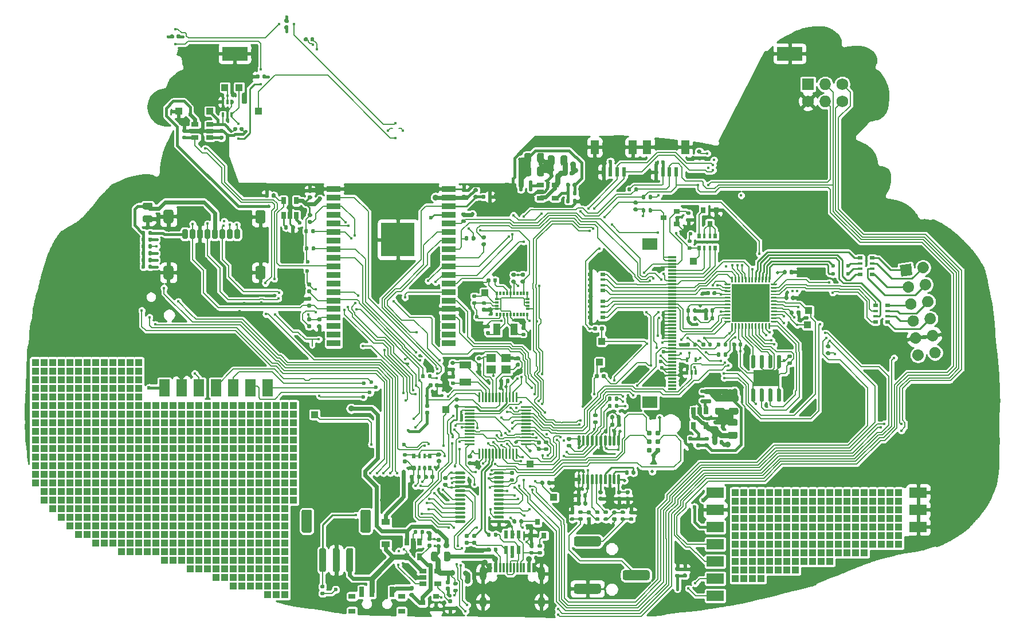
<source format=gbl>
G04 #@! TF.GenerationSoftware,KiCad,Pcbnew,5.1.10*
G04 #@! TF.CreationDate,2021-11-14T12:13:49+01:00*
G04 #@! TF.ProjectId,mch2021,6d636832-3032-4312-9e6b-696361645f70,3*
G04 #@! TF.SameCoordinates,Original*
G04 #@! TF.FileFunction,Copper,L4,Bot*
G04 #@! TF.FilePolarity,Positive*
%FSLAX46Y46*%
G04 Gerber Fmt 4.6, Leading zero omitted, Abs format (unit mm)*
G04 Created by KiCad (PCBNEW 5.1.10) date 2021-11-14 12:13:49*
%MOMM*%
%LPD*%
G01*
G04 APERTURE LIST*
G04 #@! TA.AperFunction,SMDPad,CuDef*
%ADD10R,3.800000X2.000000*%
G04 #@! TD*
G04 #@! TA.AperFunction,SMDPad,CuDef*
%ADD11R,1.000000X1.000000*%
G04 #@! TD*
G04 #@! TA.AperFunction,SMDPad,CuDef*
%ADD12R,1.198880X1.998980*%
G04 #@! TD*
G04 #@! TA.AperFunction,SMDPad,CuDef*
%ADD13R,0.599440X1.348740*%
G04 #@! TD*
G04 #@! TA.AperFunction,SMDPad,CuDef*
%ADD14R,1.066800X1.066800*%
G04 #@! TD*
G04 #@! TA.AperFunction,SMDPad,CuDef*
%ADD15R,1.524000X2.540000*%
G04 #@! TD*
G04 #@! TA.AperFunction,ComponentPad*
%ADD16C,0.100000*%
G04 #@! TD*
G04 #@! TA.AperFunction,SMDPad,CuDef*
%ADD17R,2.540000X1.524000*%
G04 #@! TD*
G04 #@! TA.AperFunction,SMDPad,CuDef*
%ADD18R,0.600000X1.450000*%
G04 #@! TD*
G04 #@! TA.AperFunction,SMDPad,CuDef*
%ADD19R,0.300000X1.450000*%
G04 #@! TD*
G04 #@! TA.AperFunction,ComponentPad*
%ADD20O,1.000000X2.100000*%
G04 #@! TD*
G04 #@! TA.AperFunction,ComponentPad*
%ADD21O,1.000000X1.600000*%
G04 #@! TD*
G04 #@! TA.AperFunction,SMDPad,CuDef*
%ADD22R,0.400000X0.650000*%
G04 #@! TD*
G04 #@! TA.AperFunction,SMDPad,CuDef*
%ADD23R,2.000000X0.900000*%
G04 #@! TD*
G04 #@! TA.AperFunction,SMDPad,CuDef*
%ADD24R,5.000000X5.000000*%
G04 #@! TD*
G04 #@! TA.AperFunction,ComponentPad*
%ADD25C,1.727200*%
G04 #@! TD*
G04 #@! TA.AperFunction,ComponentPad*
%ADD26O,1.727200X1.727200*%
G04 #@! TD*
G04 #@! TA.AperFunction,ComponentPad*
%ADD27R,1.727200X1.727200*%
G04 #@! TD*
G04 #@! TA.AperFunction,ConnectorPad*
%ADD28C,0.787400*%
G04 #@! TD*
G04 #@! TA.AperFunction,SMDPad,CuDef*
%ADD29R,0.500000X0.800000*%
G04 #@! TD*
G04 #@! TA.AperFunction,SMDPad,CuDef*
%ADD30R,0.400000X0.800000*%
G04 #@! TD*
G04 #@! TA.AperFunction,SMDPad,CuDef*
%ADD31R,1.300000X0.300000*%
G04 #@! TD*
G04 #@! TA.AperFunction,SMDPad,CuDef*
%ADD32R,2.200000X1.800000*%
G04 #@! TD*
G04 #@! TA.AperFunction,SMDPad,CuDef*
%ADD33R,3.810000X2.410000*%
G04 #@! TD*
G04 #@! TA.AperFunction,SMDPad,CuDef*
%ADD34R,1.400000X1.200000*%
G04 #@! TD*
G04 #@! TA.AperFunction,SMDPad,CuDef*
%ADD35R,1.060000X0.650000*%
G04 #@! TD*
G04 #@! TA.AperFunction,SMDPad,CuDef*
%ADD36R,0.600000X1.200000*%
G04 #@! TD*
G04 #@! TA.AperFunction,SMDPad,CuDef*
%ADD37R,1.000000X0.800000*%
G04 #@! TD*
G04 #@! TA.AperFunction,SMDPad,CuDef*
%ADD38R,0.700000X1.500000*%
G04 #@! TD*
G04 #@! TA.AperFunction,SMDPad,CuDef*
%ADD39R,0.650000X1.060000*%
G04 #@! TD*
G04 #@! TA.AperFunction,SMDPad,CuDef*
%ADD40R,1.000000X1.800000*%
G04 #@! TD*
G04 #@! TA.AperFunction,SMDPad,CuDef*
%ADD41R,1.800000X1.000000*%
G04 #@! TD*
G04 #@! TA.AperFunction,SMDPad,CuDef*
%ADD42R,0.600000X0.450000*%
G04 #@! TD*
G04 #@! TA.AperFunction,SMDPad,CuDef*
%ADD43R,0.800000X0.500000*%
G04 #@! TD*
G04 #@! TA.AperFunction,SMDPad,CuDef*
%ADD44R,0.800000X0.400000*%
G04 #@! TD*
G04 #@! TA.AperFunction,SMDPad,CuDef*
%ADD45R,0.800000X0.900000*%
G04 #@! TD*
G04 #@! TA.AperFunction,SMDPad,CuDef*
%ADD46R,0.500000X0.300000*%
G04 #@! TD*
G04 #@! TA.AperFunction,SMDPad,CuDef*
%ADD47R,0.300000X0.500000*%
G04 #@! TD*
G04 #@! TA.AperFunction,SMDPad,CuDef*
%ADD48R,1.200000X0.900000*%
G04 #@! TD*
G04 #@! TA.AperFunction,SMDPad,CuDef*
%ADD49R,5.600000X5.600000*%
G04 #@! TD*
G04 #@! TA.AperFunction,SMDPad,CuDef*
%ADD50R,0.900000X0.800000*%
G04 #@! TD*
G04 #@! TA.AperFunction,ViaPad*
%ADD51C,0.450000*%
G04 #@! TD*
G04 #@! TA.AperFunction,ViaPad*
%ADD52C,0.600000*%
G04 #@! TD*
G04 #@! TA.AperFunction,ViaPad*
%ADD53C,0.900000*%
G04 #@! TD*
G04 #@! TA.AperFunction,ViaPad*
%ADD54C,0.500000*%
G04 #@! TD*
G04 #@! TA.AperFunction,Conductor*
%ADD55C,0.200000*%
G04 #@! TD*
G04 #@! TA.AperFunction,Conductor*
%ADD56C,0.250000*%
G04 #@! TD*
G04 #@! TA.AperFunction,Conductor*
%ADD57C,0.600000*%
G04 #@! TD*
G04 #@! TA.AperFunction,Conductor*
%ADD58C,0.400000*%
G04 #@! TD*
G04 #@! TA.AperFunction,Conductor*
%ADD59C,0.800000*%
G04 #@! TD*
G04 #@! TA.AperFunction,Conductor*
%ADD60C,0.150000*%
G04 #@! TD*
G04 #@! TA.AperFunction,Conductor*
%ADD61C,0.254000*%
G04 #@! TD*
G04 #@! TA.AperFunction,Conductor*
%ADD62C,0.100000*%
G04 #@! TD*
G04 APERTURE END LIST*
D10*
X41000000Y37000000D03*
X-41000000Y37000000D03*
G04 #@! TA.AperFunction,SMDPad,CuDef*
G36*
G01*
X-5415000Y895000D02*
X-5785000Y895000D01*
G75*
G02*
X-5920000Y1030000I0J135000D01*
G01*
X-5920000Y1300000D01*
G75*
G02*
X-5785000Y1435000I135000J0D01*
G01*
X-5415000Y1435000D01*
G75*
G02*
X-5280000Y1300000I0J-135000D01*
G01*
X-5280000Y1030000D01*
G75*
G02*
X-5415000Y895000I-135000J0D01*
G01*
G37*
G04 #@! TD.AperFunction*
G04 #@! TA.AperFunction,SMDPad,CuDef*
G36*
G01*
X-5415000Y-125000D02*
X-5785000Y-125000D01*
G75*
G02*
X-5920000Y10000I0J135000D01*
G01*
X-5920000Y280000D01*
G75*
G02*
X-5785000Y415000I135000J0D01*
G01*
X-5415000Y415000D01*
G75*
G02*
X-5280000Y280000I0J-135000D01*
G01*
X-5280000Y10000D01*
G75*
G02*
X-5415000Y-125000I-135000J0D01*
G01*
G37*
G04 #@! TD.AperFunction*
D11*
X-4069020Y1635900D03*
X-29204860Y-16344760D03*
G04 #@! TA.AperFunction,SMDPad,CuDef*
G36*
G01*
X-5785000Y-35040000D02*
X-5415000Y-35040000D01*
G75*
G02*
X-5280000Y-35175000I0J-135000D01*
G01*
X-5280000Y-35445000D01*
G75*
G02*
X-5415000Y-35580000I-135000J0D01*
G01*
X-5785000Y-35580000D01*
G75*
G02*
X-5920000Y-35445000I0J135000D01*
G01*
X-5920000Y-35175000D01*
G75*
G02*
X-5785000Y-35040000I135000J0D01*
G01*
G37*
G04 #@! TD.AperFunction*
G04 #@! TA.AperFunction,SMDPad,CuDef*
G36*
G01*
X-5785000Y-34020000D02*
X-5415000Y-34020000D01*
G75*
G02*
X-5280000Y-34155000I0J-135000D01*
G01*
X-5280000Y-34425000D01*
G75*
G02*
X-5415000Y-34560000I-135000J0D01*
G01*
X-5785000Y-34560000D01*
G75*
G02*
X-5920000Y-34425000I0J135000D01*
G01*
X-5920000Y-34155000D01*
G75*
G02*
X-5785000Y-34020000I135000J0D01*
G01*
G37*
G04 #@! TD.AperFunction*
G04 #@! TA.AperFunction,SMDPad,CuDef*
G36*
G01*
X-3200000Y-33916900D02*
X-3200000Y-34286900D01*
G75*
G02*
X-3335000Y-34421900I-135000J0D01*
G01*
X-3605000Y-34421900D01*
G75*
G02*
X-3740000Y-34286900I0J135000D01*
G01*
X-3740000Y-33916900D01*
G75*
G02*
X-3605000Y-33781900I135000J0D01*
G01*
X-3335000Y-33781900D01*
G75*
G02*
X-3200000Y-33916900I0J-135000D01*
G01*
G37*
G04 #@! TD.AperFunction*
G04 #@! TA.AperFunction,SMDPad,CuDef*
G36*
G01*
X-2180000Y-33916900D02*
X-2180000Y-34286900D01*
G75*
G02*
X-2315000Y-34421900I-135000J0D01*
G01*
X-2585000Y-34421900D01*
G75*
G02*
X-2720000Y-34286900I0J135000D01*
G01*
X-2720000Y-33916900D01*
G75*
G02*
X-2585000Y-33781900I135000J0D01*
G01*
X-2315000Y-33781900D01*
G75*
G02*
X-2180000Y-33916900I0J-135000D01*
G01*
G37*
G04 #@! TD.AperFunction*
G04 #@! TA.AperFunction,SMDPad,CuDef*
G36*
G01*
X-48736860Y9787140D02*
X-48736860Y10887140D01*
G75*
G02*
X-48536860Y11087140I200000J0D01*
G01*
X-48136860Y11087140D01*
G75*
G02*
X-47936860Y10887140I0J-200000D01*
G01*
X-47936860Y9787140D01*
G75*
G02*
X-48136860Y9587140I-200000J0D01*
G01*
X-48536860Y9587140D01*
G75*
G02*
X-48736860Y9787140I0J200000D01*
G01*
G37*
G04 #@! TD.AperFunction*
G04 #@! TA.AperFunction,SMDPad,CuDef*
G36*
G01*
X-47636860Y9787140D02*
X-47636860Y10887140D01*
G75*
G02*
X-47436860Y11087140I200000J0D01*
G01*
X-47036860Y11087140D01*
G75*
G02*
X-46836860Y10887140I0J-200000D01*
G01*
X-46836860Y9787140D01*
G75*
G02*
X-47036860Y9587140I-200000J0D01*
G01*
X-47436860Y9587140D01*
G75*
G02*
X-47636860Y9787140I0J200000D01*
G01*
G37*
G04 #@! TD.AperFunction*
G04 #@! TA.AperFunction,SMDPad,CuDef*
G36*
G01*
X-46536860Y9787140D02*
X-46536860Y10887140D01*
G75*
G02*
X-46336860Y11087140I200000J0D01*
G01*
X-45936860Y11087140D01*
G75*
G02*
X-45736860Y10887140I0J-200000D01*
G01*
X-45736860Y9787140D01*
G75*
G02*
X-45936860Y9587140I-200000J0D01*
G01*
X-46336860Y9587140D01*
G75*
G02*
X-46536860Y9787140I0J200000D01*
G01*
G37*
G04 #@! TD.AperFunction*
G04 #@! TA.AperFunction,SMDPad,CuDef*
G36*
G01*
X-45436860Y9787140D02*
X-45436860Y10887140D01*
G75*
G02*
X-45236860Y11087140I200000J0D01*
G01*
X-44836860Y11087140D01*
G75*
G02*
X-44636860Y10887140I0J-200000D01*
G01*
X-44636860Y9787140D01*
G75*
G02*
X-44836860Y9587140I-200000J0D01*
G01*
X-45236860Y9587140D01*
G75*
G02*
X-45436860Y9787140I0J200000D01*
G01*
G37*
G04 #@! TD.AperFunction*
G04 #@! TA.AperFunction,SMDPad,CuDef*
G36*
G01*
X-44336860Y9787140D02*
X-44336860Y10887140D01*
G75*
G02*
X-44136860Y11087140I200000J0D01*
G01*
X-43736860Y11087140D01*
G75*
G02*
X-43536860Y10887140I0J-200000D01*
G01*
X-43536860Y9787140D01*
G75*
G02*
X-43736860Y9587140I-200000J0D01*
G01*
X-44136860Y9587140D01*
G75*
G02*
X-44336860Y9787140I0J200000D01*
G01*
G37*
G04 #@! TD.AperFunction*
G04 #@! TA.AperFunction,SMDPad,CuDef*
G36*
G01*
X-43236860Y9787140D02*
X-43236860Y10887140D01*
G75*
G02*
X-43036860Y11087140I200000J0D01*
G01*
X-42636860Y11087140D01*
G75*
G02*
X-42436860Y10887140I0J-200000D01*
G01*
X-42436860Y9787140D01*
G75*
G02*
X-42636860Y9587140I-200000J0D01*
G01*
X-43036860Y9587140D01*
G75*
G02*
X-43236860Y9787140I0J200000D01*
G01*
G37*
G04 #@! TD.AperFunction*
G04 #@! TA.AperFunction,SMDPad,CuDef*
G36*
G01*
X-42136860Y9787140D02*
X-42136860Y10887140D01*
G75*
G02*
X-41936860Y11087140I200000J0D01*
G01*
X-41536860Y11087140D01*
G75*
G02*
X-41336860Y10887140I0J-200000D01*
G01*
X-41336860Y9787140D01*
G75*
G02*
X-41536860Y9587140I-200000J0D01*
G01*
X-41936860Y9587140D01*
G75*
G02*
X-42136860Y9787140I0J200000D01*
G01*
G37*
G04 #@! TD.AperFunction*
G04 #@! TA.AperFunction,SMDPad,CuDef*
G36*
G01*
X-41036860Y9787140D02*
X-41036860Y10887140D01*
G75*
G02*
X-40836860Y11087140I200000J0D01*
G01*
X-40436860Y11087140D01*
G75*
G02*
X-40236860Y10887140I0J-200000D01*
G01*
X-40236860Y9787140D01*
G75*
G02*
X-40436860Y9587140I-200000J0D01*
G01*
X-40836860Y9587140D01*
G75*
G02*
X-41036860Y9787140I0J200000D01*
G01*
G37*
G04 #@! TD.AperFunction*
G04 #@! TA.AperFunction,SMDPad,CuDef*
G36*
G01*
X-37936860Y12262140D02*
X-37936860Y13512140D01*
G75*
G02*
X-37561860Y13887140I375000J0D01*
G01*
X-36811860Y13887140D01*
G75*
G02*
X-36436860Y13512140I0J-375000D01*
G01*
X-36436860Y12262140D01*
G75*
G02*
X-36811860Y11887140I-375000J0D01*
G01*
X-37561860Y11887140D01*
G75*
G02*
X-37936860Y12262140I0J375000D01*
G01*
G37*
G04 #@! TD.AperFunction*
G04 #@! TA.AperFunction,SMDPad,CuDef*
G36*
G01*
X-51536860Y12312140D02*
X-51536860Y13562140D01*
G75*
G02*
X-51161860Y13937140I375000J0D01*
G01*
X-50411860Y13937140D01*
G75*
G02*
X-50036860Y13562140I0J-375000D01*
G01*
X-50036860Y12312140D01*
G75*
G02*
X-50411860Y11937140I-375000J0D01*
G01*
X-51161860Y11937140D01*
G75*
G02*
X-51536860Y12312140I0J375000D01*
G01*
G37*
G04 #@! TD.AperFunction*
G04 #@! TA.AperFunction,SMDPad,CuDef*
G36*
G01*
X-37936860Y4012140D02*
X-37936860Y5262140D01*
G75*
G02*
X-37561860Y5637140I375000J0D01*
G01*
X-36811860Y5637140D01*
G75*
G02*
X-36436860Y5262140I0J-375000D01*
G01*
X-36436860Y4012140D01*
G75*
G02*
X-36811860Y3637140I-375000J0D01*
G01*
X-37561860Y3637140D01*
G75*
G02*
X-37936860Y4012140I0J375000D01*
G01*
G37*
G04 #@! TD.AperFunction*
G04 #@! TA.AperFunction,SMDPad,CuDef*
G36*
G01*
X-51536860Y4012140D02*
X-51536860Y5262140D01*
G75*
G02*
X-51161860Y5637140I375000J0D01*
G01*
X-50411860Y5637140D01*
G75*
G02*
X-50036860Y5262140I0J-375000D01*
G01*
X-50036860Y4012140D01*
G75*
G02*
X-50411860Y3637140I-375000J0D01*
G01*
X-51161860Y3637140D01*
G75*
G02*
X-51536860Y4012140I0J375000D01*
G01*
G37*
G04 #@! TD.AperFunction*
G04 #@! TA.AperFunction,SMDPad,CuDef*
G36*
G01*
X-53760000Y5315000D02*
X-53760000Y5685000D01*
G75*
G02*
X-53625000Y5820000I135000J0D01*
G01*
X-53355000Y5820000D01*
G75*
G02*
X-53220000Y5685000I0J-135000D01*
G01*
X-53220000Y5315000D01*
G75*
G02*
X-53355000Y5180000I-135000J0D01*
G01*
X-53625000Y5180000D01*
G75*
G02*
X-53760000Y5315000I0J135000D01*
G01*
G37*
G04 #@! TD.AperFunction*
G04 #@! TA.AperFunction,SMDPad,CuDef*
G36*
G01*
X-54780000Y5315000D02*
X-54780000Y5685000D01*
G75*
G02*
X-54645000Y5820000I135000J0D01*
G01*
X-54375000Y5820000D01*
G75*
G02*
X-54240000Y5685000I0J-135000D01*
G01*
X-54240000Y5315000D01*
G75*
G02*
X-54375000Y5180000I-135000J0D01*
G01*
X-54645000Y5180000D01*
G75*
G02*
X-54780000Y5315000I0J135000D01*
G01*
G37*
G04 #@! TD.AperFunction*
G04 #@! TA.AperFunction,SMDPad,CuDef*
G36*
G01*
X-53760000Y6315000D02*
X-53760000Y6685000D01*
G75*
G02*
X-53625000Y6820000I135000J0D01*
G01*
X-53355000Y6820000D01*
G75*
G02*
X-53220000Y6685000I0J-135000D01*
G01*
X-53220000Y6315000D01*
G75*
G02*
X-53355000Y6180000I-135000J0D01*
G01*
X-53625000Y6180000D01*
G75*
G02*
X-53760000Y6315000I0J135000D01*
G01*
G37*
G04 #@! TD.AperFunction*
G04 #@! TA.AperFunction,SMDPad,CuDef*
G36*
G01*
X-54780000Y6315000D02*
X-54780000Y6685000D01*
G75*
G02*
X-54645000Y6820000I135000J0D01*
G01*
X-54375000Y6820000D01*
G75*
G02*
X-54240000Y6685000I0J-135000D01*
G01*
X-54240000Y6315000D01*
G75*
G02*
X-54375000Y6180000I-135000J0D01*
G01*
X-54645000Y6180000D01*
G75*
G02*
X-54780000Y6315000I0J135000D01*
G01*
G37*
G04 #@! TD.AperFunction*
G04 #@! TA.AperFunction,SMDPad,CuDef*
G36*
G01*
X-53760000Y7315000D02*
X-53760000Y7685000D01*
G75*
G02*
X-53625000Y7820000I135000J0D01*
G01*
X-53355000Y7820000D01*
G75*
G02*
X-53220000Y7685000I0J-135000D01*
G01*
X-53220000Y7315000D01*
G75*
G02*
X-53355000Y7180000I-135000J0D01*
G01*
X-53625000Y7180000D01*
G75*
G02*
X-53760000Y7315000I0J135000D01*
G01*
G37*
G04 #@! TD.AperFunction*
G04 #@! TA.AperFunction,SMDPad,CuDef*
G36*
G01*
X-54780000Y7315000D02*
X-54780000Y7685000D01*
G75*
G02*
X-54645000Y7820000I135000J0D01*
G01*
X-54375000Y7820000D01*
G75*
G02*
X-54240000Y7685000I0J-135000D01*
G01*
X-54240000Y7315000D01*
G75*
G02*
X-54375000Y7180000I-135000J0D01*
G01*
X-54645000Y7180000D01*
G75*
G02*
X-54780000Y7315000I0J135000D01*
G01*
G37*
G04 #@! TD.AperFunction*
G04 #@! TA.AperFunction,SMDPad,CuDef*
G36*
G01*
X-53760000Y8315000D02*
X-53760000Y8685000D01*
G75*
G02*
X-53625000Y8820000I135000J0D01*
G01*
X-53355000Y8820000D01*
G75*
G02*
X-53220000Y8685000I0J-135000D01*
G01*
X-53220000Y8315000D01*
G75*
G02*
X-53355000Y8180000I-135000J0D01*
G01*
X-53625000Y8180000D01*
G75*
G02*
X-53760000Y8315000I0J135000D01*
G01*
G37*
G04 #@! TD.AperFunction*
G04 #@! TA.AperFunction,SMDPad,CuDef*
G36*
G01*
X-54780000Y8315000D02*
X-54780000Y8685000D01*
G75*
G02*
X-54645000Y8820000I135000J0D01*
G01*
X-54375000Y8820000D01*
G75*
G02*
X-54240000Y8685000I0J-135000D01*
G01*
X-54240000Y8315000D01*
G75*
G02*
X-54375000Y8180000I-135000J0D01*
G01*
X-54645000Y8180000D01*
G75*
G02*
X-54780000Y8315000I0J135000D01*
G01*
G37*
G04 #@! TD.AperFunction*
G04 #@! TA.AperFunction,SMDPad,CuDef*
G36*
G01*
X-53760000Y9315000D02*
X-53760000Y9685000D01*
G75*
G02*
X-53625000Y9820000I135000J0D01*
G01*
X-53355000Y9820000D01*
G75*
G02*
X-53220000Y9685000I0J-135000D01*
G01*
X-53220000Y9315000D01*
G75*
G02*
X-53355000Y9180000I-135000J0D01*
G01*
X-53625000Y9180000D01*
G75*
G02*
X-53760000Y9315000I0J135000D01*
G01*
G37*
G04 #@! TD.AperFunction*
G04 #@! TA.AperFunction,SMDPad,CuDef*
G36*
G01*
X-54780000Y9315000D02*
X-54780000Y9685000D01*
G75*
G02*
X-54645000Y9820000I135000J0D01*
G01*
X-54375000Y9820000D01*
G75*
G02*
X-54240000Y9685000I0J-135000D01*
G01*
X-54240000Y9315000D01*
G75*
G02*
X-54375000Y9180000I-135000J0D01*
G01*
X-54645000Y9180000D01*
G75*
G02*
X-54780000Y9315000I0J135000D01*
G01*
G37*
G04 #@! TD.AperFunction*
G04 #@! TA.AperFunction,SMDPad,CuDef*
G36*
G01*
X-53760000Y10315000D02*
X-53760000Y10685000D01*
G75*
G02*
X-53625000Y10820000I135000J0D01*
G01*
X-53355000Y10820000D01*
G75*
G02*
X-53220000Y10685000I0J-135000D01*
G01*
X-53220000Y10315000D01*
G75*
G02*
X-53355000Y10180000I-135000J0D01*
G01*
X-53625000Y10180000D01*
G75*
G02*
X-53760000Y10315000I0J135000D01*
G01*
G37*
G04 #@! TD.AperFunction*
G04 #@! TA.AperFunction,SMDPad,CuDef*
G36*
G01*
X-54780000Y10315000D02*
X-54780000Y10685000D01*
G75*
G02*
X-54645000Y10820000I135000J0D01*
G01*
X-54375000Y10820000D01*
G75*
G02*
X-54240000Y10685000I0J-135000D01*
G01*
X-54240000Y10315000D01*
G75*
G02*
X-54375000Y10180000I-135000J0D01*
G01*
X-54645000Y10180000D01*
G75*
G02*
X-54780000Y10315000I0J135000D01*
G01*
G37*
G04 #@! TD.AperFunction*
X-42443340Y32000000D03*
X-40355460Y32000000D03*
D12*
X19950920Y23172840D03*
X25549080Y23172840D03*
D13*
X24248600Y19500000D03*
X23247840Y19500000D03*
X22252160Y19500000D03*
X21251400Y19500000D03*
D12*
X12200920Y23172840D03*
X17799080Y23172840D03*
D13*
X16498600Y19500000D03*
X15497840Y19500000D03*
X14502160Y19500000D03*
X13501400Y19500000D03*
D14*
X-57750000Y-36590000D03*
X-61560000Y-35320000D03*
X-60290000Y-35320000D03*
X-64100000Y-34050000D03*
X-47590000Y-39130000D03*
X-46320000Y-39130000D03*
X-51400000Y-37860000D03*
X-50130000Y-37860000D03*
X-56480000Y-36590000D03*
X-55210000Y-36590000D03*
X-59020000Y-35320000D03*
X-57750000Y-35320000D03*
X-62830000Y-34050000D03*
X-61560000Y-34050000D03*
X-53940000Y-36590000D03*
X-52670000Y-36590000D03*
X-48860000Y-37860000D03*
X-47590000Y-37860000D03*
X-59020000Y-8650000D03*
X-57750000Y-8650000D03*
X-55210000Y-8650000D03*
X-56480000Y-8650000D03*
X-60290000Y-8650000D03*
X-61560000Y-8650000D03*
X-62830000Y-8650000D03*
X-64100000Y-8650000D03*
X-65370000Y-8650000D03*
X-66640000Y-8650000D03*
X-67910000Y-8650000D03*
X-69180000Y-8650000D03*
X-70450000Y-8650000D03*
X-70450000Y-9920000D03*
X-69180000Y-9920000D03*
X-67910000Y-9920000D03*
X-66640000Y-9920000D03*
X-65370000Y-9920000D03*
X-64100000Y-9920000D03*
X-62830000Y-9920000D03*
X-61560000Y-9920000D03*
X-60290000Y-9920000D03*
X-59020000Y-9920000D03*
X-57750000Y-9920000D03*
X-56480000Y-9920000D03*
X-55210000Y-9920000D03*
X-55210000Y-11190000D03*
X-56480000Y-11190000D03*
X-57750000Y-11190000D03*
X-59020000Y-11190000D03*
X-60290000Y-11190000D03*
X-61560000Y-11190000D03*
X-62830000Y-11190000D03*
X-64100000Y-11190000D03*
X-66640000Y-11190000D03*
X-65370000Y-11190000D03*
X-67910000Y-11190000D03*
X-69180000Y-11190000D03*
X-70450000Y-11190000D03*
X-70450000Y-12460000D03*
X-69180000Y-12460000D03*
X-67910000Y-12460000D03*
X-66640000Y-12460000D03*
X-65370000Y-12460000D03*
X-64100000Y-12460000D03*
X-62830000Y-12460000D03*
X-61560000Y-12460000D03*
X-60290000Y-12460000D03*
X-59020000Y-12460000D03*
X-57750000Y-12460000D03*
X-56480000Y-12460000D03*
X-55210000Y-12460000D03*
X-62830000Y-13730000D03*
X-64100000Y-13730000D03*
X-65370000Y-13730000D03*
X-70450000Y-13730000D03*
X-69180000Y-13730000D03*
X-67910000Y-13730000D03*
X-66640000Y-13730000D03*
X-61560000Y-13730000D03*
X-60290000Y-13730000D03*
X-59020000Y-13730000D03*
X-57750000Y-13730000D03*
X-56480000Y-13730000D03*
X-55210000Y-13730000D03*
X-45050000Y-39130000D03*
X-43780000Y-40400000D03*
X-36160000Y-42940000D03*
X-34890000Y-42940000D03*
X-33620000Y-42940000D03*
X-33620000Y-41670000D03*
X-34890000Y-41670000D03*
X-36160000Y-41670000D03*
X-37430000Y-41670000D03*
X-38700000Y-41670000D03*
X-39970000Y-41670000D03*
X-41240000Y-41670000D03*
X-38700000Y-40400000D03*
X-42510000Y-40400000D03*
X-41240000Y-40400000D03*
X-39970000Y-40400000D03*
X-37430000Y-40400000D03*
X-36160000Y-40400000D03*
X-34890000Y-40400000D03*
X-33620000Y-40400000D03*
X-33620000Y-39130000D03*
X-34890000Y-39130000D03*
X-36160000Y-39130000D03*
X-37430000Y-39130000D03*
X-38700000Y-39130000D03*
X-39970000Y-39130000D03*
X-41240000Y-39130000D03*
X-42510000Y-39130000D03*
X-43780000Y-39130000D03*
X-56480000Y-35320000D03*
X-51400000Y-36590000D03*
X-46320000Y-37860000D03*
X-70450000Y-26430000D03*
X-70450000Y-15000000D03*
X-70450000Y-16270000D03*
X-70450000Y-17540000D03*
X-70450000Y-18810000D03*
X-70450000Y-20080000D03*
X-70450000Y-21350000D03*
X-70450000Y-22620000D03*
X-70450000Y-23890000D03*
X-70450000Y-25160000D03*
X-66640000Y-15000000D03*
X-67910000Y-15000000D03*
X-69180000Y-15000000D03*
X-69180000Y-16270000D03*
X-67910000Y-16270000D03*
X-66640000Y-16270000D03*
X-66640000Y-17540000D03*
X-67910000Y-17540000D03*
X-69180000Y-17540000D03*
X-69180000Y-18810000D03*
X-67910000Y-18810000D03*
X-66640000Y-18810000D03*
X-66640000Y-20080000D03*
X-67910000Y-20080000D03*
X-69180000Y-20080000D03*
X-69180000Y-21350000D03*
X-69180000Y-22620000D03*
X-67910000Y-21350000D03*
X-67910000Y-22620000D03*
X-66640000Y-21350000D03*
X-66640000Y-22620000D03*
X-69180000Y-23890000D03*
X-67910000Y-23890000D03*
X-66640000Y-23890000D03*
X-69180000Y-25160000D03*
X-67910000Y-25160000D03*
X-66640000Y-25160000D03*
X-69180000Y-26430000D03*
X-67910000Y-26430000D03*
X-66640000Y-26430000D03*
X-69180000Y-27700000D03*
X-67910000Y-27700000D03*
X-66640000Y-27700000D03*
X-69180000Y-28970000D03*
X-67910000Y-28970000D03*
X-66640000Y-28970000D03*
X-67910000Y-30240000D03*
X-66640000Y-30240000D03*
X-66640000Y-31510000D03*
X-32350000Y-15000000D03*
X-33620000Y-15000000D03*
X-34890000Y-15000000D03*
X-36160000Y-15000000D03*
X-37430000Y-15000000D03*
X-38700000Y-15000000D03*
X-39970000Y-15000000D03*
X-41240000Y-15000000D03*
X-42510000Y-15000000D03*
X-43780000Y-15000000D03*
X-45050000Y-15000000D03*
X-32350000Y-16270000D03*
X-33620000Y-16270000D03*
X-34890000Y-16270000D03*
X-36160000Y-16270000D03*
X-37430000Y-16270000D03*
X-38700000Y-16270000D03*
X-39970000Y-16270000D03*
X-41240000Y-16270000D03*
X-42510000Y-16270000D03*
X-43780000Y-16270000D03*
X-45050000Y-16270000D03*
X-32350000Y-17540000D03*
X-33620000Y-17540000D03*
X-34890000Y-17540000D03*
X-36160000Y-17540000D03*
X-37430000Y-17540000D03*
X-38700000Y-17540000D03*
X-39970000Y-17540000D03*
X-41240000Y-17540000D03*
X-42510000Y-17540000D03*
X-43780000Y-17540000D03*
X-45050000Y-17540000D03*
X-32350000Y-18810000D03*
X-33620000Y-18810000D03*
X-34890000Y-18810000D03*
X-36160000Y-18810000D03*
X-37430000Y-18810000D03*
X-38700000Y-18810000D03*
X-39970000Y-18810000D03*
X-41240000Y-18810000D03*
X-42510000Y-18810000D03*
X-43780000Y-18810000D03*
X-45050000Y-18810000D03*
X-32350000Y-20080000D03*
X-33620000Y-20080000D03*
X-34890000Y-20080000D03*
X-36160000Y-20080000D03*
X-37430000Y-20080000D03*
X-38700000Y-20080000D03*
X-39970000Y-20080000D03*
X-41240000Y-20080000D03*
X-42510000Y-20080000D03*
X-43780000Y-20080000D03*
X-45050000Y-20080000D03*
X-32350000Y-21350000D03*
X-33620000Y-21350000D03*
X-34890000Y-21350000D03*
X-36160000Y-21350000D03*
X-37430000Y-21350000D03*
X-38700000Y-21350000D03*
X-39970000Y-21350000D03*
X-41240000Y-21350000D03*
X-42510000Y-21350000D03*
X-43780000Y-21350000D03*
X-45050000Y-21350000D03*
X-32350000Y-22620000D03*
X-33620000Y-22620000D03*
X-34890000Y-22620000D03*
X-36160000Y-22620000D03*
X-37430000Y-22620000D03*
X-38700000Y-22620000D03*
X-39970000Y-22620000D03*
X-41240000Y-22620000D03*
X-42510000Y-22620000D03*
X-43780000Y-22620000D03*
X-45050000Y-22620000D03*
X-32350000Y-23890000D03*
X-33620000Y-23890000D03*
X-34890000Y-23890000D03*
X-36160000Y-23890000D03*
X-37430000Y-23890000D03*
X-38700000Y-23890000D03*
X-39970000Y-23890000D03*
X-41240000Y-23890000D03*
X-42510000Y-23890000D03*
X-43780000Y-23890000D03*
X-45050000Y-23890000D03*
X-32350000Y-25160000D03*
X-34890000Y-25160000D03*
X-33620000Y-25160000D03*
X-39970000Y-25160000D03*
X-37430000Y-25160000D03*
X-36160000Y-25160000D03*
X-38700000Y-25160000D03*
X-43780000Y-25160000D03*
X-42510000Y-25160000D03*
X-41240000Y-25160000D03*
X-45050000Y-25160000D03*
X-38700000Y-26430000D03*
X-37430000Y-26430000D03*
X-36160000Y-26430000D03*
X-39970000Y-26430000D03*
X-42510000Y-26430000D03*
X-41240000Y-26430000D03*
X-45050000Y-26430000D03*
X-43780000Y-26430000D03*
X-45050000Y-27700000D03*
X-43780000Y-27700000D03*
X-42510000Y-27700000D03*
X-41240000Y-27700000D03*
X-46320000Y-15000000D03*
X-47590000Y-15000000D03*
X-48860000Y-15000000D03*
X-50130000Y-15000000D03*
X-51400000Y-15000000D03*
X-52670000Y-15000000D03*
X-53940000Y-15000000D03*
X-55210000Y-15000000D03*
X-56480000Y-15000000D03*
X-57750000Y-15000000D03*
X-59020000Y-15000000D03*
X-60290000Y-15000000D03*
X-61560000Y-15000000D03*
X-62830000Y-15000000D03*
X-64100000Y-15000000D03*
X-65370000Y-15000000D03*
X-46320000Y-16270000D03*
X-47590000Y-16270000D03*
X-48860000Y-16270000D03*
X-50130000Y-16270000D03*
X-51400000Y-16270000D03*
X-52670000Y-16270000D03*
X-53940000Y-16270000D03*
X-55210000Y-16270000D03*
X-56480000Y-16270000D03*
X-57750000Y-16270000D03*
X-59020000Y-16270000D03*
X-60290000Y-16270000D03*
X-61560000Y-16270000D03*
X-62830000Y-16270000D03*
X-64100000Y-16270000D03*
X-65370000Y-16270000D03*
X-46320000Y-17540000D03*
X-47590000Y-17540000D03*
X-48860000Y-17540000D03*
X-50130000Y-17540000D03*
X-51400000Y-17540000D03*
X-52670000Y-17540000D03*
X-53940000Y-17540000D03*
X-55210000Y-17540000D03*
X-56480000Y-17540000D03*
X-57750000Y-17540000D03*
X-59020000Y-17540000D03*
X-60290000Y-17540000D03*
X-61560000Y-17540000D03*
X-62830000Y-17540000D03*
X-64100000Y-17540000D03*
X-65370000Y-17540000D03*
X-46320000Y-18810000D03*
X-47590000Y-18810000D03*
X-48860000Y-18810000D03*
X-50130000Y-18810000D03*
X-51400000Y-18810000D03*
X-52670000Y-18810000D03*
X-53940000Y-18810000D03*
X-55210000Y-18810000D03*
X-56480000Y-18810000D03*
X-57750000Y-18810000D03*
X-59020000Y-18810000D03*
X-60290000Y-18810000D03*
X-61560000Y-18810000D03*
X-62830000Y-18810000D03*
X-64100000Y-18810000D03*
X-65370000Y-18810000D03*
X-46320000Y-20080000D03*
X-47590000Y-20080000D03*
X-48860000Y-20080000D03*
X-50130000Y-20080000D03*
X-51400000Y-20080000D03*
X-52670000Y-20080000D03*
X-53940000Y-20080000D03*
X-55210000Y-20080000D03*
X-56480000Y-20080000D03*
X-57750000Y-20080000D03*
X-59020000Y-20080000D03*
X-60290000Y-20080000D03*
X-61560000Y-20080000D03*
X-62830000Y-20080000D03*
X-64100000Y-20080000D03*
X-65370000Y-20080000D03*
X-46320000Y-21350000D03*
X-47590000Y-21350000D03*
X-48860000Y-21350000D03*
X-50130000Y-21350000D03*
X-51400000Y-21350000D03*
X-52670000Y-21350000D03*
X-53940000Y-21350000D03*
X-55210000Y-21350000D03*
X-56480000Y-21350000D03*
X-57750000Y-21350000D03*
X-59020000Y-21350000D03*
X-60290000Y-21350000D03*
X-61560000Y-21350000D03*
X-62830000Y-21350000D03*
X-64100000Y-21350000D03*
X-65370000Y-21350000D03*
X-46320000Y-22620000D03*
X-47590000Y-22620000D03*
X-48860000Y-22620000D03*
X-50130000Y-22620000D03*
X-51400000Y-22620000D03*
X-52670000Y-22620000D03*
X-53940000Y-22620000D03*
X-55210000Y-22620000D03*
X-56480000Y-22620000D03*
X-57750000Y-22620000D03*
X-59020000Y-22620000D03*
X-60290000Y-22620000D03*
X-61560000Y-22620000D03*
X-62830000Y-22620000D03*
X-64100000Y-22620000D03*
X-65370000Y-22620000D03*
X-46320000Y-23890000D03*
X-47590000Y-23890000D03*
X-48860000Y-23890000D03*
X-50130000Y-23890000D03*
X-51400000Y-23890000D03*
X-52670000Y-23890000D03*
X-53940000Y-23890000D03*
X-55210000Y-23890000D03*
X-56480000Y-23890000D03*
X-57750000Y-23890000D03*
X-59020000Y-23890000D03*
X-60290000Y-23890000D03*
X-61560000Y-23890000D03*
X-62830000Y-23890000D03*
X-64100000Y-23890000D03*
X-65370000Y-23890000D03*
X-46320000Y-25160000D03*
X-47590000Y-25160000D03*
X-48860000Y-25160000D03*
X-50130000Y-25160000D03*
X-51400000Y-25160000D03*
X-52670000Y-25160000D03*
X-53940000Y-25160000D03*
X-55210000Y-25160000D03*
X-56480000Y-25160000D03*
X-57750000Y-25160000D03*
X-59020000Y-25160000D03*
X-60290000Y-25160000D03*
X-61560000Y-25160000D03*
X-62830000Y-25160000D03*
X-64100000Y-25160000D03*
X-65370000Y-25160000D03*
X-46320000Y-26430000D03*
X-47590000Y-26430000D03*
X-48860000Y-26430000D03*
X-50130000Y-26430000D03*
X-51400000Y-26430000D03*
X-52670000Y-26430000D03*
X-53940000Y-26430000D03*
X-55210000Y-26430000D03*
X-56480000Y-26430000D03*
X-57750000Y-26430000D03*
X-59020000Y-26430000D03*
X-60290000Y-26430000D03*
X-61560000Y-26430000D03*
X-62830000Y-26430000D03*
X-64100000Y-26430000D03*
X-65370000Y-26430000D03*
X-46320000Y-27700000D03*
X-47590000Y-27700000D03*
X-48860000Y-27700000D03*
X-50130000Y-27700000D03*
X-51400000Y-27700000D03*
X-52670000Y-27700000D03*
X-53940000Y-27700000D03*
X-55210000Y-27700000D03*
X-56480000Y-27700000D03*
X-57750000Y-27700000D03*
X-59020000Y-27700000D03*
X-60290000Y-27700000D03*
X-61560000Y-27700000D03*
X-62830000Y-27700000D03*
X-64100000Y-27700000D03*
X-65370000Y-27700000D03*
X-46320000Y-28970000D03*
X-47590000Y-28970000D03*
X-48860000Y-28970000D03*
X-50130000Y-28970000D03*
X-51400000Y-28970000D03*
X-52670000Y-28970000D03*
X-53940000Y-28970000D03*
X-55210000Y-28970000D03*
X-56480000Y-28970000D03*
X-57750000Y-28970000D03*
X-59020000Y-28970000D03*
X-60290000Y-28970000D03*
X-61560000Y-28970000D03*
X-62830000Y-28970000D03*
X-64100000Y-28970000D03*
X-65370000Y-28970000D03*
X-46320000Y-30240000D03*
X-47590000Y-30240000D03*
X-48860000Y-30240000D03*
X-50130000Y-30240000D03*
X-51400000Y-30240000D03*
X-52670000Y-30240000D03*
X-53940000Y-30240000D03*
X-55210000Y-30240000D03*
X-56480000Y-30240000D03*
X-57750000Y-30240000D03*
X-59020000Y-30240000D03*
X-60290000Y-30240000D03*
X-61560000Y-30240000D03*
X-62830000Y-30240000D03*
X-64100000Y-30240000D03*
X-65370000Y-30240000D03*
X-46320000Y-31510000D03*
X-47590000Y-31510000D03*
X-48860000Y-31510000D03*
X-50130000Y-31510000D03*
X-51400000Y-31510000D03*
X-52670000Y-31510000D03*
X-53940000Y-31510000D03*
X-55210000Y-31510000D03*
X-56480000Y-31510000D03*
X-57750000Y-31510000D03*
X-59020000Y-31510000D03*
X-60290000Y-31510000D03*
X-61560000Y-31510000D03*
X-62830000Y-31510000D03*
X-64100000Y-31510000D03*
X-65370000Y-31510000D03*
X-46320000Y-32780000D03*
X-47590000Y-32780000D03*
X-48860000Y-32780000D03*
X-50130000Y-32780000D03*
X-51400000Y-32780000D03*
X-52670000Y-32780000D03*
X-53940000Y-32780000D03*
X-55210000Y-32780000D03*
X-56480000Y-32780000D03*
X-57750000Y-32780000D03*
X-59020000Y-32780000D03*
X-60290000Y-32780000D03*
X-61560000Y-32780000D03*
X-62830000Y-32780000D03*
X-64100000Y-32780000D03*
X-65370000Y-32780000D03*
X-46320000Y-34050000D03*
X-47590000Y-34050000D03*
X-48860000Y-34050000D03*
X-50130000Y-34050000D03*
X-51400000Y-34050000D03*
X-52670000Y-34050000D03*
X-53940000Y-34050000D03*
X-55210000Y-34050000D03*
X-56480000Y-34050000D03*
X-57750000Y-34050000D03*
X-59020000Y-34050000D03*
X-60290000Y-34050000D03*
X-46320000Y-35320000D03*
X-47590000Y-35320000D03*
X-48860000Y-35320000D03*
X-50130000Y-35320000D03*
X-51400000Y-35320000D03*
X-52670000Y-35320000D03*
X-53940000Y-35320000D03*
X-55210000Y-35320000D03*
X-46320000Y-36590000D03*
X-47590000Y-36590000D03*
X-48860000Y-36590000D03*
X-50130000Y-36590000D03*
X-36160000Y-27700000D03*
X-34890000Y-27700000D03*
X-37430000Y-27700000D03*
X-39970000Y-27700000D03*
X-32350000Y-26430000D03*
X-34890000Y-26430000D03*
X-33620000Y-26430000D03*
X-32350000Y-27700000D03*
X-33620000Y-27700000D03*
X-38700000Y-27700000D03*
X-33620000Y-28970000D03*
X-38700000Y-28970000D03*
X-34890000Y-28970000D03*
X-43780000Y-28970000D03*
X-42510000Y-28970000D03*
X-37430000Y-28970000D03*
X-39970000Y-28970000D03*
X-41240000Y-28970000D03*
X-36160000Y-28970000D03*
X-45050000Y-28970000D03*
X-32350000Y-28970000D03*
X-45050000Y-34050000D03*
X-43780000Y-34050000D03*
X-42510000Y-34050000D03*
X-45050000Y-32780000D03*
X-41240000Y-31510000D03*
X-41240000Y-30240000D03*
X-43780000Y-32780000D03*
X-42510000Y-32780000D03*
X-41240000Y-32780000D03*
X-45050000Y-31510000D03*
X-43780000Y-31510000D03*
X-42510000Y-35320000D03*
X-45050000Y-35320000D03*
X-45050000Y-37860000D03*
X-43780000Y-37860000D03*
X-45050000Y-36590000D03*
X-43780000Y-30240000D03*
X-42510000Y-36590000D03*
X-41240000Y-36590000D03*
X-42510000Y-37860000D03*
X-42510000Y-31510000D03*
X-41240000Y-37860000D03*
X-43780000Y-36590000D03*
X-45050000Y-30240000D03*
X-42510000Y-30240000D03*
X-43780000Y-35320000D03*
X-41240000Y-35320000D03*
X-41240000Y-34050000D03*
X-39970000Y-32780000D03*
X-36160000Y-31510000D03*
X-36160000Y-30240000D03*
X-38700000Y-32780000D03*
X-37430000Y-32780000D03*
X-39970000Y-34050000D03*
X-38700000Y-34050000D03*
X-37430000Y-34050000D03*
X-36160000Y-32780000D03*
X-39970000Y-31510000D03*
X-38700000Y-31510000D03*
X-37430000Y-35320000D03*
X-39970000Y-35320000D03*
X-39970000Y-37860000D03*
X-38700000Y-37860000D03*
X-39970000Y-36590000D03*
X-38700000Y-30240000D03*
X-37430000Y-36590000D03*
X-36160000Y-36590000D03*
X-37430000Y-37860000D03*
X-37430000Y-31510000D03*
X-36160000Y-37860000D03*
X-38700000Y-36590000D03*
X-39970000Y-30240000D03*
X-37430000Y-30240000D03*
X-38700000Y-35320000D03*
X-36160000Y-35320000D03*
X-36160000Y-34050000D03*
X-33620000Y-31510000D03*
X-33620000Y-30240000D03*
X-34890000Y-32780000D03*
X-34890000Y-34050000D03*
X-33620000Y-32780000D03*
X-34890000Y-35320000D03*
X-34890000Y-36590000D03*
X-33620000Y-36590000D03*
X-34890000Y-37860000D03*
X-34890000Y-31510000D03*
X-33620000Y-37860000D03*
X-34890000Y-30240000D03*
X-33620000Y-35320000D03*
X-33620000Y-34050000D03*
G04 #@! TA.AperFunction,SMDPad,CuDef*
G36*
G01*
X-30210000Y39275000D02*
X-30210000Y38935000D01*
G75*
G02*
X-30350000Y38795000I-140000J0D01*
G01*
X-30630000Y38795000D01*
G75*
G02*
X-30770000Y38935000I0J140000D01*
G01*
X-30770000Y39275000D01*
G75*
G02*
X-30630000Y39415000I140000J0D01*
G01*
X-30350000Y39415000D01*
G75*
G02*
X-30210000Y39275000I0J-140000D01*
G01*
G37*
G04 #@! TD.AperFunction*
G04 #@! TA.AperFunction,SMDPad,CuDef*
G36*
G01*
X-29250000Y39275000D02*
X-29250000Y38935000D01*
G75*
G02*
X-29390000Y38795000I-140000J0D01*
G01*
X-29670000Y38795000D01*
G75*
G02*
X-29810000Y38935000I0J140000D01*
G01*
X-29810000Y39275000D01*
G75*
G02*
X-29670000Y39415000I140000J0D01*
G01*
X-29390000Y39415000D01*
G75*
G02*
X-29250000Y39275000I0J-140000D01*
G01*
G37*
G04 #@! TD.AperFunction*
D15*
X-36160000Y-12379820D03*
X-51400000Y-12379820D03*
X-48860000Y-12379820D03*
X-46320000Y-12379820D03*
X-38700000Y-12379820D03*
X-41240000Y-12379820D03*
X-43780000Y-12379820D03*
G04 #@! TA.AperFunction,ComponentPad*
G36*
G01*
X63314507Y-7084608D02*
X63314507Y-7084608D01*
G75*
G02*
X62591076Y-8044633I-841728J-118297D01*
G01*
X62591076Y-8044633D01*
G75*
G02*
X61631051Y-7321202I-118297J841728D01*
G01*
X61631051Y-7321202D01*
G75*
G02*
X62354482Y-6361177I841728J118297D01*
G01*
X62354482Y-6361177D01*
G75*
G02*
X63314507Y-7084608I118297J-841728D01*
G01*
G37*
G04 #@! TD.AperFunction*
G04 #@! TA.AperFunction,ComponentPad*
G36*
G01*
X60799226Y-7438107D02*
X60799226Y-7438107D01*
G75*
G02*
X60075795Y-8398132I-841728J-118297D01*
G01*
X60075795Y-8398132D01*
G75*
G02*
X59115770Y-7674701I-118297J841728D01*
G01*
X59115770Y-7674701D01*
G75*
G02*
X59839201Y-6714676I841728J118297D01*
G01*
X59839201Y-6714676D01*
G75*
G02*
X60799226Y-7438107I118297J-841728D01*
G01*
G37*
G04 #@! TD.AperFunction*
G04 #@! TA.AperFunction,ComponentPad*
G36*
G01*
X62961008Y-4569327D02*
X62961008Y-4569327D01*
G75*
G02*
X62237577Y-5529352I-841728J-118297D01*
G01*
X62237577Y-5529352D01*
G75*
G02*
X61277552Y-4805921I-118297J841728D01*
G01*
X61277552Y-4805921D01*
G75*
G02*
X62000983Y-3845896I841728J118297D01*
G01*
X62000983Y-3845896D01*
G75*
G02*
X62961008Y-4569327I118297J-841728D01*
G01*
G37*
G04 #@! TD.AperFunction*
G04 #@! TA.AperFunction,ComponentPad*
G36*
G01*
X60445727Y-4922827D02*
X60445727Y-4922827D01*
G75*
G02*
X59722296Y-5882852I-841728J-118297D01*
G01*
X59722296Y-5882852D01*
G75*
G02*
X58762271Y-5159421I-118297J841728D01*
G01*
X58762271Y-5159421D01*
G75*
G02*
X59485702Y-4199396I841728J118297D01*
G01*
X59485702Y-4199396D01*
G75*
G02*
X60445727Y-4922827I118297J-841728D01*
G01*
G37*
G04 #@! TD.AperFunction*
G04 #@! TA.AperFunction,ComponentPad*
G36*
G01*
X62607508Y-2054046D02*
X62607508Y-2054046D01*
G75*
G02*
X61884077Y-3014071I-841728J-118297D01*
G01*
X61884077Y-3014071D01*
G75*
G02*
X60924052Y-2290640I-118297J841728D01*
G01*
X60924052Y-2290640D01*
G75*
G02*
X61647483Y-1330615I841728J118297D01*
G01*
X61647483Y-1330615D01*
G75*
G02*
X62607508Y-2054046I118297J-841728D01*
G01*
G37*
G04 #@! TD.AperFunction*
G04 #@! TA.AperFunction,ComponentPad*
G36*
G01*
X60092227Y-2407546D02*
X60092227Y-2407546D01*
G75*
G02*
X59368796Y-3367571I-841728J-118297D01*
G01*
X59368796Y-3367571D01*
G75*
G02*
X58408771Y-2644140I-118297J841728D01*
G01*
X58408771Y-2644140D01*
G75*
G02*
X59132202Y-1684115I841728J118297D01*
G01*
X59132202Y-1684115D01*
G75*
G02*
X60092227Y-2407546I118297J-841728D01*
G01*
G37*
G04 #@! TD.AperFunction*
G04 #@! TA.AperFunction,ComponentPad*
G36*
G01*
X62254008Y461235D02*
X62254008Y461235D01*
G75*
G02*
X61530577Y-498790I-841728J-118297D01*
G01*
X61530577Y-498790D01*
G75*
G02*
X60570552Y224641I-118297J841728D01*
G01*
X60570552Y224641D01*
G75*
G02*
X61293983Y1184666I841728J118297D01*
G01*
X61293983Y1184666D01*
G75*
G02*
X62254008Y461235I118297J-841728D01*
G01*
G37*
G04 #@! TD.AperFunction*
G04 #@! TA.AperFunction,ComponentPad*
G36*
G01*
X59738727Y107735D02*
X59738727Y107735D01*
G75*
G02*
X59015296Y-852290I-841728J-118297D01*
G01*
X59015296Y-852290D01*
G75*
G02*
X58055271Y-128859I-118297J841728D01*
G01*
X58055271Y-128859D01*
G75*
G02*
X58778702Y831166I841728J118297D01*
G01*
X58778702Y831166D01*
G75*
G02*
X59738727Y107735I118297J-841728D01*
G01*
G37*
G04 #@! TD.AperFunction*
G04 #@! TA.AperFunction,ComponentPad*
G36*
G01*
X61900509Y2976516D02*
X61900509Y2976516D01*
G75*
G02*
X61177078Y2016491I-841728J-118297D01*
G01*
X61177078Y2016491D01*
G75*
G02*
X60217053Y2739922I-118297J841728D01*
G01*
X60217053Y2739922D01*
G75*
G02*
X60940484Y3699947I841728J118297D01*
G01*
X60940484Y3699947D01*
G75*
G02*
X61900509Y2976516I118297J-841728D01*
G01*
G37*
G04 #@! TD.AperFunction*
G04 #@! TA.AperFunction,ComponentPad*
G36*
G01*
X59385228Y2623016D02*
X59385228Y2623016D01*
G75*
G02*
X58661797Y1662991I-841728J-118297D01*
G01*
X58661797Y1662991D01*
G75*
G02*
X57701772Y2386422I-118297J841728D01*
G01*
X57701772Y2386422D01*
G75*
G02*
X58425203Y3346447I841728J118297D01*
G01*
X58425203Y3346447D01*
G75*
G02*
X59385228Y2623016I118297J-841728D01*
G01*
G37*
G04 #@! TD.AperFunction*
G04 #@! TA.AperFunction,ComponentPad*
G36*
G01*
X61547009Y5491797D02*
X61547009Y5491797D01*
G75*
G02*
X60823578Y4531772I-841728J-118297D01*
G01*
X60823578Y4531772D01*
G75*
G02*
X59863553Y5255203I-118297J841728D01*
G01*
X59863553Y5255203D01*
G75*
G02*
X60586984Y6215228I841728J118297D01*
G01*
X60586984Y6215228D01*
G75*
G02*
X61547009Y5491797I118297J-841728D01*
G01*
G37*
G04 #@! TD.AperFunction*
G04 #@! TA.AperFunction,ComponentPad*
D16*
G36*
X58913431Y5980025D02*
G01*
X59150025Y4296569D01*
X57466569Y4059975D01*
X57229975Y5743431D01*
X58913431Y5980025D01*
G37*
G04 #@! TD.AperFunction*
G04 #@! TA.AperFunction,SMDPad,CuDef*
G36*
G01*
X-27851460Y-42035620D02*
X-28221460Y-42035620D01*
G75*
G02*
X-28356460Y-41900620I0J135000D01*
G01*
X-28356460Y-41630620D01*
G75*
G02*
X-28221460Y-41495620I135000J0D01*
G01*
X-27851460Y-41495620D01*
G75*
G02*
X-27716460Y-41630620I0J-135000D01*
G01*
X-27716460Y-41900620D01*
G75*
G02*
X-27851460Y-42035620I-135000J0D01*
G01*
G37*
G04 #@! TD.AperFunction*
G04 #@! TA.AperFunction,SMDPad,CuDef*
G36*
G01*
X-27851460Y-43055620D02*
X-28221460Y-43055620D01*
G75*
G02*
X-28356460Y-42920620I0J135000D01*
G01*
X-28356460Y-42650620D01*
G75*
G02*
X-28221460Y-42515620I135000J0D01*
G01*
X-27851460Y-42515620D01*
G75*
G02*
X-27716460Y-42650620I0J-135000D01*
G01*
X-27716460Y-42920620D01*
G75*
G02*
X-27851460Y-43055620I-135000J0D01*
G01*
G37*
G04 #@! TD.AperFunction*
D14*
X52000000Y-27880000D03*
X50730000Y-27880000D03*
X49460000Y-27880000D03*
X48190000Y-27880000D03*
X46920000Y-27880000D03*
X45650000Y-27880000D03*
X44380000Y-27880000D03*
X43110000Y-27880000D03*
X41840000Y-27880000D03*
X40570000Y-27880000D03*
X39300000Y-27880000D03*
X38030000Y-27880000D03*
X36760000Y-27880000D03*
X35490000Y-27880000D03*
X34220000Y-27880000D03*
X32950000Y-27880000D03*
X52000000Y-29150000D03*
X50730000Y-29150000D03*
X49460000Y-29150000D03*
X48190000Y-29150000D03*
X46920000Y-29150000D03*
X45650000Y-29150000D03*
X44380000Y-29150000D03*
X43110000Y-29150000D03*
X41840000Y-29150000D03*
X40570000Y-29150000D03*
X39300000Y-29150000D03*
X38030000Y-29150000D03*
X36760000Y-29150000D03*
X35490000Y-29150000D03*
X34220000Y-29150000D03*
X32950000Y-29150000D03*
X52000000Y-30420000D03*
X50730000Y-30420000D03*
X49460000Y-30420000D03*
X48190000Y-30420000D03*
X46920000Y-30420000D03*
X45650000Y-30420000D03*
X44380000Y-30420000D03*
X43110000Y-30420000D03*
X41840000Y-30420000D03*
X40570000Y-30420000D03*
X39300000Y-30420000D03*
X38030000Y-30420000D03*
X36760000Y-30420000D03*
X35490000Y-30420000D03*
X34220000Y-30420000D03*
X32950000Y-30420000D03*
X52000000Y-31690000D03*
X50730000Y-31690000D03*
X49460000Y-31690000D03*
X48190000Y-31690000D03*
X46920000Y-31690000D03*
X45650000Y-31690000D03*
X44380000Y-31690000D03*
X43110000Y-31690000D03*
X41840000Y-31690000D03*
X40570000Y-31690000D03*
X39300000Y-31690000D03*
X38030000Y-31690000D03*
X36760000Y-31690000D03*
X35490000Y-31690000D03*
X34220000Y-31690000D03*
X32950000Y-31690000D03*
X52000000Y-32960000D03*
X50730000Y-32960000D03*
X49460000Y-32960000D03*
X48190000Y-32960000D03*
X46920000Y-32960000D03*
X45650000Y-32960000D03*
X44380000Y-32960000D03*
X43110000Y-32960000D03*
X41840000Y-32960000D03*
X40570000Y-32960000D03*
X39300000Y-32960000D03*
X38030000Y-32960000D03*
X36760000Y-32960000D03*
X35490000Y-32960000D03*
X34220000Y-32960000D03*
X32950000Y-32960000D03*
X52000000Y-34230000D03*
X50730000Y-34230000D03*
X49460000Y-34230000D03*
X48190000Y-34230000D03*
X46920000Y-34230000D03*
X45650000Y-34230000D03*
X44380000Y-34230000D03*
X43110000Y-34230000D03*
X41840000Y-34230000D03*
X40570000Y-34230000D03*
X39300000Y-34230000D03*
X38030000Y-34230000D03*
X36760000Y-34230000D03*
X35490000Y-34230000D03*
X34220000Y-34230000D03*
X32950000Y-34230000D03*
X52000000Y-35500000D03*
X50730000Y-35500000D03*
X49460000Y-35500000D03*
X48190000Y-35500000D03*
X46920000Y-35500000D03*
X45650000Y-35500000D03*
X44380000Y-35500000D03*
X43110000Y-35500000D03*
X41840000Y-35500000D03*
X40570000Y-35500000D03*
X39300000Y-35500000D03*
X38030000Y-35500000D03*
X36760000Y-35500000D03*
X35490000Y-35500000D03*
X34220000Y-35500000D03*
X32950000Y-35500000D03*
X52000000Y-36770000D03*
X50730000Y-36770000D03*
X49460000Y-36770000D03*
X48190000Y-36770000D03*
X46920000Y-36770000D03*
X45650000Y-36770000D03*
X44380000Y-36770000D03*
X43110000Y-36770000D03*
X41840000Y-36770000D03*
X40570000Y-36770000D03*
X39300000Y-36770000D03*
X38030000Y-36770000D03*
X36760000Y-36770000D03*
X35490000Y-36770000D03*
X34220000Y-36770000D03*
X32950000Y-36770000D03*
X57080000Y-27880000D03*
X55810000Y-27880000D03*
X54540000Y-27880000D03*
X53270000Y-27880000D03*
X57080000Y-29150000D03*
X55810000Y-29150000D03*
X54540000Y-29150000D03*
X53270000Y-29150000D03*
X57080000Y-30420000D03*
X55810000Y-30420000D03*
X54540000Y-30420000D03*
X53270000Y-30420000D03*
X57080000Y-31690000D03*
X55810000Y-31690000D03*
X54540000Y-31690000D03*
X53270000Y-31690000D03*
X57080000Y-32960000D03*
X55810000Y-32960000D03*
X54540000Y-32960000D03*
X53270000Y-32960000D03*
X57080000Y-34230000D03*
X55810000Y-34230000D03*
X54540000Y-34230000D03*
X53270000Y-34230000D03*
X57080000Y-35500000D03*
X55810000Y-35500000D03*
X54540000Y-35500000D03*
X53270000Y-35500000D03*
X45650000Y-38040000D03*
X43110000Y-38040000D03*
X44380000Y-38040000D03*
X46920000Y-38040000D03*
X38030000Y-38040000D03*
X40570000Y-38040000D03*
X41840000Y-38040000D03*
X39300000Y-38040000D03*
X34220000Y-38040000D03*
X35490000Y-38040000D03*
X36760000Y-38040000D03*
X32950000Y-38040000D03*
X39300000Y-39310000D03*
X40570000Y-39310000D03*
X41840000Y-39310000D03*
X38030000Y-39310000D03*
X35490000Y-39310000D03*
X36760000Y-39310000D03*
X32950000Y-39310000D03*
X34220000Y-39310000D03*
X32950000Y-40580000D03*
X34220000Y-40580000D03*
X35490000Y-40580000D03*
X36760000Y-40580000D03*
D17*
X30000000Y-43120000D03*
X30000000Y-27880000D03*
X30000000Y-30420000D03*
X30000000Y-32960000D03*
X30000000Y-40580000D03*
X30000000Y-38040000D03*
X30000000Y-35500000D03*
X60000000Y-27880000D03*
X60000000Y-30420000D03*
X60000000Y-32960000D03*
G04 #@! TA.AperFunction,SMDPad,CuDef*
G36*
G01*
X24227460Y-39916140D02*
X24597460Y-39916140D01*
G75*
G02*
X24732460Y-40051140I0J-135000D01*
G01*
X24732460Y-40321140D01*
G75*
G02*
X24597460Y-40456140I-135000J0D01*
G01*
X24227460Y-40456140D01*
G75*
G02*
X24092460Y-40321140I0J135000D01*
G01*
X24092460Y-40051140D01*
G75*
G02*
X24227460Y-39916140I135000J0D01*
G01*
G37*
G04 #@! TD.AperFunction*
G04 #@! TA.AperFunction,SMDPad,CuDef*
G36*
G01*
X24227460Y-38896140D02*
X24597460Y-38896140D01*
G75*
G02*
X24732460Y-39031140I0J-135000D01*
G01*
X24732460Y-39301140D01*
G75*
G02*
X24597460Y-39436140I-135000J0D01*
G01*
X24227460Y-39436140D01*
G75*
G02*
X24092460Y-39301140I0J135000D01*
G01*
X24092460Y-39031140D01*
G75*
G02*
X24227460Y-38896140I135000J0D01*
G01*
G37*
G04 #@! TD.AperFunction*
G04 #@! TA.AperFunction,SMDPad,CuDef*
G36*
G01*
X25677200Y-39471060D02*
X25337200Y-39471060D01*
G75*
G02*
X25197200Y-39331060I0J140000D01*
G01*
X25197200Y-39051060D01*
G75*
G02*
X25337200Y-38911060I140000J0D01*
G01*
X25677200Y-38911060D01*
G75*
G02*
X25817200Y-39051060I0J-140000D01*
G01*
X25817200Y-39331060D01*
G75*
G02*
X25677200Y-39471060I-140000J0D01*
G01*
G37*
G04 #@! TD.AperFunction*
G04 #@! TA.AperFunction,SMDPad,CuDef*
G36*
G01*
X25677200Y-40431060D02*
X25337200Y-40431060D01*
G75*
G02*
X25197200Y-40291060I0J140000D01*
G01*
X25197200Y-40011060D01*
G75*
G02*
X25337200Y-39871060I140000J0D01*
G01*
X25677200Y-39871060D01*
G75*
G02*
X25817200Y-40011060I0J-140000D01*
G01*
X25817200Y-40291060D01*
G75*
G02*
X25677200Y-40431060I-140000J0D01*
G01*
G37*
G04 #@! TD.AperFunction*
G04 #@! TA.AperFunction,SMDPad,CuDef*
G36*
G01*
X-22400000Y-33550000D02*
X-22400000Y-30650000D01*
G75*
G02*
X-22150000Y-30400000I250000J0D01*
G01*
X-21150000Y-30400000D01*
G75*
G02*
X-20900000Y-30650000I0J-250000D01*
G01*
X-20900000Y-33550000D01*
G75*
G02*
X-21150000Y-33800000I-250000J0D01*
G01*
X-22150000Y-33800000D01*
G75*
G02*
X-22400000Y-33550000I0J250000D01*
G01*
G37*
G04 #@! TD.AperFunction*
G04 #@! TA.AperFunction,SMDPad,CuDef*
G36*
G01*
X-31100000Y-33550000D02*
X-31100000Y-30650000D01*
G75*
G02*
X-30850000Y-30400000I250000J0D01*
G01*
X-29850000Y-30400000D01*
G75*
G02*
X-29600000Y-30650000I0J-250000D01*
G01*
X-29600000Y-33550000D01*
G75*
G02*
X-29850000Y-33800000I-250000J0D01*
G01*
X-30850000Y-33800000D01*
G75*
G02*
X-31100000Y-33550000I0J250000D01*
G01*
G37*
G04 #@! TD.AperFunction*
G04 #@! TA.AperFunction,SMDPad,CuDef*
G36*
G01*
X-24500000Y-39350000D02*
X-24500000Y-36350000D01*
G75*
G02*
X-24250000Y-36100000I250000J0D01*
G01*
X-23750000Y-36100000D01*
G75*
G02*
X-23500000Y-36350000I0J-250000D01*
G01*
X-23500000Y-39350000D01*
G75*
G02*
X-23750000Y-39600000I-250000J0D01*
G01*
X-24250000Y-39600000D01*
G75*
G02*
X-24500000Y-39350000I0J250000D01*
G01*
G37*
G04 #@! TD.AperFunction*
G04 #@! TA.AperFunction,SMDPad,CuDef*
G36*
G01*
X-26500000Y-39350000D02*
X-26500000Y-36350000D01*
G75*
G02*
X-26250000Y-36100000I250000J0D01*
G01*
X-25750000Y-36100000D01*
G75*
G02*
X-25500000Y-36350000I0J-250000D01*
G01*
X-25500000Y-39350000D01*
G75*
G02*
X-25750000Y-39600000I-250000J0D01*
G01*
X-26250000Y-39600000D01*
G75*
G02*
X-26500000Y-39350000I0J250000D01*
G01*
G37*
G04 #@! TD.AperFunction*
G04 #@! TA.AperFunction,SMDPad,CuDef*
G36*
G01*
X-28500000Y-39350000D02*
X-28500000Y-36350000D01*
G75*
G02*
X-28250000Y-36100000I250000J0D01*
G01*
X-27750000Y-36100000D01*
G75*
G02*
X-27500000Y-36350000I0J-250000D01*
G01*
X-27500000Y-39350000D01*
G75*
G02*
X-27750000Y-39600000I-250000J0D01*
G01*
X-28250000Y-39600000D01*
G75*
G02*
X-28500000Y-39350000I0J250000D01*
G01*
G37*
G04 #@! TD.AperFunction*
G04 #@! TA.AperFunction,SMDPad,CuDef*
G36*
G01*
X20320000Y-39715000D02*
X20320000Y-40465000D01*
G75*
G02*
X19945000Y-40840000I-375000J0D01*
G01*
X16695000Y-40840000D01*
G75*
G02*
X16320000Y-40465000I0J375000D01*
G01*
X16320000Y-39715000D01*
G75*
G02*
X16695000Y-39340000I375000J0D01*
G01*
X19945000Y-39340000D01*
G75*
G02*
X20320000Y-39715000I0J-375000D01*
G01*
G37*
G04 #@! TD.AperFunction*
G04 #@! TA.AperFunction,SMDPad,CuDef*
G36*
G01*
X13120000Y-41715000D02*
X13120000Y-42465000D01*
G75*
G02*
X12745000Y-42840000I-375000J0D01*
G01*
X9495000Y-42840000D01*
G75*
G02*
X9120000Y-42465000I0J375000D01*
G01*
X9120000Y-41715000D01*
G75*
G02*
X9495000Y-41340000I375000J0D01*
G01*
X12745000Y-41340000D01*
G75*
G02*
X13120000Y-41715000I0J-375000D01*
G01*
G37*
G04 #@! TD.AperFunction*
G04 #@! TA.AperFunction,SMDPad,CuDef*
G36*
G01*
X13120000Y-34715000D02*
X13120000Y-35465000D01*
G75*
G02*
X12745000Y-35840000I-375000J0D01*
G01*
X9495000Y-35840000D01*
G75*
G02*
X9120000Y-35465000I0J375000D01*
G01*
X9120000Y-34715000D01*
G75*
G02*
X9495000Y-34340000I375000J0D01*
G01*
X12745000Y-34340000D01*
G75*
G02*
X13120000Y-34715000I0J-375000D01*
G01*
G37*
G04 #@! TD.AperFunction*
D18*
X-3250000Y-38955000D03*
X-2450000Y-38955000D03*
X2450000Y-38955000D03*
X3250000Y-38955000D03*
X3250000Y-38955000D03*
X2450000Y-38955000D03*
X-2450000Y-38955000D03*
X-3250000Y-38955000D03*
D19*
X1750000Y-38955000D03*
X1250000Y-38955000D03*
X750000Y-38955000D03*
X-250000Y-38955000D03*
X-750000Y-38955000D03*
X-1250000Y-38955000D03*
X-1750000Y-38955000D03*
X250000Y-38955000D03*
D20*
X-4320000Y-39870000D03*
X4320000Y-39870000D03*
D21*
X4320000Y-44050000D03*
X-4320000Y-44050000D03*
D11*
X-44670460Y28492380D03*
X-49268320Y28492380D03*
D22*
X-42747440Y27951320D03*
X-41447440Y27951320D03*
X-42097440Y29851320D03*
X-41447440Y29851320D03*
X-42747440Y29851320D03*
G04 #@! TA.AperFunction,SMDPad,CuDef*
G36*
G01*
X-33189840Y41560020D02*
X-33529840Y41560020D01*
G75*
G02*
X-33669840Y41700020I0J140000D01*
G01*
X-33669840Y41980020D01*
G75*
G02*
X-33529840Y42120020I140000J0D01*
G01*
X-33189840Y42120020D01*
G75*
G02*
X-33049840Y41980020I0J-140000D01*
G01*
X-33049840Y41700020D01*
G75*
G02*
X-33189840Y41560020I-140000J0D01*
G01*
G37*
G04 #@! TD.AperFunction*
G04 #@! TA.AperFunction,SMDPad,CuDef*
G36*
G01*
X-33189840Y40600020D02*
X-33529840Y40600020D01*
G75*
G02*
X-33669840Y40740020I0J140000D01*
G01*
X-33669840Y41020020D01*
G75*
G02*
X-33529840Y41160020I140000J0D01*
G01*
X-33189840Y41160020D01*
G75*
G02*
X-33049840Y41020020I0J-140000D01*
G01*
X-33049840Y40740020D01*
G75*
G02*
X-33189840Y40600020I-140000J0D01*
G01*
G37*
G04 #@! TD.AperFunction*
D23*
X-26378920Y17020000D03*
X-26378920Y15750000D03*
X-26378920Y14480000D03*
X-26378920Y13210000D03*
X-26378920Y11940000D03*
X-26378920Y10670000D03*
X-26378920Y9400000D03*
X-26378920Y8130000D03*
X-26378920Y6860000D03*
X-26378920Y5590000D03*
X-26378920Y4320000D03*
X-26378920Y3050000D03*
X-26378920Y1780000D03*
X-26378920Y510000D03*
X-26378920Y-735000D03*
X-26378920Y-2005000D03*
X-26378920Y-3275000D03*
X-26378920Y-4545000D03*
X-26378920Y-5815000D03*
X-9378920Y-5815000D03*
X-9378920Y-4545000D03*
X-9378920Y-3275000D03*
X-9378920Y-2005000D03*
X-9378920Y-735000D03*
X-9378920Y510000D03*
X-9378920Y1780000D03*
X-9378920Y3050000D03*
X-9378920Y4320000D03*
X-9378920Y5590000D03*
X-9378920Y6860000D03*
X-9378920Y8130000D03*
X-9378920Y9400000D03*
X-9378920Y10670000D03*
X-9378920Y11940000D03*
X-9378920Y13210000D03*
X-9378920Y14480000D03*
X-9378920Y15750000D03*
X-9378920Y17020000D03*
D24*
X-16878920Y9520000D03*
G04 #@! TA.AperFunction,SMDPad,CuDef*
G36*
G01*
X-6957500Y-24900000D02*
X-6957500Y-25100000D01*
G75*
G02*
X-7057500Y-25200000I-100000J0D01*
G01*
X-8332500Y-25200000D01*
G75*
G02*
X-8432500Y-25100000I0J100000D01*
G01*
X-8432500Y-24900000D01*
G75*
G02*
X-8332500Y-24800000I100000J0D01*
G01*
X-7057500Y-24800000D01*
G75*
G02*
X-6957500Y-24900000I0J-100000D01*
G01*
G37*
G04 #@! TD.AperFunction*
G04 #@! TA.AperFunction,SMDPad,CuDef*
G36*
G01*
X-6957500Y-25550000D02*
X-6957500Y-25750000D01*
G75*
G02*
X-7057500Y-25850000I-100000J0D01*
G01*
X-8332500Y-25850000D01*
G75*
G02*
X-8432500Y-25750000I0J100000D01*
G01*
X-8432500Y-25550000D01*
G75*
G02*
X-8332500Y-25450000I100000J0D01*
G01*
X-7057500Y-25450000D01*
G75*
G02*
X-6957500Y-25550000I0J-100000D01*
G01*
G37*
G04 #@! TD.AperFunction*
G04 #@! TA.AperFunction,SMDPad,CuDef*
G36*
G01*
X-6957500Y-26200000D02*
X-6957500Y-26400000D01*
G75*
G02*
X-7057500Y-26500000I-100000J0D01*
G01*
X-8332500Y-26500000D01*
G75*
G02*
X-8432500Y-26400000I0J100000D01*
G01*
X-8432500Y-26200000D01*
G75*
G02*
X-8332500Y-26100000I100000J0D01*
G01*
X-7057500Y-26100000D01*
G75*
G02*
X-6957500Y-26200000I0J-100000D01*
G01*
G37*
G04 #@! TD.AperFunction*
G04 #@! TA.AperFunction,SMDPad,CuDef*
G36*
G01*
X-6957500Y-26850000D02*
X-6957500Y-27050000D01*
G75*
G02*
X-7057500Y-27150000I-100000J0D01*
G01*
X-8332500Y-27150000D01*
G75*
G02*
X-8432500Y-27050000I0J100000D01*
G01*
X-8432500Y-26850000D01*
G75*
G02*
X-8332500Y-26750000I100000J0D01*
G01*
X-7057500Y-26750000D01*
G75*
G02*
X-6957500Y-26850000I0J-100000D01*
G01*
G37*
G04 #@! TD.AperFunction*
G04 #@! TA.AperFunction,SMDPad,CuDef*
G36*
G01*
X-6957500Y-27500000D02*
X-6957500Y-27700000D01*
G75*
G02*
X-7057500Y-27800000I-100000J0D01*
G01*
X-8332500Y-27800000D01*
G75*
G02*
X-8432500Y-27700000I0J100000D01*
G01*
X-8432500Y-27500000D01*
G75*
G02*
X-8332500Y-27400000I100000J0D01*
G01*
X-7057500Y-27400000D01*
G75*
G02*
X-6957500Y-27500000I0J-100000D01*
G01*
G37*
G04 #@! TD.AperFunction*
G04 #@! TA.AperFunction,SMDPad,CuDef*
G36*
G01*
X-6957500Y-28150000D02*
X-6957500Y-28350000D01*
G75*
G02*
X-7057500Y-28450000I-100000J0D01*
G01*
X-8332500Y-28450000D01*
G75*
G02*
X-8432500Y-28350000I0J100000D01*
G01*
X-8432500Y-28150000D01*
G75*
G02*
X-8332500Y-28050000I100000J0D01*
G01*
X-7057500Y-28050000D01*
G75*
G02*
X-6957500Y-28150000I0J-100000D01*
G01*
G37*
G04 #@! TD.AperFunction*
G04 #@! TA.AperFunction,SMDPad,CuDef*
G36*
G01*
X-6957500Y-28800000D02*
X-6957500Y-29000000D01*
G75*
G02*
X-7057500Y-29100000I-100000J0D01*
G01*
X-8332500Y-29100000D01*
G75*
G02*
X-8432500Y-29000000I0J100000D01*
G01*
X-8432500Y-28800000D01*
G75*
G02*
X-8332500Y-28700000I100000J0D01*
G01*
X-7057500Y-28700000D01*
G75*
G02*
X-6957500Y-28800000I0J-100000D01*
G01*
G37*
G04 #@! TD.AperFunction*
G04 #@! TA.AperFunction,SMDPad,CuDef*
G36*
G01*
X-6957500Y-29450000D02*
X-6957500Y-29650000D01*
G75*
G02*
X-7057500Y-29750000I-100000J0D01*
G01*
X-8332500Y-29750000D01*
G75*
G02*
X-8432500Y-29650000I0J100000D01*
G01*
X-8432500Y-29450000D01*
G75*
G02*
X-8332500Y-29350000I100000J0D01*
G01*
X-7057500Y-29350000D01*
G75*
G02*
X-6957500Y-29450000I0J-100000D01*
G01*
G37*
G04 #@! TD.AperFunction*
G04 #@! TA.AperFunction,SMDPad,CuDef*
G36*
G01*
X-6957500Y-30100000D02*
X-6957500Y-30300000D01*
G75*
G02*
X-7057500Y-30400000I-100000J0D01*
G01*
X-8332500Y-30400000D01*
G75*
G02*
X-8432500Y-30300000I0J100000D01*
G01*
X-8432500Y-30100000D01*
G75*
G02*
X-8332500Y-30000000I100000J0D01*
G01*
X-7057500Y-30000000D01*
G75*
G02*
X-6957500Y-30100000I0J-100000D01*
G01*
G37*
G04 #@! TD.AperFunction*
G04 #@! TA.AperFunction,SMDPad,CuDef*
G36*
G01*
X-6957500Y-30750000D02*
X-6957500Y-30950000D01*
G75*
G02*
X-7057500Y-31050000I-100000J0D01*
G01*
X-8332500Y-31050000D01*
G75*
G02*
X-8432500Y-30950000I0J100000D01*
G01*
X-8432500Y-30750000D01*
G75*
G02*
X-8332500Y-30650000I100000J0D01*
G01*
X-7057500Y-30650000D01*
G75*
G02*
X-6957500Y-30750000I0J-100000D01*
G01*
G37*
G04 #@! TD.AperFunction*
G04 #@! TA.AperFunction,SMDPad,CuDef*
G36*
G01*
X-6957500Y-31400000D02*
X-6957500Y-31600000D01*
G75*
G02*
X-7057500Y-31700000I-100000J0D01*
G01*
X-8332500Y-31700000D01*
G75*
G02*
X-8432500Y-31600000I0J100000D01*
G01*
X-8432500Y-31400000D01*
G75*
G02*
X-8332500Y-31300000I100000J0D01*
G01*
X-7057500Y-31300000D01*
G75*
G02*
X-6957500Y-31400000I0J-100000D01*
G01*
G37*
G04 #@! TD.AperFunction*
G04 #@! TA.AperFunction,SMDPad,CuDef*
G36*
G01*
X-6957500Y-32050000D02*
X-6957500Y-32250000D01*
G75*
G02*
X-7057500Y-32350000I-100000J0D01*
G01*
X-8332500Y-32350000D01*
G75*
G02*
X-8432500Y-32250000I0J100000D01*
G01*
X-8432500Y-32050000D01*
G75*
G02*
X-8332500Y-31950000I100000J0D01*
G01*
X-7057500Y-31950000D01*
G75*
G02*
X-6957500Y-32050000I0J-100000D01*
G01*
G37*
G04 #@! TD.AperFunction*
G04 #@! TA.AperFunction,SMDPad,CuDef*
G36*
G01*
X-1232500Y-32050000D02*
X-1232500Y-32250000D01*
G75*
G02*
X-1332500Y-32350000I-100000J0D01*
G01*
X-2607500Y-32350000D01*
G75*
G02*
X-2707500Y-32250000I0J100000D01*
G01*
X-2707500Y-32050000D01*
G75*
G02*
X-2607500Y-31950000I100000J0D01*
G01*
X-1332500Y-31950000D01*
G75*
G02*
X-1232500Y-32050000I0J-100000D01*
G01*
G37*
G04 #@! TD.AperFunction*
G04 #@! TA.AperFunction,SMDPad,CuDef*
G36*
G01*
X-1232500Y-31400000D02*
X-1232500Y-31600000D01*
G75*
G02*
X-1332500Y-31700000I-100000J0D01*
G01*
X-2607500Y-31700000D01*
G75*
G02*
X-2707500Y-31600000I0J100000D01*
G01*
X-2707500Y-31400000D01*
G75*
G02*
X-2607500Y-31300000I100000J0D01*
G01*
X-1332500Y-31300000D01*
G75*
G02*
X-1232500Y-31400000I0J-100000D01*
G01*
G37*
G04 #@! TD.AperFunction*
G04 #@! TA.AperFunction,SMDPad,CuDef*
G36*
G01*
X-1232500Y-30750000D02*
X-1232500Y-30950000D01*
G75*
G02*
X-1332500Y-31050000I-100000J0D01*
G01*
X-2607500Y-31050000D01*
G75*
G02*
X-2707500Y-30950000I0J100000D01*
G01*
X-2707500Y-30750000D01*
G75*
G02*
X-2607500Y-30650000I100000J0D01*
G01*
X-1332500Y-30650000D01*
G75*
G02*
X-1232500Y-30750000I0J-100000D01*
G01*
G37*
G04 #@! TD.AperFunction*
G04 #@! TA.AperFunction,SMDPad,CuDef*
G36*
G01*
X-1232500Y-30100000D02*
X-1232500Y-30300000D01*
G75*
G02*
X-1332500Y-30400000I-100000J0D01*
G01*
X-2607500Y-30400000D01*
G75*
G02*
X-2707500Y-30300000I0J100000D01*
G01*
X-2707500Y-30100000D01*
G75*
G02*
X-2607500Y-30000000I100000J0D01*
G01*
X-1332500Y-30000000D01*
G75*
G02*
X-1232500Y-30100000I0J-100000D01*
G01*
G37*
G04 #@! TD.AperFunction*
G04 #@! TA.AperFunction,SMDPad,CuDef*
G36*
G01*
X-1232500Y-29450000D02*
X-1232500Y-29650000D01*
G75*
G02*
X-1332500Y-29750000I-100000J0D01*
G01*
X-2607500Y-29750000D01*
G75*
G02*
X-2707500Y-29650000I0J100000D01*
G01*
X-2707500Y-29450000D01*
G75*
G02*
X-2607500Y-29350000I100000J0D01*
G01*
X-1332500Y-29350000D01*
G75*
G02*
X-1232500Y-29450000I0J-100000D01*
G01*
G37*
G04 #@! TD.AperFunction*
G04 #@! TA.AperFunction,SMDPad,CuDef*
G36*
G01*
X-1232500Y-28800000D02*
X-1232500Y-29000000D01*
G75*
G02*
X-1332500Y-29100000I-100000J0D01*
G01*
X-2607500Y-29100000D01*
G75*
G02*
X-2707500Y-29000000I0J100000D01*
G01*
X-2707500Y-28800000D01*
G75*
G02*
X-2607500Y-28700000I100000J0D01*
G01*
X-1332500Y-28700000D01*
G75*
G02*
X-1232500Y-28800000I0J-100000D01*
G01*
G37*
G04 #@! TD.AperFunction*
G04 #@! TA.AperFunction,SMDPad,CuDef*
G36*
G01*
X-1232500Y-28150000D02*
X-1232500Y-28350000D01*
G75*
G02*
X-1332500Y-28450000I-100000J0D01*
G01*
X-2607500Y-28450000D01*
G75*
G02*
X-2707500Y-28350000I0J100000D01*
G01*
X-2707500Y-28150000D01*
G75*
G02*
X-2607500Y-28050000I100000J0D01*
G01*
X-1332500Y-28050000D01*
G75*
G02*
X-1232500Y-28150000I0J-100000D01*
G01*
G37*
G04 #@! TD.AperFunction*
G04 #@! TA.AperFunction,SMDPad,CuDef*
G36*
G01*
X-1232500Y-27500000D02*
X-1232500Y-27700000D01*
G75*
G02*
X-1332500Y-27800000I-100000J0D01*
G01*
X-2607500Y-27800000D01*
G75*
G02*
X-2707500Y-27700000I0J100000D01*
G01*
X-2707500Y-27500000D01*
G75*
G02*
X-2607500Y-27400000I100000J0D01*
G01*
X-1332500Y-27400000D01*
G75*
G02*
X-1232500Y-27500000I0J-100000D01*
G01*
G37*
G04 #@! TD.AperFunction*
G04 #@! TA.AperFunction,SMDPad,CuDef*
G36*
G01*
X-1232500Y-26850000D02*
X-1232500Y-27050000D01*
G75*
G02*
X-1332500Y-27150000I-100000J0D01*
G01*
X-2607500Y-27150000D01*
G75*
G02*
X-2707500Y-27050000I0J100000D01*
G01*
X-2707500Y-26850000D01*
G75*
G02*
X-2607500Y-26750000I100000J0D01*
G01*
X-1332500Y-26750000D01*
G75*
G02*
X-1232500Y-26850000I0J-100000D01*
G01*
G37*
G04 #@! TD.AperFunction*
G04 #@! TA.AperFunction,SMDPad,CuDef*
G36*
G01*
X-1232500Y-26200000D02*
X-1232500Y-26400000D01*
G75*
G02*
X-1332500Y-26500000I-100000J0D01*
G01*
X-2607500Y-26500000D01*
G75*
G02*
X-2707500Y-26400000I0J100000D01*
G01*
X-2707500Y-26200000D01*
G75*
G02*
X-2607500Y-26100000I100000J0D01*
G01*
X-1332500Y-26100000D01*
G75*
G02*
X-1232500Y-26200000I0J-100000D01*
G01*
G37*
G04 #@! TD.AperFunction*
G04 #@! TA.AperFunction,SMDPad,CuDef*
G36*
G01*
X-1232500Y-25550000D02*
X-1232500Y-25750000D01*
G75*
G02*
X-1332500Y-25850000I-100000J0D01*
G01*
X-2607500Y-25850000D01*
G75*
G02*
X-2707500Y-25750000I0J100000D01*
G01*
X-2707500Y-25550000D01*
G75*
G02*
X-2607500Y-25450000I100000J0D01*
G01*
X-1332500Y-25450000D01*
G75*
G02*
X-1232500Y-25550000I0J-100000D01*
G01*
G37*
G04 #@! TD.AperFunction*
G04 #@! TA.AperFunction,SMDPad,CuDef*
G36*
G01*
X-1232500Y-24900000D02*
X-1232500Y-25100000D01*
G75*
G02*
X-1332500Y-25200000I-100000J0D01*
G01*
X-2607500Y-25200000D01*
G75*
G02*
X-2707500Y-25100000I0J100000D01*
G01*
X-2707500Y-24900000D01*
G75*
G02*
X-2607500Y-24800000I100000J0D01*
G01*
X-1332500Y-24800000D01*
G75*
G02*
X-1232500Y-24900000I0J-100000D01*
G01*
G37*
G04 #@! TD.AperFunction*
G04 #@! TA.AperFunction,SMDPad,CuDef*
G36*
G01*
X-13565000Y-33895000D02*
X-13565000Y-33525000D01*
G75*
G02*
X-13430000Y-33390000I135000J0D01*
G01*
X-13160000Y-33390000D01*
G75*
G02*
X-13025000Y-33525000I0J-135000D01*
G01*
X-13025000Y-33895000D01*
G75*
G02*
X-13160000Y-34030000I-135000J0D01*
G01*
X-13430000Y-34030000D01*
G75*
G02*
X-13565000Y-33895000I0J135000D01*
G01*
G37*
G04 #@! TD.AperFunction*
G04 #@! TA.AperFunction,SMDPad,CuDef*
G36*
G01*
X-14585000Y-33895000D02*
X-14585000Y-33525000D01*
G75*
G02*
X-14450000Y-33390000I135000J0D01*
G01*
X-14180000Y-33390000D01*
G75*
G02*
X-14045000Y-33525000I0J-135000D01*
G01*
X-14045000Y-33895000D01*
G75*
G02*
X-14180000Y-34030000I-135000J0D01*
G01*
X-14450000Y-34030000D01*
G75*
G02*
X-14585000Y-33895000I0J135000D01*
G01*
G37*
G04 #@! TD.AperFunction*
D25*
X48772120Y32471680D03*
X48772120Y29931680D03*
D26*
X46232120Y32471680D03*
X46232120Y29931680D03*
D27*
X43692120Y32471680D03*
D25*
X43692120Y29931680D03*
D28*
X20235000Y-21590000D03*
X21505000Y-21590000D03*
X20235000Y-20320000D03*
X21505000Y-20320000D03*
X20235000Y-19050000D03*
X21505000Y-19050000D03*
G04 #@! TA.AperFunction,SMDPad,CuDef*
G36*
G01*
X-6935000Y-15080000D02*
X-5610000Y-15080000D01*
G75*
G02*
X-5535000Y-15155000I0J-75000D01*
G01*
X-5535000Y-15305000D01*
G75*
G02*
X-5610000Y-15380000I-75000J0D01*
G01*
X-6935000Y-15380000D01*
G75*
G02*
X-7010000Y-15305000I0J75000D01*
G01*
X-7010000Y-15155000D01*
G75*
G02*
X-6935000Y-15080000I75000J0D01*
G01*
G37*
G04 #@! TD.AperFunction*
G04 #@! TA.AperFunction,SMDPad,CuDef*
G36*
G01*
X-6935000Y-15580000D02*
X-5610000Y-15580000D01*
G75*
G02*
X-5535000Y-15655000I0J-75000D01*
G01*
X-5535000Y-15805000D01*
G75*
G02*
X-5610000Y-15880000I-75000J0D01*
G01*
X-6935000Y-15880000D01*
G75*
G02*
X-7010000Y-15805000I0J75000D01*
G01*
X-7010000Y-15655000D01*
G75*
G02*
X-6935000Y-15580000I75000J0D01*
G01*
G37*
G04 #@! TD.AperFunction*
G04 #@! TA.AperFunction,SMDPad,CuDef*
G36*
G01*
X-6935000Y-16080000D02*
X-5610000Y-16080000D01*
G75*
G02*
X-5535000Y-16155000I0J-75000D01*
G01*
X-5535000Y-16305000D01*
G75*
G02*
X-5610000Y-16380000I-75000J0D01*
G01*
X-6935000Y-16380000D01*
G75*
G02*
X-7010000Y-16305000I0J75000D01*
G01*
X-7010000Y-16155000D01*
G75*
G02*
X-6935000Y-16080000I75000J0D01*
G01*
G37*
G04 #@! TD.AperFunction*
G04 #@! TA.AperFunction,SMDPad,CuDef*
G36*
G01*
X-6935000Y-16580000D02*
X-5610000Y-16580000D01*
G75*
G02*
X-5535000Y-16655000I0J-75000D01*
G01*
X-5535000Y-16805000D01*
G75*
G02*
X-5610000Y-16880000I-75000J0D01*
G01*
X-6935000Y-16880000D01*
G75*
G02*
X-7010000Y-16805000I0J75000D01*
G01*
X-7010000Y-16655000D01*
G75*
G02*
X-6935000Y-16580000I75000J0D01*
G01*
G37*
G04 #@! TD.AperFunction*
G04 #@! TA.AperFunction,SMDPad,CuDef*
G36*
G01*
X-6935000Y-17080000D02*
X-5610000Y-17080000D01*
G75*
G02*
X-5535000Y-17155000I0J-75000D01*
G01*
X-5535000Y-17305000D01*
G75*
G02*
X-5610000Y-17380000I-75000J0D01*
G01*
X-6935000Y-17380000D01*
G75*
G02*
X-7010000Y-17305000I0J75000D01*
G01*
X-7010000Y-17155000D01*
G75*
G02*
X-6935000Y-17080000I75000J0D01*
G01*
G37*
G04 #@! TD.AperFunction*
G04 #@! TA.AperFunction,SMDPad,CuDef*
G36*
G01*
X-6935000Y-17580000D02*
X-5610000Y-17580000D01*
G75*
G02*
X-5535000Y-17655000I0J-75000D01*
G01*
X-5535000Y-17805000D01*
G75*
G02*
X-5610000Y-17880000I-75000J0D01*
G01*
X-6935000Y-17880000D01*
G75*
G02*
X-7010000Y-17805000I0J75000D01*
G01*
X-7010000Y-17655000D01*
G75*
G02*
X-6935000Y-17580000I75000J0D01*
G01*
G37*
G04 #@! TD.AperFunction*
G04 #@! TA.AperFunction,SMDPad,CuDef*
G36*
G01*
X-6935000Y-18080000D02*
X-5610000Y-18080000D01*
G75*
G02*
X-5535000Y-18155000I0J-75000D01*
G01*
X-5535000Y-18305000D01*
G75*
G02*
X-5610000Y-18380000I-75000J0D01*
G01*
X-6935000Y-18380000D01*
G75*
G02*
X-7010000Y-18305000I0J75000D01*
G01*
X-7010000Y-18155000D01*
G75*
G02*
X-6935000Y-18080000I75000J0D01*
G01*
G37*
G04 #@! TD.AperFunction*
G04 #@! TA.AperFunction,SMDPad,CuDef*
G36*
G01*
X-6935000Y-18580000D02*
X-5610000Y-18580000D01*
G75*
G02*
X-5535000Y-18655000I0J-75000D01*
G01*
X-5535000Y-18805000D01*
G75*
G02*
X-5610000Y-18880000I-75000J0D01*
G01*
X-6935000Y-18880000D01*
G75*
G02*
X-7010000Y-18805000I0J75000D01*
G01*
X-7010000Y-18655000D01*
G75*
G02*
X-6935000Y-18580000I75000J0D01*
G01*
G37*
G04 #@! TD.AperFunction*
G04 #@! TA.AperFunction,SMDPad,CuDef*
G36*
G01*
X-6935000Y-19080000D02*
X-5610000Y-19080000D01*
G75*
G02*
X-5535000Y-19155000I0J-75000D01*
G01*
X-5535000Y-19305000D01*
G75*
G02*
X-5610000Y-19380000I-75000J0D01*
G01*
X-6935000Y-19380000D01*
G75*
G02*
X-7010000Y-19305000I0J75000D01*
G01*
X-7010000Y-19155000D01*
G75*
G02*
X-6935000Y-19080000I75000J0D01*
G01*
G37*
G04 #@! TD.AperFunction*
G04 #@! TA.AperFunction,SMDPad,CuDef*
G36*
G01*
X-6935000Y-19580000D02*
X-5610000Y-19580000D01*
G75*
G02*
X-5535000Y-19655000I0J-75000D01*
G01*
X-5535000Y-19805000D01*
G75*
G02*
X-5610000Y-19880000I-75000J0D01*
G01*
X-6935000Y-19880000D01*
G75*
G02*
X-7010000Y-19805000I0J75000D01*
G01*
X-7010000Y-19655000D01*
G75*
G02*
X-6935000Y-19580000I75000J0D01*
G01*
G37*
G04 #@! TD.AperFunction*
G04 #@! TA.AperFunction,SMDPad,CuDef*
G36*
G01*
X-6935000Y-20080000D02*
X-5610000Y-20080000D01*
G75*
G02*
X-5535000Y-20155000I0J-75000D01*
G01*
X-5535000Y-20305000D01*
G75*
G02*
X-5610000Y-20380000I-75000J0D01*
G01*
X-6935000Y-20380000D01*
G75*
G02*
X-7010000Y-20305000I0J75000D01*
G01*
X-7010000Y-20155000D01*
G75*
G02*
X-6935000Y-20080000I75000J0D01*
G01*
G37*
G04 #@! TD.AperFunction*
G04 #@! TA.AperFunction,SMDPad,CuDef*
G36*
G01*
X-6935000Y-20580000D02*
X-5610000Y-20580000D01*
G75*
G02*
X-5535000Y-20655000I0J-75000D01*
G01*
X-5535000Y-20805000D01*
G75*
G02*
X-5610000Y-20880000I-75000J0D01*
G01*
X-6935000Y-20880000D01*
G75*
G02*
X-7010000Y-20805000I0J75000D01*
G01*
X-7010000Y-20655000D01*
G75*
G02*
X-6935000Y-20580000I75000J0D01*
G01*
G37*
G04 #@! TD.AperFunction*
G04 #@! TA.AperFunction,SMDPad,CuDef*
G36*
G01*
X-4935000Y-21405000D02*
X-4785000Y-21405000D01*
G75*
G02*
X-4710000Y-21480000I0J-75000D01*
G01*
X-4710000Y-22805000D01*
G75*
G02*
X-4785000Y-22880000I-75000J0D01*
G01*
X-4935000Y-22880000D01*
G75*
G02*
X-5010000Y-22805000I0J75000D01*
G01*
X-5010000Y-21480000D01*
G75*
G02*
X-4935000Y-21405000I75000J0D01*
G01*
G37*
G04 #@! TD.AperFunction*
G04 #@! TA.AperFunction,SMDPad,CuDef*
G36*
G01*
X-4435000Y-21405000D02*
X-4285000Y-21405000D01*
G75*
G02*
X-4210000Y-21480000I0J-75000D01*
G01*
X-4210000Y-22805000D01*
G75*
G02*
X-4285000Y-22880000I-75000J0D01*
G01*
X-4435000Y-22880000D01*
G75*
G02*
X-4510000Y-22805000I0J75000D01*
G01*
X-4510000Y-21480000D01*
G75*
G02*
X-4435000Y-21405000I75000J0D01*
G01*
G37*
G04 #@! TD.AperFunction*
G04 #@! TA.AperFunction,SMDPad,CuDef*
G36*
G01*
X-3935000Y-21405000D02*
X-3785000Y-21405000D01*
G75*
G02*
X-3710000Y-21480000I0J-75000D01*
G01*
X-3710000Y-22805000D01*
G75*
G02*
X-3785000Y-22880000I-75000J0D01*
G01*
X-3935000Y-22880000D01*
G75*
G02*
X-4010000Y-22805000I0J75000D01*
G01*
X-4010000Y-21480000D01*
G75*
G02*
X-3935000Y-21405000I75000J0D01*
G01*
G37*
G04 #@! TD.AperFunction*
G04 #@! TA.AperFunction,SMDPad,CuDef*
G36*
G01*
X-3435000Y-21405000D02*
X-3285000Y-21405000D01*
G75*
G02*
X-3210000Y-21480000I0J-75000D01*
G01*
X-3210000Y-22805000D01*
G75*
G02*
X-3285000Y-22880000I-75000J0D01*
G01*
X-3435000Y-22880000D01*
G75*
G02*
X-3510000Y-22805000I0J75000D01*
G01*
X-3510000Y-21480000D01*
G75*
G02*
X-3435000Y-21405000I75000J0D01*
G01*
G37*
G04 #@! TD.AperFunction*
G04 #@! TA.AperFunction,SMDPad,CuDef*
G36*
G01*
X-2935000Y-21405000D02*
X-2785000Y-21405000D01*
G75*
G02*
X-2710000Y-21480000I0J-75000D01*
G01*
X-2710000Y-22805000D01*
G75*
G02*
X-2785000Y-22880000I-75000J0D01*
G01*
X-2935000Y-22880000D01*
G75*
G02*
X-3010000Y-22805000I0J75000D01*
G01*
X-3010000Y-21480000D01*
G75*
G02*
X-2935000Y-21405000I75000J0D01*
G01*
G37*
G04 #@! TD.AperFunction*
G04 #@! TA.AperFunction,SMDPad,CuDef*
G36*
G01*
X-2435000Y-21405000D02*
X-2285000Y-21405000D01*
G75*
G02*
X-2210000Y-21480000I0J-75000D01*
G01*
X-2210000Y-22805000D01*
G75*
G02*
X-2285000Y-22880000I-75000J0D01*
G01*
X-2435000Y-22880000D01*
G75*
G02*
X-2510000Y-22805000I0J75000D01*
G01*
X-2510000Y-21480000D01*
G75*
G02*
X-2435000Y-21405000I75000J0D01*
G01*
G37*
G04 #@! TD.AperFunction*
G04 #@! TA.AperFunction,SMDPad,CuDef*
G36*
G01*
X-1935000Y-21405000D02*
X-1785000Y-21405000D01*
G75*
G02*
X-1710000Y-21480000I0J-75000D01*
G01*
X-1710000Y-22805000D01*
G75*
G02*
X-1785000Y-22880000I-75000J0D01*
G01*
X-1935000Y-22880000D01*
G75*
G02*
X-2010000Y-22805000I0J75000D01*
G01*
X-2010000Y-21480000D01*
G75*
G02*
X-1935000Y-21405000I75000J0D01*
G01*
G37*
G04 #@! TD.AperFunction*
G04 #@! TA.AperFunction,SMDPad,CuDef*
G36*
G01*
X-1435000Y-21405000D02*
X-1285000Y-21405000D01*
G75*
G02*
X-1210000Y-21480000I0J-75000D01*
G01*
X-1210000Y-22805000D01*
G75*
G02*
X-1285000Y-22880000I-75000J0D01*
G01*
X-1435000Y-22880000D01*
G75*
G02*
X-1510000Y-22805000I0J75000D01*
G01*
X-1510000Y-21480000D01*
G75*
G02*
X-1435000Y-21405000I75000J0D01*
G01*
G37*
G04 #@! TD.AperFunction*
G04 #@! TA.AperFunction,SMDPad,CuDef*
G36*
G01*
X-935000Y-21405000D02*
X-785000Y-21405000D01*
G75*
G02*
X-710000Y-21480000I0J-75000D01*
G01*
X-710000Y-22805000D01*
G75*
G02*
X-785000Y-22880000I-75000J0D01*
G01*
X-935000Y-22880000D01*
G75*
G02*
X-1010000Y-22805000I0J75000D01*
G01*
X-1010000Y-21480000D01*
G75*
G02*
X-935000Y-21405000I75000J0D01*
G01*
G37*
G04 #@! TD.AperFunction*
G04 #@! TA.AperFunction,SMDPad,CuDef*
G36*
G01*
X-435000Y-21405000D02*
X-285000Y-21405000D01*
G75*
G02*
X-210000Y-21480000I0J-75000D01*
G01*
X-210000Y-22805000D01*
G75*
G02*
X-285000Y-22880000I-75000J0D01*
G01*
X-435000Y-22880000D01*
G75*
G02*
X-510000Y-22805000I0J75000D01*
G01*
X-510000Y-21480000D01*
G75*
G02*
X-435000Y-21405000I75000J0D01*
G01*
G37*
G04 #@! TD.AperFunction*
G04 #@! TA.AperFunction,SMDPad,CuDef*
G36*
G01*
X65000Y-21405000D02*
X215000Y-21405000D01*
G75*
G02*
X290000Y-21480000I0J-75000D01*
G01*
X290000Y-22805000D01*
G75*
G02*
X215000Y-22880000I-75000J0D01*
G01*
X65000Y-22880000D01*
G75*
G02*
X-10000Y-22805000I0J75000D01*
G01*
X-10000Y-21480000D01*
G75*
G02*
X65000Y-21405000I75000J0D01*
G01*
G37*
G04 #@! TD.AperFunction*
G04 #@! TA.AperFunction,SMDPad,CuDef*
G36*
G01*
X565000Y-21405000D02*
X715000Y-21405000D01*
G75*
G02*
X790000Y-21480000I0J-75000D01*
G01*
X790000Y-22805000D01*
G75*
G02*
X715000Y-22880000I-75000J0D01*
G01*
X565000Y-22880000D01*
G75*
G02*
X490000Y-22805000I0J75000D01*
G01*
X490000Y-21480000D01*
G75*
G02*
X565000Y-21405000I75000J0D01*
G01*
G37*
G04 #@! TD.AperFunction*
G04 #@! TA.AperFunction,SMDPad,CuDef*
G36*
G01*
X1390000Y-20580000D02*
X2715000Y-20580000D01*
G75*
G02*
X2790000Y-20655000I0J-75000D01*
G01*
X2790000Y-20805000D01*
G75*
G02*
X2715000Y-20880000I-75000J0D01*
G01*
X1390000Y-20880000D01*
G75*
G02*
X1315000Y-20805000I0J75000D01*
G01*
X1315000Y-20655000D01*
G75*
G02*
X1390000Y-20580000I75000J0D01*
G01*
G37*
G04 #@! TD.AperFunction*
G04 #@! TA.AperFunction,SMDPad,CuDef*
G36*
G01*
X1390000Y-20080000D02*
X2715000Y-20080000D01*
G75*
G02*
X2790000Y-20155000I0J-75000D01*
G01*
X2790000Y-20305000D01*
G75*
G02*
X2715000Y-20380000I-75000J0D01*
G01*
X1390000Y-20380000D01*
G75*
G02*
X1315000Y-20305000I0J75000D01*
G01*
X1315000Y-20155000D01*
G75*
G02*
X1390000Y-20080000I75000J0D01*
G01*
G37*
G04 #@! TD.AperFunction*
G04 #@! TA.AperFunction,SMDPad,CuDef*
G36*
G01*
X1390000Y-19580000D02*
X2715000Y-19580000D01*
G75*
G02*
X2790000Y-19655000I0J-75000D01*
G01*
X2790000Y-19805000D01*
G75*
G02*
X2715000Y-19880000I-75000J0D01*
G01*
X1390000Y-19880000D01*
G75*
G02*
X1315000Y-19805000I0J75000D01*
G01*
X1315000Y-19655000D01*
G75*
G02*
X1390000Y-19580000I75000J0D01*
G01*
G37*
G04 #@! TD.AperFunction*
G04 #@! TA.AperFunction,SMDPad,CuDef*
G36*
G01*
X1390000Y-19080000D02*
X2715000Y-19080000D01*
G75*
G02*
X2790000Y-19155000I0J-75000D01*
G01*
X2790000Y-19305000D01*
G75*
G02*
X2715000Y-19380000I-75000J0D01*
G01*
X1390000Y-19380000D01*
G75*
G02*
X1315000Y-19305000I0J75000D01*
G01*
X1315000Y-19155000D01*
G75*
G02*
X1390000Y-19080000I75000J0D01*
G01*
G37*
G04 #@! TD.AperFunction*
G04 #@! TA.AperFunction,SMDPad,CuDef*
G36*
G01*
X1390000Y-18580000D02*
X2715000Y-18580000D01*
G75*
G02*
X2790000Y-18655000I0J-75000D01*
G01*
X2790000Y-18805000D01*
G75*
G02*
X2715000Y-18880000I-75000J0D01*
G01*
X1390000Y-18880000D01*
G75*
G02*
X1315000Y-18805000I0J75000D01*
G01*
X1315000Y-18655000D01*
G75*
G02*
X1390000Y-18580000I75000J0D01*
G01*
G37*
G04 #@! TD.AperFunction*
G04 #@! TA.AperFunction,SMDPad,CuDef*
G36*
G01*
X1390000Y-18080000D02*
X2715000Y-18080000D01*
G75*
G02*
X2790000Y-18155000I0J-75000D01*
G01*
X2790000Y-18305000D01*
G75*
G02*
X2715000Y-18380000I-75000J0D01*
G01*
X1390000Y-18380000D01*
G75*
G02*
X1315000Y-18305000I0J75000D01*
G01*
X1315000Y-18155000D01*
G75*
G02*
X1390000Y-18080000I75000J0D01*
G01*
G37*
G04 #@! TD.AperFunction*
G04 #@! TA.AperFunction,SMDPad,CuDef*
G36*
G01*
X1390000Y-17580000D02*
X2715000Y-17580000D01*
G75*
G02*
X2790000Y-17655000I0J-75000D01*
G01*
X2790000Y-17805000D01*
G75*
G02*
X2715000Y-17880000I-75000J0D01*
G01*
X1390000Y-17880000D01*
G75*
G02*
X1315000Y-17805000I0J75000D01*
G01*
X1315000Y-17655000D01*
G75*
G02*
X1390000Y-17580000I75000J0D01*
G01*
G37*
G04 #@! TD.AperFunction*
G04 #@! TA.AperFunction,SMDPad,CuDef*
G36*
G01*
X1390000Y-17080000D02*
X2715000Y-17080000D01*
G75*
G02*
X2790000Y-17155000I0J-75000D01*
G01*
X2790000Y-17305000D01*
G75*
G02*
X2715000Y-17380000I-75000J0D01*
G01*
X1390000Y-17380000D01*
G75*
G02*
X1315000Y-17305000I0J75000D01*
G01*
X1315000Y-17155000D01*
G75*
G02*
X1390000Y-17080000I75000J0D01*
G01*
G37*
G04 #@! TD.AperFunction*
G04 #@! TA.AperFunction,SMDPad,CuDef*
G36*
G01*
X1390000Y-16580000D02*
X2715000Y-16580000D01*
G75*
G02*
X2790000Y-16655000I0J-75000D01*
G01*
X2790000Y-16805000D01*
G75*
G02*
X2715000Y-16880000I-75000J0D01*
G01*
X1390000Y-16880000D01*
G75*
G02*
X1315000Y-16805000I0J75000D01*
G01*
X1315000Y-16655000D01*
G75*
G02*
X1390000Y-16580000I75000J0D01*
G01*
G37*
G04 #@! TD.AperFunction*
G04 #@! TA.AperFunction,SMDPad,CuDef*
G36*
G01*
X1390000Y-16080000D02*
X2715000Y-16080000D01*
G75*
G02*
X2790000Y-16155000I0J-75000D01*
G01*
X2790000Y-16305000D01*
G75*
G02*
X2715000Y-16380000I-75000J0D01*
G01*
X1390000Y-16380000D01*
G75*
G02*
X1315000Y-16305000I0J75000D01*
G01*
X1315000Y-16155000D01*
G75*
G02*
X1390000Y-16080000I75000J0D01*
G01*
G37*
G04 #@! TD.AperFunction*
G04 #@! TA.AperFunction,SMDPad,CuDef*
G36*
G01*
X1390000Y-15580000D02*
X2715000Y-15580000D01*
G75*
G02*
X2790000Y-15655000I0J-75000D01*
G01*
X2790000Y-15805000D01*
G75*
G02*
X2715000Y-15880000I-75000J0D01*
G01*
X1390000Y-15880000D01*
G75*
G02*
X1315000Y-15805000I0J75000D01*
G01*
X1315000Y-15655000D01*
G75*
G02*
X1390000Y-15580000I75000J0D01*
G01*
G37*
G04 #@! TD.AperFunction*
G04 #@! TA.AperFunction,SMDPad,CuDef*
G36*
G01*
X1390000Y-15080000D02*
X2715000Y-15080000D01*
G75*
G02*
X2790000Y-15155000I0J-75000D01*
G01*
X2790000Y-15305000D01*
G75*
G02*
X2715000Y-15380000I-75000J0D01*
G01*
X1390000Y-15380000D01*
G75*
G02*
X1315000Y-15305000I0J75000D01*
G01*
X1315000Y-15155000D01*
G75*
G02*
X1390000Y-15080000I75000J0D01*
G01*
G37*
G04 #@! TD.AperFunction*
G04 #@! TA.AperFunction,SMDPad,CuDef*
G36*
G01*
X565000Y-13080000D02*
X715000Y-13080000D01*
G75*
G02*
X790000Y-13155000I0J-75000D01*
G01*
X790000Y-14480000D01*
G75*
G02*
X715000Y-14555000I-75000J0D01*
G01*
X565000Y-14555000D01*
G75*
G02*
X490000Y-14480000I0J75000D01*
G01*
X490000Y-13155000D01*
G75*
G02*
X565000Y-13080000I75000J0D01*
G01*
G37*
G04 #@! TD.AperFunction*
G04 #@! TA.AperFunction,SMDPad,CuDef*
G36*
G01*
X65000Y-13080000D02*
X215000Y-13080000D01*
G75*
G02*
X290000Y-13155000I0J-75000D01*
G01*
X290000Y-14480000D01*
G75*
G02*
X215000Y-14555000I-75000J0D01*
G01*
X65000Y-14555000D01*
G75*
G02*
X-10000Y-14480000I0J75000D01*
G01*
X-10000Y-13155000D01*
G75*
G02*
X65000Y-13080000I75000J0D01*
G01*
G37*
G04 #@! TD.AperFunction*
G04 #@! TA.AperFunction,SMDPad,CuDef*
G36*
G01*
X-435000Y-13080000D02*
X-285000Y-13080000D01*
G75*
G02*
X-210000Y-13155000I0J-75000D01*
G01*
X-210000Y-14480000D01*
G75*
G02*
X-285000Y-14555000I-75000J0D01*
G01*
X-435000Y-14555000D01*
G75*
G02*
X-510000Y-14480000I0J75000D01*
G01*
X-510000Y-13155000D01*
G75*
G02*
X-435000Y-13080000I75000J0D01*
G01*
G37*
G04 #@! TD.AperFunction*
G04 #@! TA.AperFunction,SMDPad,CuDef*
G36*
G01*
X-935000Y-13080000D02*
X-785000Y-13080000D01*
G75*
G02*
X-710000Y-13155000I0J-75000D01*
G01*
X-710000Y-14480000D01*
G75*
G02*
X-785000Y-14555000I-75000J0D01*
G01*
X-935000Y-14555000D01*
G75*
G02*
X-1010000Y-14480000I0J75000D01*
G01*
X-1010000Y-13155000D01*
G75*
G02*
X-935000Y-13080000I75000J0D01*
G01*
G37*
G04 #@! TD.AperFunction*
G04 #@! TA.AperFunction,SMDPad,CuDef*
G36*
G01*
X-1435000Y-13080000D02*
X-1285000Y-13080000D01*
G75*
G02*
X-1210000Y-13155000I0J-75000D01*
G01*
X-1210000Y-14480000D01*
G75*
G02*
X-1285000Y-14555000I-75000J0D01*
G01*
X-1435000Y-14555000D01*
G75*
G02*
X-1510000Y-14480000I0J75000D01*
G01*
X-1510000Y-13155000D01*
G75*
G02*
X-1435000Y-13080000I75000J0D01*
G01*
G37*
G04 #@! TD.AperFunction*
G04 #@! TA.AperFunction,SMDPad,CuDef*
G36*
G01*
X-1935000Y-13080000D02*
X-1785000Y-13080000D01*
G75*
G02*
X-1710000Y-13155000I0J-75000D01*
G01*
X-1710000Y-14480000D01*
G75*
G02*
X-1785000Y-14555000I-75000J0D01*
G01*
X-1935000Y-14555000D01*
G75*
G02*
X-2010000Y-14480000I0J75000D01*
G01*
X-2010000Y-13155000D01*
G75*
G02*
X-1935000Y-13080000I75000J0D01*
G01*
G37*
G04 #@! TD.AperFunction*
G04 #@! TA.AperFunction,SMDPad,CuDef*
G36*
G01*
X-2435000Y-13080000D02*
X-2285000Y-13080000D01*
G75*
G02*
X-2210000Y-13155000I0J-75000D01*
G01*
X-2210000Y-14480000D01*
G75*
G02*
X-2285000Y-14555000I-75000J0D01*
G01*
X-2435000Y-14555000D01*
G75*
G02*
X-2510000Y-14480000I0J75000D01*
G01*
X-2510000Y-13155000D01*
G75*
G02*
X-2435000Y-13080000I75000J0D01*
G01*
G37*
G04 #@! TD.AperFunction*
G04 #@! TA.AperFunction,SMDPad,CuDef*
G36*
G01*
X-2935000Y-13080000D02*
X-2785000Y-13080000D01*
G75*
G02*
X-2710000Y-13155000I0J-75000D01*
G01*
X-2710000Y-14480000D01*
G75*
G02*
X-2785000Y-14555000I-75000J0D01*
G01*
X-2935000Y-14555000D01*
G75*
G02*
X-3010000Y-14480000I0J75000D01*
G01*
X-3010000Y-13155000D01*
G75*
G02*
X-2935000Y-13080000I75000J0D01*
G01*
G37*
G04 #@! TD.AperFunction*
G04 #@! TA.AperFunction,SMDPad,CuDef*
G36*
G01*
X-3435000Y-13080000D02*
X-3285000Y-13080000D01*
G75*
G02*
X-3210000Y-13155000I0J-75000D01*
G01*
X-3210000Y-14480000D01*
G75*
G02*
X-3285000Y-14555000I-75000J0D01*
G01*
X-3435000Y-14555000D01*
G75*
G02*
X-3510000Y-14480000I0J75000D01*
G01*
X-3510000Y-13155000D01*
G75*
G02*
X-3435000Y-13080000I75000J0D01*
G01*
G37*
G04 #@! TD.AperFunction*
G04 #@! TA.AperFunction,SMDPad,CuDef*
G36*
G01*
X-3935000Y-13080000D02*
X-3785000Y-13080000D01*
G75*
G02*
X-3710000Y-13155000I0J-75000D01*
G01*
X-3710000Y-14480000D01*
G75*
G02*
X-3785000Y-14555000I-75000J0D01*
G01*
X-3935000Y-14555000D01*
G75*
G02*
X-4010000Y-14480000I0J75000D01*
G01*
X-4010000Y-13155000D01*
G75*
G02*
X-3935000Y-13080000I75000J0D01*
G01*
G37*
G04 #@! TD.AperFunction*
G04 #@! TA.AperFunction,SMDPad,CuDef*
G36*
G01*
X-4435000Y-13080000D02*
X-4285000Y-13080000D01*
G75*
G02*
X-4210000Y-13155000I0J-75000D01*
G01*
X-4210000Y-14480000D01*
G75*
G02*
X-4285000Y-14555000I-75000J0D01*
G01*
X-4435000Y-14555000D01*
G75*
G02*
X-4510000Y-14480000I0J75000D01*
G01*
X-4510000Y-13155000D01*
G75*
G02*
X-4435000Y-13080000I75000J0D01*
G01*
G37*
G04 #@! TD.AperFunction*
G04 #@! TA.AperFunction,SMDPad,CuDef*
G36*
G01*
X-4935000Y-13080000D02*
X-4785000Y-13080000D01*
G75*
G02*
X-4710000Y-13155000I0J-75000D01*
G01*
X-4710000Y-14480000D01*
G75*
G02*
X-4785000Y-14555000I-75000J0D01*
G01*
X-4935000Y-14555000D01*
G75*
G02*
X-5010000Y-14480000I0J75000D01*
G01*
X-5010000Y-13155000D01*
G75*
G02*
X-4935000Y-13080000I75000J0D01*
G01*
G37*
G04 #@! TD.AperFunction*
G04 #@! TA.AperFunction,SMDPad,CuDef*
G36*
G01*
X10100000Y-28140000D02*
X10100000Y-28480000D01*
G75*
G02*
X9960000Y-28620000I-140000J0D01*
G01*
X9680000Y-28620000D01*
G75*
G02*
X9540000Y-28480000I0J140000D01*
G01*
X9540000Y-28140000D01*
G75*
G02*
X9680000Y-28000000I140000J0D01*
G01*
X9960000Y-28000000D01*
G75*
G02*
X10100000Y-28140000I0J-140000D01*
G01*
G37*
G04 #@! TD.AperFunction*
G04 #@! TA.AperFunction,SMDPad,CuDef*
G36*
G01*
X11060000Y-28140000D02*
X11060000Y-28480000D01*
G75*
G02*
X10920000Y-28620000I-140000J0D01*
G01*
X10640000Y-28620000D01*
G75*
G02*
X10500000Y-28480000I0J140000D01*
G01*
X10500000Y-28140000D01*
G75*
G02*
X10640000Y-28000000I140000J0D01*
G01*
X10920000Y-28000000D01*
G75*
G02*
X11060000Y-28140000I0J-140000D01*
G01*
G37*
G04 #@! TD.AperFunction*
G04 #@! TA.AperFunction,SMDPad,CuDef*
G36*
G01*
X10115060Y-29326200D02*
X10115060Y-29666200D01*
G75*
G02*
X9975060Y-29806200I-140000J0D01*
G01*
X9695060Y-29806200D01*
G75*
G02*
X9555060Y-29666200I0J140000D01*
G01*
X9555060Y-29326200D01*
G75*
G02*
X9695060Y-29186200I140000J0D01*
G01*
X9975060Y-29186200D01*
G75*
G02*
X10115060Y-29326200I0J-140000D01*
G01*
G37*
G04 #@! TD.AperFunction*
G04 #@! TA.AperFunction,SMDPad,CuDef*
G36*
G01*
X11075060Y-29326200D02*
X11075060Y-29666200D01*
G75*
G02*
X10935060Y-29806200I-140000J0D01*
G01*
X10655060Y-29806200D01*
G75*
G02*
X10515060Y-29666200I0J140000D01*
G01*
X10515060Y-29326200D01*
G75*
G02*
X10655060Y-29186200I140000J0D01*
G01*
X10935060Y-29186200D01*
G75*
G02*
X11075060Y-29326200I0J-140000D01*
G01*
G37*
G04 #@! TD.AperFunction*
G04 #@! TA.AperFunction,SMDPad,CuDef*
G36*
G01*
X12405000Y-31540000D02*
X12775000Y-31540000D01*
G75*
G02*
X12910000Y-31675000I0J-135000D01*
G01*
X12910000Y-31945000D01*
G75*
G02*
X12775000Y-32080000I-135000J0D01*
G01*
X12405000Y-32080000D01*
G75*
G02*
X12270000Y-31945000I0J135000D01*
G01*
X12270000Y-31675000D01*
G75*
G02*
X12405000Y-31540000I135000J0D01*
G01*
G37*
G04 #@! TD.AperFunction*
G04 #@! TA.AperFunction,SMDPad,CuDef*
G36*
G01*
X12405000Y-30520000D02*
X12775000Y-30520000D01*
G75*
G02*
X12910000Y-30655000I0J-135000D01*
G01*
X12910000Y-30925000D01*
G75*
G02*
X12775000Y-31060000I-135000J0D01*
G01*
X12405000Y-31060000D01*
G75*
G02*
X12270000Y-30925000I0J135000D01*
G01*
X12270000Y-30655000D01*
G75*
G02*
X12405000Y-30520000I135000J0D01*
G01*
G37*
G04 #@! TD.AperFunction*
G04 #@! TA.AperFunction,SMDPad,CuDef*
G36*
G01*
X13655000Y-31540000D02*
X14025000Y-31540000D01*
G75*
G02*
X14160000Y-31675000I0J-135000D01*
G01*
X14160000Y-31945000D01*
G75*
G02*
X14025000Y-32080000I-135000J0D01*
G01*
X13655000Y-32080000D01*
G75*
G02*
X13520000Y-31945000I0J135000D01*
G01*
X13520000Y-31675000D01*
G75*
G02*
X13655000Y-31540000I135000J0D01*
G01*
G37*
G04 #@! TD.AperFunction*
G04 #@! TA.AperFunction,SMDPad,CuDef*
G36*
G01*
X13655000Y-30520000D02*
X14025000Y-30520000D01*
G75*
G02*
X14160000Y-30655000I0J-135000D01*
G01*
X14160000Y-30925000D01*
G75*
G02*
X14025000Y-31060000I-135000J0D01*
G01*
X13655000Y-31060000D01*
G75*
G02*
X13520000Y-30925000I0J135000D01*
G01*
X13520000Y-30655000D01*
G75*
G02*
X13655000Y-30520000I135000J0D01*
G01*
G37*
G04 #@! TD.AperFunction*
G04 #@! TA.AperFunction,SMDPad,CuDef*
G36*
G01*
X9905000Y-31540000D02*
X10275000Y-31540000D01*
G75*
G02*
X10410000Y-31675000I0J-135000D01*
G01*
X10410000Y-31945000D01*
G75*
G02*
X10275000Y-32080000I-135000J0D01*
G01*
X9905000Y-32080000D01*
G75*
G02*
X9770000Y-31945000I0J135000D01*
G01*
X9770000Y-31675000D01*
G75*
G02*
X9905000Y-31540000I135000J0D01*
G01*
G37*
G04 #@! TD.AperFunction*
G04 #@! TA.AperFunction,SMDPad,CuDef*
G36*
G01*
X9905000Y-30520000D02*
X10275000Y-30520000D01*
G75*
G02*
X10410000Y-30655000I0J-135000D01*
G01*
X10410000Y-30925000D01*
G75*
G02*
X10275000Y-31060000I-135000J0D01*
G01*
X9905000Y-31060000D01*
G75*
G02*
X9770000Y-30925000I0J135000D01*
G01*
X9770000Y-30655000D01*
G75*
G02*
X9905000Y-30520000I135000J0D01*
G01*
G37*
G04 #@! TD.AperFunction*
G04 #@! TA.AperFunction,SMDPad,CuDef*
G36*
G01*
X16155000Y-31540000D02*
X16525000Y-31540000D01*
G75*
G02*
X16660000Y-31675000I0J-135000D01*
G01*
X16660000Y-31945000D01*
G75*
G02*
X16525000Y-32080000I-135000J0D01*
G01*
X16155000Y-32080000D01*
G75*
G02*
X16020000Y-31945000I0J135000D01*
G01*
X16020000Y-31675000D01*
G75*
G02*
X16155000Y-31540000I135000J0D01*
G01*
G37*
G04 #@! TD.AperFunction*
G04 #@! TA.AperFunction,SMDPad,CuDef*
G36*
G01*
X16155000Y-30520000D02*
X16525000Y-30520000D01*
G75*
G02*
X16660000Y-30655000I0J-135000D01*
G01*
X16660000Y-30925000D01*
G75*
G02*
X16525000Y-31060000I-135000J0D01*
G01*
X16155000Y-31060000D01*
G75*
G02*
X16020000Y-30925000I0J135000D01*
G01*
X16020000Y-30655000D01*
G75*
G02*
X16155000Y-30520000I135000J0D01*
G01*
G37*
G04 #@! TD.AperFunction*
G04 #@! TA.AperFunction,SMDPad,CuDef*
G36*
G01*
X8655000Y-31540000D02*
X9025000Y-31540000D01*
G75*
G02*
X9160000Y-31675000I0J-135000D01*
G01*
X9160000Y-31945000D01*
G75*
G02*
X9025000Y-32080000I-135000J0D01*
G01*
X8655000Y-32080000D01*
G75*
G02*
X8520000Y-31945000I0J135000D01*
G01*
X8520000Y-31675000D01*
G75*
G02*
X8655000Y-31540000I135000J0D01*
G01*
G37*
G04 #@! TD.AperFunction*
G04 #@! TA.AperFunction,SMDPad,CuDef*
G36*
G01*
X8655000Y-30520000D02*
X9025000Y-30520000D01*
G75*
G02*
X9160000Y-30655000I0J-135000D01*
G01*
X9160000Y-30925000D01*
G75*
G02*
X9025000Y-31060000I-135000J0D01*
G01*
X8655000Y-31060000D01*
G75*
G02*
X8520000Y-30925000I0J135000D01*
G01*
X8520000Y-30655000D01*
G75*
G02*
X8655000Y-30520000I135000J0D01*
G01*
G37*
G04 #@! TD.AperFunction*
G04 #@! TA.AperFunction,SMDPad,CuDef*
G36*
G01*
X17405000Y-31540000D02*
X17775000Y-31540000D01*
G75*
G02*
X17910000Y-31675000I0J-135000D01*
G01*
X17910000Y-31945000D01*
G75*
G02*
X17775000Y-32080000I-135000J0D01*
G01*
X17405000Y-32080000D01*
G75*
G02*
X17270000Y-31945000I0J135000D01*
G01*
X17270000Y-31675000D01*
G75*
G02*
X17405000Y-31540000I135000J0D01*
G01*
G37*
G04 #@! TD.AperFunction*
G04 #@! TA.AperFunction,SMDPad,CuDef*
G36*
G01*
X17405000Y-30520000D02*
X17775000Y-30520000D01*
G75*
G02*
X17910000Y-30655000I0J-135000D01*
G01*
X17910000Y-30925000D01*
G75*
G02*
X17775000Y-31060000I-135000J0D01*
G01*
X17405000Y-31060000D01*
G75*
G02*
X17270000Y-30925000I0J135000D01*
G01*
X17270000Y-30655000D01*
G75*
G02*
X17405000Y-30520000I135000J0D01*
G01*
G37*
G04 #@! TD.AperFunction*
G04 #@! TA.AperFunction,SMDPad,CuDef*
G36*
G01*
X14920000Y-31500000D02*
X15260000Y-31500000D01*
G75*
G02*
X15400000Y-31640000I0J-140000D01*
G01*
X15400000Y-31920000D01*
G75*
G02*
X15260000Y-32060000I-140000J0D01*
G01*
X14920000Y-32060000D01*
G75*
G02*
X14780000Y-31920000I0J140000D01*
G01*
X14780000Y-31640000D01*
G75*
G02*
X14920000Y-31500000I140000J0D01*
G01*
G37*
G04 #@! TD.AperFunction*
G04 #@! TA.AperFunction,SMDPad,CuDef*
G36*
G01*
X14920000Y-30540000D02*
X15260000Y-30540000D01*
G75*
G02*
X15400000Y-30680000I0J-140000D01*
G01*
X15400000Y-30960000D01*
G75*
G02*
X15260000Y-31100000I-140000J0D01*
G01*
X14920000Y-31100000D01*
G75*
G02*
X14780000Y-30960000I0J140000D01*
G01*
X14780000Y-30680000D01*
G75*
G02*
X14920000Y-30540000I140000J0D01*
G01*
G37*
G04 #@! TD.AperFunction*
G04 #@! TA.AperFunction,SMDPad,CuDef*
G36*
G01*
X11170000Y-31500000D02*
X11510000Y-31500000D01*
G75*
G02*
X11650000Y-31640000I0J-140000D01*
G01*
X11650000Y-31920000D01*
G75*
G02*
X11510000Y-32060000I-140000J0D01*
G01*
X11170000Y-32060000D01*
G75*
G02*
X11030000Y-31920000I0J140000D01*
G01*
X11030000Y-31640000D01*
G75*
G02*
X11170000Y-31500000I140000J0D01*
G01*
G37*
G04 #@! TD.AperFunction*
G04 #@! TA.AperFunction,SMDPad,CuDef*
G36*
G01*
X11170000Y-30540000D02*
X11510000Y-30540000D01*
G75*
G02*
X11650000Y-30680000I0J-140000D01*
G01*
X11650000Y-30960000D01*
G75*
G02*
X11510000Y-31100000I-140000J0D01*
G01*
X11170000Y-31100000D01*
G75*
G02*
X11030000Y-30960000I0J140000D01*
G01*
X11030000Y-30680000D01*
G75*
G02*
X11170000Y-30540000I140000J0D01*
G01*
G37*
G04 #@! TD.AperFunction*
G04 #@! TA.AperFunction,SMDPad,CuDef*
G36*
G01*
X-5070000Y-8740000D02*
X-4730000Y-8740000D01*
G75*
G02*
X-4590000Y-8880000I0J-140000D01*
G01*
X-4590000Y-9160000D01*
G75*
G02*
X-4730000Y-9300000I-140000J0D01*
G01*
X-5070000Y-9300000D01*
G75*
G02*
X-5210000Y-9160000I0J140000D01*
G01*
X-5210000Y-8880000D01*
G75*
G02*
X-5070000Y-8740000I140000J0D01*
G01*
G37*
G04 #@! TD.AperFunction*
G04 #@! TA.AperFunction,SMDPad,CuDef*
G36*
G01*
X-5070000Y-7780000D02*
X-4730000Y-7780000D01*
G75*
G02*
X-4590000Y-7920000I0J-140000D01*
G01*
X-4590000Y-8200000D01*
G75*
G02*
X-4730000Y-8340000I-140000J0D01*
G01*
X-5070000Y-8340000D01*
G75*
G02*
X-5210000Y-8200000I0J140000D01*
G01*
X-5210000Y-7920000D01*
G75*
G02*
X-5070000Y-7780000I140000J0D01*
G01*
G37*
G04 #@! TD.AperFunction*
G04 #@! TA.AperFunction,SMDPad,CuDef*
G36*
G01*
X31240000Y-6185000D02*
X31240000Y-5815000D01*
G75*
G02*
X31375000Y-5680000I135000J0D01*
G01*
X31645000Y-5680000D01*
G75*
G02*
X31780000Y-5815000I0J-135000D01*
G01*
X31780000Y-6185000D01*
G75*
G02*
X31645000Y-6320000I-135000J0D01*
G01*
X31375000Y-6320000D01*
G75*
G02*
X31240000Y-6185000I0J135000D01*
G01*
G37*
G04 #@! TD.AperFunction*
G04 #@! TA.AperFunction,SMDPad,CuDef*
G36*
G01*
X30220000Y-6185000D02*
X30220000Y-5815000D01*
G75*
G02*
X30355000Y-5680000I135000J0D01*
G01*
X30625000Y-5680000D01*
G75*
G02*
X30760000Y-5815000I0J-135000D01*
G01*
X30760000Y-6185000D01*
G75*
G02*
X30625000Y-6320000I-135000J0D01*
G01*
X30355000Y-6320000D01*
G75*
G02*
X30220000Y-6185000I0J135000D01*
G01*
G37*
G04 #@! TD.AperFunction*
G04 #@! TA.AperFunction,SMDPad,CuDef*
G36*
G01*
X33050000Y-5830000D02*
X33050000Y-6170000D01*
G75*
G02*
X32910000Y-6310000I-140000J0D01*
G01*
X32630000Y-6310000D01*
G75*
G02*
X32490000Y-6170000I0J140000D01*
G01*
X32490000Y-5830000D01*
G75*
G02*
X32630000Y-5690000I140000J0D01*
G01*
X32910000Y-5690000D01*
G75*
G02*
X33050000Y-5830000I0J-140000D01*
G01*
G37*
G04 #@! TD.AperFunction*
G04 #@! TA.AperFunction,SMDPad,CuDef*
G36*
G01*
X34010000Y-5830000D02*
X34010000Y-6170000D01*
G75*
G02*
X33870000Y-6310000I-140000J0D01*
G01*
X33590000Y-6310000D01*
G75*
G02*
X33450000Y-6170000I0J140000D01*
G01*
X33450000Y-5830000D01*
G75*
G02*
X33590000Y-5690000I140000J0D01*
G01*
X33870000Y-5690000D01*
G75*
G02*
X34010000Y-5830000I0J-140000D01*
G01*
G37*
G04 #@! TD.AperFunction*
D29*
X27590900Y10071940D03*
D30*
X28390900Y10071940D03*
D29*
X29990900Y10071940D03*
D30*
X29190900Y10071940D03*
D29*
X27590900Y8271940D03*
D30*
X29190900Y8271940D03*
X28390900Y8271940D03*
D29*
X29990900Y8271940D03*
G04 #@! TA.AperFunction,SMDPad,CuDef*
G36*
G01*
X-12755000Y-15805000D02*
X-12385000Y-15805000D01*
G75*
G02*
X-12250000Y-15940000I0J-135000D01*
G01*
X-12250000Y-16210000D01*
G75*
G02*
X-12385000Y-16345000I-135000J0D01*
G01*
X-12755000Y-16345000D01*
G75*
G02*
X-12890000Y-16210000I0J135000D01*
G01*
X-12890000Y-15940000D01*
G75*
G02*
X-12755000Y-15805000I135000J0D01*
G01*
G37*
G04 #@! TD.AperFunction*
G04 #@! TA.AperFunction,SMDPad,CuDef*
G36*
G01*
X-12755000Y-14785000D02*
X-12385000Y-14785000D01*
G75*
G02*
X-12250000Y-14920000I0J-135000D01*
G01*
X-12250000Y-15190000D01*
G75*
G02*
X-12385000Y-15325000I-135000J0D01*
G01*
X-12755000Y-15325000D01*
G75*
G02*
X-12890000Y-15190000I0J135000D01*
G01*
X-12890000Y-14920000D01*
G75*
G02*
X-12755000Y-14785000I135000J0D01*
G01*
G37*
G04 #@! TD.AperFunction*
G04 #@! TA.AperFunction,SMDPad,CuDef*
G36*
G01*
X18048000Y16744240D02*
X18048000Y17114240D01*
G75*
G02*
X18183000Y17249240I135000J0D01*
G01*
X18453000Y17249240D01*
G75*
G02*
X18588000Y17114240I0J-135000D01*
G01*
X18588000Y16744240D01*
G75*
G02*
X18453000Y16609240I-135000J0D01*
G01*
X18183000Y16609240D01*
G75*
G02*
X18048000Y16744240I0J135000D01*
G01*
G37*
G04 #@! TD.AperFunction*
G04 #@! TA.AperFunction,SMDPad,CuDef*
G36*
G01*
X17028000Y16744240D02*
X17028000Y17114240D01*
G75*
G02*
X17163000Y17249240I135000J0D01*
G01*
X17433000Y17249240D01*
G75*
G02*
X17568000Y17114240I0J-135000D01*
G01*
X17568000Y16744240D01*
G75*
G02*
X17433000Y16609240I-135000J0D01*
G01*
X17163000Y16609240D01*
G75*
G02*
X17028000Y16744240I0J135000D01*
G01*
G37*
G04 #@! TD.AperFunction*
G04 #@! TA.AperFunction,SMDPad,CuDef*
G36*
G01*
X1375000Y3570000D02*
X1745000Y3570000D01*
G75*
G02*
X1880000Y3435000I0J-135000D01*
G01*
X1880000Y3165000D01*
G75*
G02*
X1745000Y3030000I-135000J0D01*
G01*
X1375000Y3030000D01*
G75*
G02*
X1240000Y3165000I0J135000D01*
G01*
X1240000Y3435000D01*
G75*
G02*
X1375000Y3570000I135000J0D01*
G01*
G37*
G04 #@! TD.AperFunction*
G04 #@! TA.AperFunction,SMDPad,CuDef*
G36*
G01*
X1375000Y4590000D02*
X1745000Y4590000D01*
G75*
G02*
X1880000Y4455000I0J-135000D01*
G01*
X1880000Y4185000D01*
G75*
G02*
X1745000Y4050000I-135000J0D01*
G01*
X1375000Y4050000D01*
G75*
G02*
X1240000Y4185000I0J135000D01*
G01*
X1240000Y4455000D01*
G75*
G02*
X1375000Y4590000I135000J0D01*
G01*
G37*
G04 #@! TD.AperFunction*
G04 #@! TA.AperFunction,SMDPad,CuDef*
G36*
G01*
X25000Y3565000D02*
X395000Y3565000D01*
G75*
G02*
X530000Y3430000I0J-135000D01*
G01*
X530000Y3160000D01*
G75*
G02*
X395000Y3025000I-135000J0D01*
G01*
X25000Y3025000D01*
G75*
G02*
X-110000Y3160000I0J135000D01*
G01*
X-110000Y3430000D01*
G75*
G02*
X25000Y3565000I135000J0D01*
G01*
G37*
G04 #@! TD.AperFunction*
G04 #@! TA.AperFunction,SMDPad,CuDef*
G36*
G01*
X25000Y4585000D02*
X395000Y4585000D01*
G75*
G02*
X530000Y4450000I0J-135000D01*
G01*
X530000Y4180000D01*
G75*
G02*
X395000Y4045000I-135000J0D01*
G01*
X25000Y4045000D01*
G75*
G02*
X-110000Y4180000I0J135000D01*
G01*
X-110000Y4450000D01*
G75*
G02*
X25000Y4585000I135000J0D01*
G01*
G37*
G04 #@! TD.AperFunction*
G04 #@! TA.AperFunction,SMDPad,CuDef*
G36*
G01*
X19663500Y15963620D02*
X19663500Y15593620D01*
G75*
G02*
X19528500Y15458620I-135000J0D01*
G01*
X19258500Y15458620D01*
G75*
G02*
X19123500Y15593620I0J135000D01*
G01*
X19123500Y15963620D01*
G75*
G02*
X19258500Y16098620I135000J0D01*
G01*
X19528500Y16098620D01*
G75*
G02*
X19663500Y15963620I0J-135000D01*
G01*
G37*
G04 #@! TD.AperFunction*
G04 #@! TA.AperFunction,SMDPad,CuDef*
G36*
G01*
X20683500Y15963620D02*
X20683500Y15593620D01*
G75*
G02*
X20548500Y15458620I-135000J0D01*
G01*
X20278500Y15458620D01*
G75*
G02*
X20143500Y15593620I0J135000D01*
G01*
X20143500Y15963620D01*
G75*
G02*
X20278500Y16098620I135000J0D01*
G01*
X20548500Y16098620D01*
G75*
G02*
X20683500Y15963620I0J-135000D01*
G01*
G37*
G04 #@! TD.AperFunction*
G04 #@! TA.AperFunction,SMDPad,CuDef*
G36*
G01*
X12095000Y-17215000D02*
X12465000Y-17215000D01*
G75*
G02*
X12600000Y-17350000I0J-135000D01*
G01*
X12600000Y-17620000D01*
G75*
G02*
X12465000Y-17755000I-135000J0D01*
G01*
X12095000Y-17755000D01*
G75*
G02*
X11960000Y-17620000I0J135000D01*
G01*
X11960000Y-17350000D01*
G75*
G02*
X12095000Y-17215000I135000J0D01*
G01*
G37*
G04 #@! TD.AperFunction*
G04 #@! TA.AperFunction,SMDPad,CuDef*
G36*
G01*
X12095000Y-16195000D02*
X12465000Y-16195000D01*
G75*
G02*
X12600000Y-16330000I0J-135000D01*
G01*
X12600000Y-16600000D01*
G75*
G02*
X12465000Y-16735000I-135000J0D01*
G01*
X12095000Y-16735000D01*
G75*
G02*
X11960000Y-16600000I0J135000D01*
G01*
X11960000Y-16330000D01*
G75*
G02*
X12095000Y-16195000I135000J0D01*
G01*
G37*
G04 #@! TD.AperFunction*
G04 #@! TA.AperFunction,SMDPad,CuDef*
G36*
G01*
X-6515000Y-34560000D02*
X-6885000Y-34560000D01*
G75*
G02*
X-7020000Y-34425000I0J135000D01*
G01*
X-7020000Y-34155000D01*
G75*
G02*
X-6885000Y-34020000I135000J0D01*
G01*
X-6515000Y-34020000D01*
G75*
G02*
X-6380000Y-34155000I0J-135000D01*
G01*
X-6380000Y-34425000D01*
G75*
G02*
X-6515000Y-34560000I-135000J0D01*
G01*
G37*
G04 #@! TD.AperFunction*
G04 #@! TA.AperFunction,SMDPad,CuDef*
G36*
G01*
X-6515000Y-35580000D02*
X-6885000Y-35580000D01*
G75*
G02*
X-7020000Y-35445000I0J135000D01*
G01*
X-7020000Y-35175000D01*
G75*
G02*
X-6885000Y-35040000I135000J0D01*
G01*
X-6515000Y-35040000D01*
G75*
G02*
X-6380000Y-35175000I0J-135000D01*
G01*
X-6380000Y-35445000D01*
G75*
G02*
X-6515000Y-35580000I-135000J0D01*
G01*
G37*
G04 #@! TD.AperFunction*
G04 #@! TA.AperFunction,SMDPad,CuDef*
G36*
G01*
X595000Y-31955000D02*
X595000Y-32325000D01*
G75*
G02*
X460000Y-32460000I-135000J0D01*
G01*
X190000Y-32460000D01*
G75*
G02*
X55000Y-32325000I0J135000D01*
G01*
X55000Y-31955000D01*
G75*
G02*
X190000Y-31820000I135000J0D01*
G01*
X460000Y-31820000D01*
G75*
G02*
X595000Y-31955000I0J-135000D01*
G01*
G37*
G04 #@! TD.AperFunction*
G04 #@! TA.AperFunction,SMDPad,CuDef*
G36*
G01*
X1615000Y-31955000D02*
X1615000Y-32325000D01*
G75*
G02*
X1480000Y-32460000I-135000J0D01*
G01*
X1210000Y-32460000D01*
G75*
G02*
X1075000Y-32325000I0J135000D01*
G01*
X1075000Y-31955000D01*
G75*
G02*
X1210000Y-31820000I135000J0D01*
G01*
X1480000Y-31820000D01*
G75*
G02*
X1615000Y-31955000I0J-135000D01*
G01*
G37*
G04 #@! TD.AperFunction*
G04 #@! TA.AperFunction,SMDPad,CuDef*
G36*
G01*
X-12435000Y-10865000D02*
X-12435000Y-10495000D01*
G75*
G02*
X-12300000Y-10360000I135000J0D01*
G01*
X-12030000Y-10360000D01*
G75*
G02*
X-11895000Y-10495000I0J-135000D01*
G01*
X-11895000Y-10865000D01*
G75*
G02*
X-12030000Y-11000000I-135000J0D01*
G01*
X-12300000Y-11000000D01*
G75*
G02*
X-12435000Y-10865000I0J135000D01*
G01*
G37*
G04 #@! TD.AperFunction*
G04 #@! TA.AperFunction,SMDPad,CuDef*
G36*
G01*
X-13455000Y-10865000D02*
X-13455000Y-10495000D01*
G75*
G02*
X-13320000Y-10360000I135000J0D01*
G01*
X-13050000Y-10360000D01*
G75*
G02*
X-12915000Y-10495000I0J-135000D01*
G01*
X-12915000Y-10865000D01*
G75*
G02*
X-13050000Y-11000000I-135000J0D01*
G01*
X-13320000Y-11000000D01*
G75*
G02*
X-13455000Y-10865000I0J135000D01*
G01*
G37*
G04 #@! TD.AperFunction*
G04 #@! TA.AperFunction,SMDPad,CuDef*
G36*
G01*
X3901860Y-36506120D02*
X4271860Y-36506120D01*
G75*
G02*
X4406860Y-36641120I0J-135000D01*
G01*
X4406860Y-36911120D01*
G75*
G02*
X4271860Y-37046120I-135000J0D01*
G01*
X3901860Y-37046120D01*
G75*
G02*
X3766860Y-36911120I0J135000D01*
G01*
X3766860Y-36641120D01*
G75*
G02*
X3901860Y-36506120I135000J0D01*
G01*
G37*
G04 #@! TD.AperFunction*
G04 #@! TA.AperFunction,SMDPad,CuDef*
G36*
G01*
X3901860Y-35486120D02*
X4271860Y-35486120D01*
G75*
G02*
X4406860Y-35621120I0J-135000D01*
G01*
X4406860Y-35891120D01*
G75*
G02*
X4271860Y-36026120I-135000J0D01*
G01*
X3901860Y-36026120D01*
G75*
G02*
X3766860Y-35891120I0J135000D01*
G01*
X3766860Y-35621120D01*
G75*
G02*
X3901860Y-35486120I135000J0D01*
G01*
G37*
G04 #@! TD.AperFunction*
G04 #@! TA.AperFunction,SMDPad,CuDef*
G36*
G01*
X-28695520Y-3041600D02*
X-28325520Y-3041600D01*
G75*
G02*
X-28190520Y-3176600I0J-135000D01*
G01*
X-28190520Y-3446600D01*
G75*
G02*
X-28325520Y-3581600I-135000J0D01*
G01*
X-28695520Y-3581600D01*
G75*
G02*
X-28830520Y-3446600I0J135000D01*
G01*
X-28830520Y-3176600D01*
G75*
G02*
X-28695520Y-3041600I135000J0D01*
G01*
G37*
G04 #@! TD.AperFunction*
G04 #@! TA.AperFunction,SMDPad,CuDef*
G36*
G01*
X-28695520Y-2021600D02*
X-28325520Y-2021600D01*
G75*
G02*
X-28190520Y-2156600I0J-135000D01*
G01*
X-28190520Y-2426600D01*
G75*
G02*
X-28325520Y-2561600I-135000J0D01*
G01*
X-28695520Y-2561600D01*
G75*
G02*
X-28830520Y-2426600I0J135000D01*
G01*
X-28830520Y-2156600D01*
G75*
G02*
X-28695520Y-2021600I135000J0D01*
G01*
G37*
G04 #@! TD.AperFunction*
G04 #@! TA.AperFunction,SMDPad,CuDef*
G36*
G01*
X-29825520Y-2561600D02*
X-30195520Y-2561600D01*
G75*
G02*
X-30330520Y-2426600I0J135000D01*
G01*
X-30330520Y-2156600D01*
G75*
G02*
X-30195520Y-2021600I135000J0D01*
G01*
X-29825520Y-2021600D01*
G75*
G02*
X-29690520Y-2156600I0J-135000D01*
G01*
X-29690520Y-2426600D01*
G75*
G02*
X-29825520Y-2561600I-135000J0D01*
G01*
G37*
G04 #@! TD.AperFunction*
G04 #@! TA.AperFunction,SMDPad,CuDef*
G36*
G01*
X-29825520Y-3581600D02*
X-30195520Y-3581600D01*
G75*
G02*
X-30330520Y-3446600I0J135000D01*
G01*
X-30330520Y-3176600D01*
G75*
G02*
X-30195520Y-3041600I135000J0D01*
G01*
X-29825520Y-3041600D01*
G75*
G02*
X-29690520Y-3176600I0J-135000D01*
G01*
X-29690520Y-3446600D01*
G75*
G02*
X-29825520Y-3581600I-135000J0D01*
G01*
G37*
G04 #@! TD.AperFunction*
G04 #@! TA.AperFunction,SMDPad,CuDef*
G36*
G01*
X-12385000Y-35455000D02*
X-12015000Y-35455000D01*
G75*
G02*
X-11880000Y-35590000I0J-135000D01*
G01*
X-11880000Y-35860000D01*
G75*
G02*
X-12015000Y-35995000I-135000J0D01*
G01*
X-12385000Y-35995000D01*
G75*
G02*
X-12520000Y-35860000I0J135000D01*
G01*
X-12520000Y-35590000D01*
G75*
G02*
X-12385000Y-35455000I135000J0D01*
G01*
G37*
G04 #@! TD.AperFunction*
G04 #@! TA.AperFunction,SMDPad,CuDef*
G36*
G01*
X-12385000Y-34435000D02*
X-12015000Y-34435000D01*
G75*
G02*
X-11880000Y-34570000I0J-135000D01*
G01*
X-11880000Y-34840000D01*
G75*
G02*
X-12015000Y-34975000I-135000J0D01*
G01*
X-12385000Y-34975000D01*
G75*
G02*
X-12520000Y-34840000I0J135000D01*
G01*
X-12520000Y-34570000D01*
G75*
G02*
X-12385000Y-34435000I135000J0D01*
G01*
G37*
G04 #@! TD.AperFunction*
G04 #@! TA.AperFunction,SMDPad,CuDef*
G36*
G01*
X-8565000Y-42085000D02*
X-8195000Y-42085000D01*
G75*
G02*
X-8060000Y-42220000I0J-135000D01*
G01*
X-8060000Y-42490000D01*
G75*
G02*
X-8195000Y-42625000I-135000J0D01*
G01*
X-8565000Y-42625000D01*
G75*
G02*
X-8700000Y-42490000I0J135000D01*
G01*
X-8700000Y-42220000D01*
G75*
G02*
X-8565000Y-42085000I135000J0D01*
G01*
G37*
G04 #@! TD.AperFunction*
G04 #@! TA.AperFunction,SMDPad,CuDef*
G36*
G01*
X-8565000Y-41065000D02*
X-8195000Y-41065000D01*
G75*
G02*
X-8060000Y-41200000I0J-135000D01*
G01*
X-8060000Y-41470000D01*
G75*
G02*
X-8195000Y-41605000I-135000J0D01*
G01*
X-8565000Y-41605000D01*
G75*
G02*
X-8700000Y-41470000I0J135000D01*
G01*
X-8700000Y-41200000D01*
G75*
G02*
X-8565000Y-41065000I135000J0D01*
G01*
G37*
G04 #@! TD.AperFunction*
G04 #@! TA.AperFunction,SMDPad,CuDef*
G36*
G01*
X-15045000Y-42745000D02*
X-14675000Y-42745000D01*
G75*
G02*
X-14540000Y-42880000I0J-135000D01*
G01*
X-14540000Y-43150000D01*
G75*
G02*
X-14675000Y-43285000I-135000J0D01*
G01*
X-15045000Y-43285000D01*
G75*
G02*
X-15180000Y-43150000I0J135000D01*
G01*
X-15180000Y-42880000D01*
G75*
G02*
X-15045000Y-42745000I135000J0D01*
G01*
G37*
G04 #@! TD.AperFunction*
G04 #@! TA.AperFunction,SMDPad,CuDef*
G36*
G01*
X-15045000Y-41725000D02*
X-14675000Y-41725000D01*
G75*
G02*
X-14540000Y-41860000I0J-135000D01*
G01*
X-14540000Y-42130000D01*
G75*
G02*
X-14675000Y-42265000I-135000J0D01*
G01*
X-15045000Y-42265000D01*
G75*
G02*
X-15180000Y-42130000I0J135000D01*
G01*
X-15180000Y-41860000D01*
G75*
G02*
X-15045000Y-41725000I135000J0D01*
G01*
G37*
G04 #@! TD.AperFunction*
G04 #@! TA.AperFunction,SMDPad,CuDef*
G36*
G01*
X-14555000Y-25365000D02*
X-14555000Y-25735000D01*
G75*
G02*
X-14690000Y-25870000I-135000J0D01*
G01*
X-14960000Y-25870000D01*
G75*
G02*
X-15095000Y-25735000I0J135000D01*
G01*
X-15095000Y-25365000D01*
G75*
G02*
X-14960000Y-25230000I135000J0D01*
G01*
X-14690000Y-25230000D01*
G75*
G02*
X-14555000Y-25365000I0J-135000D01*
G01*
G37*
G04 #@! TD.AperFunction*
G04 #@! TA.AperFunction,SMDPad,CuDef*
G36*
G01*
X-13535000Y-25365000D02*
X-13535000Y-25735000D01*
G75*
G02*
X-13670000Y-25870000I-135000J0D01*
G01*
X-13940000Y-25870000D01*
G75*
G02*
X-14075000Y-25735000I0J135000D01*
G01*
X-14075000Y-25365000D01*
G75*
G02*
X-13940000Y-25230000I135000J0D01*
G01*
X-13670000Y-25230000D01*
G75*
G02*
X-13535000Y-25365000I0J-135000D01*
G01*
G37*
G04 #@! TD.AperFunction*
G04 #@! TA.AperFunction,SMDPad,CuDef*
G36*
G01*
X-30065320Y12383800D02*
X-29695320Y12383800D01*
G75*
G02*
X-29560320Y12248800I0J-135000D01*
G01*
X-29560320Y11978800D01*
G75*
G02*
X-29695320Y11843800I-135000J0D01*
G01*
X-30065320Y11843800D01*
G75*
G02*
X-30200320Y11978800I0J135000D01*
G01*
X-30200320Y12248800D01*
G75*
G02*
X-30065320Y12383800I135000J0D01*
G01*
G37*
G04 #@! TD.AperFunction*
G04 #@! TA.AperFunction,SMDPad,CuDef*
G36*
G01*
X-30065320Y13403800D02*
X-29695320Y13403800D01*
G75*
G02*
X-29560320Y13268800I0J-135000D01*
G01*
X-29560320Y12998800D01*
G75*
G02*
X-29695320Y12863800I-135000J0D01*
G01*
X-30065320Y12863800D01*
G75*
G02*
X-30200320Y12998800I0J135000D01*
G01*
X-30200320Y13268800D01*
G75*
G02*
X-30065320Y13403800I135000J0D01*
G01*
G37*
G04 #@! TD.AperFunction*
G04 #@! TA.AperFunction,SMDPad,CuDef*
G36*
G01*
X-29695000Y10570000D02*
X-29695000Y10940000D01*
G75*
G02*
X-29560000Y11075000I135000J0D01*
G01*
X-29290000Y11075000D01*
G75*
G02*
X-29155000Y10940000I0J-135000D01*
G01*
X-29155000Y10570000D01*
G75*
G02*
X-29290000Y10435000I-135000J0D01*
G01*
X-29560000Y10435000D01*
G75*
G02*
X-29695000Y10570000I0J135000D01*
G01*
G37*
G04 #@! TD.AperFunction*
G04 #@! TA.AperFunction,SMDPad,CuDef*
G36*
G01*
X-30715000Y10570000D02*
X-30715000Y10940000D01*
G75*
G02*
X-30580000Y11075000I135000J0D01*
G01*
X-30310000Y11075000D01*
G75*
G02*
X-30175000Y10940000I0J-135000D01*
G01*
X-30175000Y10570000D01*
G75*
G02*
X-30310000Y10435000I-135000J0D01*
G01*
X-30580000Y10435000D01*
G75*
G02*
X-30715000Y10570000I0J135000D01*
G01*
G37*
G04 #@! TD.AperFunction*
G04 #@! TA.AperFunction,SMDPad,CuDef*
G36*
G01*
X14695000Y-13825000D02*
X14695000Y-14195000D01*
G75*
G02*
X14560000Y-14330000I-135000J0D01*
G01*
X14290000Y-14330000D01*
G75*
G02*
X14155000Y-14195000I0J135000D01*
G01*
X14155000Y-13825000D01*
G75*
G02*
X14290000Y-13690000I135000J0D01*
G01*
X14560000Y-13690000D01*
G75*
G02*
X14695000Y-13825000I0J-135000D01*
G01*
G37*
G04 #@! TD.AperFunction*
G04 #@! TA.AperFunction,SMDPad,CuDef*
G36*
G01*
X15715000Y-13825000D02*
X15715000Y-14195000D01*
G75*
G02*
X15580000Y-14330000I-135000J0D01*
G01*
X15310000Y-14330000D01*
G75*
G02*
X15175000Y-14195000I0J135000D01*
G01*
X15175000Y-13825000D01*
G75*
G02*
X15310000Y-13690000I135000J0D01*
G01*
X15580000Y-13690000D01*
G75*
G02*
X15715000Y-13825000I0J-135000D01*
G01*
G37*
G04 #@! TD.AperFunction*
G04 #@! TA.AperFunction,SMDPad,CuDef*
G36*
G01*
X8575000Y-20185000D02*
X8205000Y-20185000D01*
G75*
G02*
X8070000Y-20050000I0J135000D01*
G01*
X8070000Y-19780000D01*
G75*
G02*
X8205000Y-19645000I135000J0D01*
G01*
X8575000Y-19645000D01*
G75*
G02*
X8710000Y-19780000I0J-135000D01*
G01*
X8710000Y-20050000D01*
G75*
G02*
X8575000Y-20185000I-135000J0D01*
G01*
G37*
G04 #@! TD.AperFunction*
G04 #@! TA.AperFunction,SMDPad,CuDef*
G36*
G01*
X8575000Y-21205000D02*
X8205000Y-21205000D01*
G75*
G02*
X8070000Y-21070000I0J135000D01*
G01*
X8070000Y-20800000D01*
G75*
G02*
X8205000Y-20665000I135000J0D01*
G01*
X8575000Y-20665000D01*
G75*
G02*
X8710000Y-20800000I0J-135000D01*
G01*
X8710000Y-21070000D01*
G75*
G02*
X8575000Y-21205000I-135000J0D01*
G01*
G37*
G04 #@! TD.AperFunction*
G04 #@! TA.AperFunction,SMDPad,CuDef*
G36*
G01*
X-30185000Y2125000D02*
X-29815000Y2125000D01*
G75*
G02*
X-29680000Y1990000I0J-135000D01*
G01*
X-29680000Y1720000D01*
G75*
G02*
X-29815000Y1585000I-135000J0D01*
G01*
X-30185000Y1585000D01*
G75*
G02*
X-30320000Y1720000I0J135000D01*
G01*
X-30320000Y1990000D01*
G75*
G02*
X-30185000Y2125000I135000J0D01*
G01*
G37*
G04 #@! TD.AperFunction*
G04 #@! TA.AperFunction,SMDPad,CuDef*
G36*
G01*
X-30185000Y3145000D02*
X-29815000Y3145000D01*
G75*
G02*
X-29680000Y3010000I0J-135000D01*
G01*
X-29680000Y2740000D01*
G75*
G02*
X-29815000Y2605000I-135000J0D01*
G01*
X-30185000Y2605000D01*
G75*
G02*
X-30320000Y2740000I0J135000D01*
G01*
X-30320000Y3010000D01*
G75*
G02*
X-30185000Y3145000I135000J0D01*
G01*
G37*
G04 #@! TD.AperFunction*
G04 #@! TA.AperFunction,SMDPad,CuDef*
G36*
G01*
X-5579720Y16092200D02*
X-5209720Y16092200D01*
G75*
G02*
X-5074720Y15957200I0J-135000D01*
G01*
X-5074720Y15687200D01*
G75*
G02*
X-5209720Y15552200I-135000J0D01*
G01*
X-5579720Y15552200D01*
G75*
G02*
X-5714720Y15687200I0J135000D01*
G01*
X-5714720Y15957200D01*
G75*
G02*
X-5579720Y16092200I135000J0D01*
G01*
G37*
G04 #@! TD.AperFunction*
G04 #@! TA.AperFunction,SMDPad,CuDef*
G36*
G01*
X-5579720Y17112200D02*
X-5209720Y17112200D01*
G75*
G02*
X-5074720Y16977200I0J-135000D01*
G01*
X-5074720Y16707200D01*
G75*
G02*
X-5209720Y16572200I-135000J0D01*
G01*
X-5579720Y16572200D01*
G75*
G02*
X-5714720Y16707200I0J135000D01*
G01*
X-5714720Y16977200D01*
G75*
G02*
X-5579720Y17112200I135000J0D01*
G01*
G37*
G04 #@! TD.AperFunction*
G04 #@! TA.AperFunction,SMDPad,CuDef*
G36*
G01*
X-29824720Y501600D02*
X-30194720Y501600D01*
G75*
G02*
X-30329720Y636600I0J135000D01*
G01*
X-30329720Y906600D01*
G75*
G02*
X-30194720Y1041600I135000J0D01*
G01*
X-29824720Y1041600D01*
G75*
G02*
X-29689720Y906600I0J-135000D01*
G01*
X-29689720Y636600D01*
G75*
G02*
X-29824720Y501600I-135000J0D01*
G01*
G37*
G04 #@! TD.AperFunction*
G04 #@! TA.AperFunction,SMDPad,CuDef*
G36*
G01*
X-29824720Y-518400D02*
X-30194720Y-518400D01*
G75*
G02*
X-30329720Y-383400I0J135000D01*
G01*
X-30329720Y-113400D01*
G75*
G02*
X-30194720Y21600I135000J0D01*
G01*
X-29824720Y21600D01*
G75*
G02*
X-29689720Y-113400I0J-135000D01*
G01*
X-29689720Y-383400D01*
G75*
G02*
X-29824720Y-518400I-135000J0D01*
G01*
G37*
G04 #@! TD.AperFunction*
G04 #@! TA.AperFunction,SMDPad,CuDef*
G36*
G01*
X145000Y-25255000D02*
X-225000Y-25255000D01*
G75*
G02*
X-360000Y-25120000I0J135000D01*
G01*
X-360000Y-24850000D01*
G75*
G02*
X-225000Y-24715000I135000J0D01*
G01*
X145000Y-24715000D01*
G75*
G02*
X280000Y-24850000I0J-135000D01*
G01*
X280000Y-25120000D01*
G75*
G02*
X145000Y-25255000I-135000J0D01*
G01*
G37*
G04 #@! TD.AperFunction*
G04 #@! TA.AperFunction,SMDPad,CuDef*
G36*
G01*
X145000Y-26275000D02*
X-225000Y-26275000D01*
G75*
G02*
X-360000Y-26140000I0J135000D01*
G01*
X-360000Y-25870000D01*
G75*
G02*
X-225000Y-25735000I135000J0D01*
G01*
X145000Y-25735000D01*
G75*
G02*
X280000Y-25870000I0J-135000D01*
G01*
X280000Y-26140000D01*
G75*
G02*
X145000Y-26275000I-135000J0D01*
G01*
G37*
G04 #@! TD.AperFunction*
G04 #@! TA.AperFunction,SMDPad,CuDef*
G36*
G01*
X-29645000Y8020000D02*
X-29645000Y8390000D01*
G75*
G02*
X-29510000Y8525000I135000J0D01*
G01*
X-29240000Y8525000D01*
G75*
G02*
X-29105000Y8390000I0J-135000D01*
G01*
X-29105000Y8020000D01*
G75*
G02*
X-29240000Y7885000I-135000J0D01*
G01*
X-29510000Y7885000D01*
G75*
G02*
X-29645000Y8020000I0J135000D01*
G01*
G37*
G04 #@! TD.AperFunction*
G04 #@! TA.AperFunction,SMDPad,CuDef*
G36*
G01*
X-30665000Y8020000D02*
X-30665000Y8390000D01*
G75*
G02*
X-30530000Y8525000I135000J0D01*
G01*
X-30260000Y8525000D01*
G75*
G02*
X-30125000Y8390000I0J-135000D01*
G01*
X-30125000Y8020000D01*
G75*
G02*
X-30260000Y7885000I-135000J0D01*
G01*
X-30530000Y7885000D01*
G75*
G02*
X-30665000Y8020000I0J135000D01*
G01*
G37*
G04 #@! TD.AperFunction*
G04 #@! TA.AperFunction,SMDPad,CuDef*
G36*
G01*
X-8005000Y-14405000D02*
X-8375000Y-14405000D01*
G75*
G02*
X-8510000Y-14270000I0J135000D01*
G01*
X-8510000Y-14000000D01*
G75*
G02*
X-8375000Y-13865000I135000J0D01*
G01*
X-8005000Y-13865000D01*
G75*
G02*
X-7870000Y-14000000I0J-135000D01*
G01*
X-7870000Y-14270000D01*
G75*
G02*
X-8005000Y-14405000I-135000J0D01*
G01*
G37*
G04 #@! TD.AperFunction*
G04 #@! TA.AperFunction,SMDPad,CuDef*
G36*
G01*
X-8005000Y-15425000D02*
X-8375000Y-15425000D01*
G75*
G02*
X-8510000Y-15290000I0J135000D01*
G01*
X-8510000Y-15020000D01*
G75*
G02*
X-8375000Y-14885000I135000J0D01*
G01*
X-8005000Y-14885000D01*
G75*
G02*
X-7870000Y-15020000I0J-135000D01*
G01*
X-7870000Y-15290000D01*
G75*
G02*
X-8005000Y-15425000I-135000J0D01*
G01*
G37*
G04 #@! TD.AperFunction*
G04 #@! TA.AperFunction,SMDPad,CuDef*
G36*
G01*
X4718140Y-26251180D02*
X4718140Y-26621180D01*
G75*
G02*
X4583140Y-26756180I-135000J0D01*
G01*
X4313140Y-26756180D01*
G75*
G02*
X4178140Y-26621180I0J135000D01*
G01*
X4178140Y-26251180D01*
G75*
G02*
X4313140Y-26116180I135000J0D01*
G01*
X4583140Y-26116180D01*
G75*
G02*
X4718140Y-26251180I0J-135000D01*
G01*
G37*
G04 #@! TD.AperFunction*
G04 #@! TA.AperFunction,SMDPad,CuDef*
G36*
G01*
X5738140Y-26251180D02*
X5738140Y-26621180D01*
G75*
G02*
X5603140Y-26756180I-135000J0D01*
G01*
X5333140Y-26756180D01*
G75*
G02*
X5198140Y-26621180I0J135000D01*
G01*
X5198140Y-26251180D01*
G75*
G02*
X5333140Y-26116180I135000J0D01*
G01*
X5603140Y-26116180D01*
G75*
G02*
X5738140Y-26251180I0J-135000D01*
G01*
G37*
G04 #@! TD.AperFunction*
G04 #@! TA.AperFunction,SMDPad,CuDef*
G36*
G01*
X40815000Y-8490000D02*
X41185000Y-8490000D01*
G75*
G02*
X41320000Y-8625000I0J-135000D01*
G01*
X41320000Y-8895000D01*
G75*
G02*
X41185000Y-9030000I-135000J0D01*
G01*
X40815000Y-9030000D01*
G75*
G02*
X40680000Y-8895000I0J135000D01*
G01*
X40680000Y-8625000D01*
G75*
G02*
X40815000Y-8490000I135000J0D01*
G01*
G37*
G04 #@! TD.AperFunction*
G04 #@! TA.AperFunction,SMDPad,CuDef*
G36*
G01*
X40815000Y-7470000D02*
X41185000Y-7470000D01*
G75*
G02*
X41320000Y-7605000I0J-135000D01*
G01*
X41320000Y-7875000D01*
G75*
G02*
X41185000Y-8010000I-135000J0D01*
G01*
X40815000Y-8010000D01*
G75*
G02*
X40680000Y-7875000I0J135000D01*
G01*
X40680000Y-7605000D01*
G75*
G02*
X40815000Y-7470000I135000J0D01*
G01*
G37*
G04 #@! TD.AperFunction*
G04 #@! TA.AperFunction,SMDPad,CuDef*
G36*
G01*
X-7372960Y12485400D02*
X-7002960Y12485400D01*
G75*
G02*
X-6867960Y12350400I0J-135000D01*
G01*
X-6867960Y12080400D01*
G75*
G02*
X-7002960Y11945400I-135000J0D01*
G01*
X-7372960Y11945400D01*
G75*
G02*
X-7507960Y12080400I0J135000D01*
G01*
X-7507960Y12350400D01*
G75*
G02*
X-7372960Y12485400I135000J0D01*
G01*
G37*
G04 #@! TD.AperFunction*
G04 #@! TA.AperFunction,SMDPad,CuDef*
G36*
G01*
X-7372960Y13505400D02*
X-7002960Y13505400D01*
G75*
G02*
X-6867960Y13370400I0J-135000D01*
G01*
X-6867960Y13100400D01*
G75*
G02*
X-7002960Y12965400I-135000J0D01*
G01*
X-7372960Y12965400D01*
G75*
G02*
X-7507960Y13100400I0J135000D01*
G01*
X-7507960Y13370400D01*
G75*
G02*
X-7372960Y13505400I135000J0D01*
G01*
G37*
G04 #@! TD.AperFunction*
G04 #@! TA.AperFunction,SMDPad,CuDef*
G36*
G01*
X46865000Y-6535000D02*
X46495000Y-6535000D01*
G75*
G02*
X46360000Y-6400000I0J135000D01*
G01*
X46360000Y-6130000D01*
G75*
G02*
X46495000Y-5995000I135000J0D01*
G01*
X46865000Y-5995000D01*
G75*
G02*
X47000000Y-6130000I0J-135000D01*
G01*
X47000000Y-6400000D01*
G75*
G02*
X46865000Y-6535000I-135000J0D01*
G01*
G37*
G04 #@! TD.AperFunction*
G04 #@! TA.AperFunction,SMDPad,CuDef*
G36*
G01*
X46865000Y-7555000D02*
X46495000Y-7555000D01*
G75*
G02*
X46360000Y-7420000I0J135000D01*
G01*
X46360000Y-7150000D01*
G75*
G02*
X46495000Y-7015000I135000J0D01*
G01*
X46865000Y-7015000D01*
G75*
G02*
X47000000Y-7150000I0J-135000D01*
G01*
X47000000Y-7420000D01*
G75*
G02*
X46865000Y-7555000I-135000J0D01*
G01*
G37*
G04 #@! TD.AperFunction*
G04 #@! TA.AperFunction,SMDPad,CuDef*
G36*
G01*
X42035000Y-1475000D02*
X42035000Y-1105000D01*
G75*
G02*
X42170000Y-970000I135000J0D01*
G01*
X42440000Y-970000D01*
G75*
G02*
X42575000Y-1105000I0J-135000D01*
G01*
X42575000Y-1475000D01*
G75*
G02*
X42440000Y-1610000I-135000J0D01*
G01*
X42170000Y-1610000D01*
G75*
G02*
X42035000Y-1475000I0J135000D01*
G01*
G37*
G04 #@! TD.AperFunction*
G04 #@! TA.AperFunction,SMDPad,CuDef*
G36*
G01*
X41015000Y-1475000D02*
X41015000Y-1105000D01*
G75*
G02*
X41150000Y-970000I135000J0D01*
G01*
X41420000Y-970000D01*
G75*
G02*
X41555000Y-1105000I0J-135000D01*
G01*
X41555000Y-1475000D01*
G75*
G02*
X41420000Y-1610000I-135000J0D01*
G01*
X41150000Y-1610000D01*
G75*
G02*
X41015000Y-1475000I0J135000D01*
G01*
G37*
G04 #@! TD.AperFunction*
G04 #@! TA.AperFunction,SMDPad,CuDef*
G36*
G01*
X26740000Y-2325000D02*
X26740000Y-1955000D01*
G75*
G02*
X26875000Y-1820000I135000J0D01*
G01*
X27145000Y-1820000D01*
G75*
G02*
X27280000Y-1955000I0J-135000D01*
G01*
X27280000Y-2325000D01*
G75*
G02*
X27145000Y-2460000I-135000J0D01*
G01*
X26875000Y-2460000D01*
G75*
G02*
X26740000Y-2325000I0J135000D01*
G01*
G37*
G04 #@! TD.AperFunction*
G04 #@! TA.AperFunction,SMDPad,CuDef*
G36*
G01*
X25720000Y-2325000D02*
X25720000Y-1955000D01*
G75*
G02*
X25855000Y-1820000I135000J0D01*
G01*
X26125000Y-1820000D01*
G75*
G02*
X26260000Y-1955000I0J-135000D01*
G01*
X26260000Y-2325000D01*
G75*
G02*
X26125000Y-2460000I-135000J0D01*
G01*
X25855000Y-2460000D01*
G75*
G02*
X25720000Y-2325000I0J135000D01*
G01*
G37*
G04 #@! TD.AperFunction*
G04 #@! TA.AperFunction,SMDPad,CuDef*
G36*
G01*
X18415000Y14715000D02*
X18045000Y14715000D01*
G75*
G02*
X17910000Y14850000I0J135000D01*
G01*
X17910000Y15120000D01*
G75*
G02*
X18045000Y15255000I135000J0D01*
G01*
X18415000Y15255000D01*
G75*
G02*
X18550000Y15120000I0J-135000D01*
G01*
X18550000Y14850000D01*
G75*
G02*
X18415000Y14715000I-135000J0D01*
G01*
G37*
G04 #@! TD.AperFunction*
G04 #@! TA.AperFunction,SMDPad,CuDef*
G36*
G01*
X18415000Y13695000D02*
X18045000Y13695000D01*
G75*
G02*
X17910000Y13830000I0J135000D01*
G01*
X17910000Y14100000D01*
G75*
G02*
X18045000Y14235000I135000J0D01*
G01*
X18415000Y14235000D01*
G75*
G02*
X18550000Y14100000I0J-135000D01*
G01*
X18550000Y13830000D01*
G75*
G02*
X18415000Y13695000I-135000J0D01*
G01*
G37*
G04 #@! TD.AperFunction*
G04 #@! TA.AperFunction,SMDPad,CuDef*
G36*
G01*
X26740000Y-6185000D02*
X26740000Y-5815000D01*
G75*
G02*
X26875000Y-5680000I135000J0D01*
G01*
X27145000Y-5680000D01*
G75*
G02*
X27280000Y-5815000I0J-135000D01*
G01*
X27280000Y-6185000D01*
G75*
G02*
X27145000Y-6320000I-135000J0D01*
G01*
X26875000Y-6320000D01*
G75*
G02*
X26740000Y-6185000I0J135000D01*
G01*
G37*
G04 #@! TD.AperFunction*
G04 #@! TA.AperFunction,SMDPad,CuDef*
G36*
G01*
X25720000Y-6185000D02*
X25720000Y-5815000D01*
G75*
G02*
X25855000Y-5680000I135000J0D01*
G01*
X26125000Y-5680000D01*
G75*
G02*
X26260000Y-5815000I0J-135000D01*
G01*
X26260000Y-6185000D01*
G75*
G02*
X26125000Y-6320000I-135000J0D01*
G01*
X25855000Y-6320000D01*
G75*
G02*
X25720000Y-6185000I0J135000D01*
G01*
G37*
G04 #@! TD.AperFunction*
G04 #@! TA.AperFunction,SMDPad,CuDef*
G36*
G01*
X26216520Y13167940D02*
X25846520Y13167940D01*
G75*
G02*
X25711520Y13302940I0J135000D01*
G01*
X25711520Y13572940D01*
G75*
G02*
X25846520Y13707940I135000J0D01*
G01*
X26216520Y13707940D01*
G75*
G02*
X26351520Y13572940I0J-135000D01*
G01*
X26351520Y13302940D01*
G75*
G02*
X26216520Y13167940I-135000J0D01*
G01*
G37*
G04 #@! TD.AperFunction*
G04 #@! TA.AperFunction,SMDPad,CuDef*
G36*
G01*
X26216520Y12147940D02*
X25846520Y12147940D01*
G75*
G02*
X25711520Y12282940I0J135000D01*
G01*
X25711520Y12552940D01*
G75*
G02*
X25846520Y12687940I135000J0D01*
G01*
X26216520Y12687940D01*
G75*
G02*
X26351520Y12552940I0J-135000D01*
G01*
X26351520Y12282940D01*
G75*
G02*
X26216520Y12147940I-135000J0D01*
G01*
G37*
G04 #@! TD.AperFunction*
G04 #@! TA.AperFunction,SMDPad,CuDef*
G36*
G01*
X13013520Y-3822280D02*
X13013520Y-3452280D01*
G75*
G02*
X13148520Y-3317280I135000J0D01*
G01*
X13418520Y-3317280D01*
G75*
G02*
X13553520Y-3452280I0J-135000D01*
G01*
X13553520Y-3822280D01*
G75*
G02*
X13418520Y-3957280I-135000J0D01*
G01*
X13148520Y-3957280D01*
G75*
G02*
X13013520Y-3822280I0J135000D01*
G01*
G37*
G04 #@! TD.AperFunction*
G04 #@! TA.AperFunction,SMDPad,CuDef*
G36*
G01*
X11993520Y-3822280D02*
X11993520Y-3452280D01*
G75*
G02*
X12128520Y-3317280I135000J0D01*
G01*
X12398520Y-3317280D01*
G75*
G02*
X12533520Y-3452280I0J-135000D01*
G01*
X12533520Y-3822280D01*
G75*
G02*
X12398520Y-3957280I-135000J0D01*
G01*
X12128520Y-3957280D01*
G75*
G02*
X11993520Y-3822280I0J135000D01*
G01*
G37*
G04 #@! TD.AperFunction*
G04 #@! TA.AperFunction,SMDPad,CuDef*
G36*
G01*
X-6460000Y9885000D02*
X-6460000Y9515000D01*
G75*
G02*
X-6595000Y9380000I-135000J0D01*
G01*
X-6865000Y9380000D01*
G75*
G02*
X-7000000Y9515000I0J135000D01*
G01*
X-7000000Y9885000D01*
G75*
G02*
X-6865000Y10020000I135000J0D01*
G01*
X-6595000Y10020000D01*
G75*
G02*
X-6460000Y9885000I0J-135000D01*
G01*
G37*
G04 #@! TD.AperFunction*
G04 #@! TA.AperFunction,SMDPad,CuDef*
G36*
G01*
X-5440000Y9885000D02*
X-5440000Y9515000D01*
G75*
G02*
X-5575000Y9380000I-135000J0D01*
G01*
X-5845000Y9380000D01*
G75*
G02*
X-5980000Y9515000I0J135000D01*
G01*
X-5980000Y9885000D01*
G75*
G02*
X-5845000Y10020000I135000J0D01*
G01*
X-5575000Y10020000D01*
G75*
G02*
X-5440000Y9885000I0J-135000D01*
G01*
G37*
G04 #@! TD.AperFunction*
G04 #@! TA.AperFunction,SMDPad,CuDef*
G36*
G01*
X20141040Y13642760D02*
X20141040Y14012760D01*
G75*
G02*
X20276040Y14147760I135000J0D01*
G01*
X20546040Y14147760D01*
G75*
G02*
X20681040Y14012760I0J-135000D01*
G01*
X20681040Y13642760D01*
G75*
G02*
X20546040Y13507760I-135000J0D01*
G01*
X20276040Y13507760D01*
G75*
G02*
X20141040Y13642760I0J135000D01*
G01*
G37*
G04 #@! TD.AperFunction*
G04 #@! TA.AperFunction,SMDPad,CuDef*
G36*
G01*
X19121040Y13642760D02*
X19121040Y14012760D01*
G75*
G02*
X19256040Y14147760I135000J0D01*
G01*
X19526040Y14147760D01*
G75*
G02*
X19661040Y14012760I0J-135000D01*
G01*
X19661040Y13642760D01*
G75*
G02*
X19526040Y13507760I-135000J0D01*
G01*
X19256040Y13507760D01*
G75*
G02*
X19121040Y13642760I0J135000D01*
G01*
G37*
G04 #@! TD.AperFunction*
G04 #@! TA.AperFunction,SMDPad,CuDef*
G36*
G01*
X26035420Y8517920D02*
X26405420Y8517920D01*
G75*
G02*
X26540420Y8382920I0J-135000D01*
G01*
X26540420Y8112920D01*
G75*
G02*
X26405420Y7977920I-135000J0D01*
G01*
X26035420Y7977920D01*
G75*
G02*
X25900420Y8112920I0J135000D01*
G01*
X25900420Y8382920D01*
G75*
G02*
X26035420Y8517920I135000J0D01*
G01*
G37*
G04 #@! TD.AperFunction*
G04 #@! TA.AperFunction,SMDPad,CuDef*
G36*
G01*
X26035420Y9537920D02*
X26405420Y9537920D01*
G75*
G02*
X26540420Y9402920I0J-135000D01*
G01*
X26540420Y9132920D01*
G75*
G02*
X26405420Y8997920I-135000J0D01*
G01*
X26035420Y8997920D01*
G75*
G02*
X25900420Y9132920I0J135000D01*
G01*
X25900420Y9402920D01*
G75*
G02*
X26035420Y9537920I135000J0D01*
G01*
G37*
G04 #@! TD.AperFunction*
G04 #@! TA.AperFunction,SMDPad,CuDef*
G36*
G01*
X12765000Y-10465000D02*
X12765000Y-10835000D01*
G75*
G02*
X12630000Y-10970000I-135000J0D01*
G01*
X12360000Y-10970000D01*
G75*
G02*
X12225000Y-10835000I0J135000D01*
G01*
X12225000Y-10465000D01*
G75*
G02*
X12360000Y-10330000I135000J0D01*
G01*
X12630000Y-10330000D01*
G75*
G02*
X12765000Y-10465000I0J-135000D01*
G01*
G37*
G04 #@! TD.AperFunction*
G04 #@! TA.AperFunction,SMDPad,CuDef*
G36*
G01*
X13785000Y-10465000D02*
X13785000Y-10835000D01*
G75*
G02*
X13650000Y-10970000I-135000J0D01*
G01*
X13380000Y-10970000D01*
G75*
G02*
X13245000Y-10835000I0J135000D01*
G01*
X13245000Y-10465000D01*
G75*
G02*
X13380000Y-10330000I135000J0D01*
G01*
X13650000Y-10330000D01*
G75*
G02*
X13785000Y-10465000I0J-135000D01*
G01*
G37*
G04 #@! TD.AperFunction*
G04 #@! TA.AperFunction,SMDPad,CuDef*
G36*
G01*
X-4385000Y9085000D02*
X-4015000Y9085000D01*
G75*
G02*
X-3880000Y8950000I0J-135000D01*
G01*
X-3880000Y8680000D01*
G75*
G02*
X-4015000Y8545000I-135000J0D01*
G01*
X-4385000Y8545000D01*
G75*
G02*
X-4520000Y8680000I0J135000D01*
G01*
X-4520000Y8950000D01*
G75*
G02*
X-4385000Y9085000I135000J0D01*
G01*
G37*
G04 #@! TD.AperFunction*
G04 #@! TA.AperFunction,SMDPad,CuDef*
G36*
G01*
X-4385000Y10105000D02*
X-4015000Y10105000D01*
G75*
G02*
X-3880000Y9970000I0J-135000D01*
G01*
X-3880000Y9700000D01*
G75*
G02*
X-4015000Y9565000I-135000J0D01*
G01*
X-4385000Y9565000D01*
G75*
G02*
X-4520000Y9700000I0J135000D01*
G01*
X-4520000Y9970000D01*
G75*
G02*
X-4385000Y10105000I135000J0D01*
G01*
G37*
G04 #@! TD.AperFunction*
G04 #@! TA.AperFunction,SMDPad,CuDef*
G36*
G01*
X31240000Y-7685000D02*
X31240000Y-7315000D01*
G75*
G02*
X31375000Y-7180000I135000J0D01*
G01*
X31645000Y-7180000D01*
G75*
G02*
X31780000Y-7315000I0J-135000D01*
G01*
X31780000Y-7685000D01*
G75*
G02*
X31645000Y-7820000I-135000J0D01*
G01*
X31375000Y-7820000D01*
G75*
G02*
X31240000Y-7685000I0J135000D01*
G01*
G37*
G04 #@! TD.AperFunction*
G04 #@! TA.AperFunction,SMDPad,CuDef*
G36*
G01*
X30220000Y-7685000D02*
X30220000Y-7315000D01*
G75*
G02*
X30355000Y-7180000I135000J0D01*
G01*
X30625000Y-7180000D01*
G75*
G02*
X30760000Y-7315000I0J-135000D01*
G01*
X30760000Y-7685000D01*
G75*
G02*
X30625000Y-7820000I-135000J0D01*
G01*
X30355000Y-7820000D01*
G75*
G02*
X30220000Y-7685000I0J135000D01*
G01*
G37*
G04 #@! TD.AperFunction*
G04 #@! TA.AperFunction,SMDPad,CuDef*
G36*
G01*
X30640000Y-20605000D02*
X30640000Y-20235000D01*
G75*
G02*
X30775000Y-20100000I135000J0D01*
G01*
X31045000Y-20100000D01*
G75*
G02*
X31180000Y-20235000I0J-135000D01*
G01*
X31180000Y-20605000D01*
G75*
G02*
X31045000Y-20740000I-135000J0D01*
G01*
X30775000Y-20740000D01*
G75*
G02*
X30640000Y-20605000I0J135000D01*
G01*
G37*
G04 #@! TD.AperFunction*
G04 #@! TA.AperFunction,SMDPad,CuDef*
G36*
G01*
X29620000Y-20605000D02*
X29620000Y-20235000D01*
G75*
G02*
X29755000Y-20100000I135000J0D01*
G01*
X30025000Y-20100000D01*
G75*
G02*
X30160000Y-20235000I0J-135000D01*
G01*
X30160000Y-20605000D01*
G75*
G02*
X30025000Y-20740000I-135000J0D01*
G01*
X29755000Y-20740000D01*
G75*
G02*
X29620000Y-20605000I0J135000D01*
G01*
G37*
G04 #@! TD.AperFunction*
G04 #@! TA.AperFunction,SMDPad,CuDef*
G36*
G01*
X14695000Y-14895000D02*
X14695000Y-15265000D01*
G75*
G02*
X14560000Y-15400000I-135000J0D01*
G01*
X14290000Y-15400000D01*
G75*
G02*
X14155000Y-15265000I0J135000D01*
G01*
X14155000Y-14895000D01*
G75*
G02*
X14290000Y-14760000I135000J0D01*
G01*
X14560000Y-14760000D01*
G75*
G02*
X14695000Y-14895000I0J-135000D01*
G01*
G37*
G04 #@! TD.AperFunction*
G04 #@! TA.AperFunction,SMDPad,CuDef*
G36*
G01*
X15715000Y-14895000D02*
X15715000Y-15265000D01*
G75*
G02*
X15580000Y-15400000I-135000J0D01*
G01*
X15310000Y-15400000D01*
G75*
G02*
X15175000Y-15265000I0J135000D01*
G01*
X15175000Y-14895000D01*
G75*
G02*
X15310000Y-14760000I135000J0D01*
G01*
X15580000Y-14760000D01*
G75*
G02*
X15715000Y-14895000I0J-135000D01*
G01*
G37*
G04 #@! TD.AperFunction*
G04 #@! TA.AperFunction,SMDPad,CuDef*
G36*
G01*
X8505000Y19145000D02*
X8505000Y19515000D01*
G75*
G02*
X8640000Y19650000I135000J0D01*
G01*
X8910000Y19650000D01*
G75*
G02*
X9045000Y19515000I0J-135000D01*
G01*
X9045000Y19145000D01*
G75*
G02*
X8910000Y19010000I-135000J0D01*
G01*
X8640000Y19010000D01*
G75*
G02*
X8505000Y19145000I0J135000D01*
G01*
G37*
G04 #@! TD.AperFunction*
G04 #@! TA.AperFunction,SMDPad,CuDef*
G36*
G01*
X7485000Y19145000D02*
X7485000Y19515000D01*
G75*
G02*
X7620000Y19650000I135000J0D01*
G01*
X7890000Y19650000D01*
G75*
G02*
X8025000Y19515000I0J-135000D01*
G01*
X8025000Y19145000D01*
G75*
G02*
X7890000Y19010000I-135000J0D01*
G01*
X7620000Y19010000D01*
G75*
G02*
X7485000Y19145000I0J135000D01*
G01*
G37*
G04 #@! TD.AperFunction*
G04 #@! TA.AperFunction,SMDPad,CuDef*
G36*
G01*
X-42796360Y25313540D02*
X-43166360Y25313540D01*
G75*
G02*
X-43301360Y25448540I0J135000D01*
G01*
X-43301360Y25718540D01*
G75*
G02*
X-43166360Y25853540I135000J0D01*
G01*
X-42796360Y25853540D01*
G75*
G02*
X-42661360Y25718540I0J-135000D01*
G01*
X-42661360Y25448540D01*
G75*
G02*
X-42796360Y25313540I-135000J0D01*
G01*
G37*
G04 #@! TD.AperFunction*
G04 #@! TA.AperFunction,SMDPad,CuDef*
G36*
G01*
X-42796360Y24293540D02*
X-43166360Y24293540D01*
G75*
G02*
X-43301360Y24428540I0J135000D01*
G01*
X-43301360Y24698540D01*
G75*
G02*
X-43166360Y24833540I135000J0D01*
G01*
X-42796360Y24833540D01*
G75*
G02*
X-42661360Y24698540I0J-135000D01*
G01*
X-42661360Y24428540D01*
G75*
G02*
X-42796360Y24293540I-135000J0D01*
G01*
G37*
G04 #@! TD.AperFunction*
G04 #@! TA.AperFunction,SMDPad,CuDef*
G36*
G01*
X-33163060Y11514700D02*
X-33163060Y11144700D01*
G75*
G02*
X-33298060Y11009700I-135000J0D01*
G01*
X-33568060Y11009700D01*
G75*
G02*
X-33703060Y11144700I0J135000D01*
G01*
X-33703060Y11514700D01*
G75*
G02*
X-33568060Y11649700I135000J0D01*
G01*
X-33298060Y11649700D01*
G75*
G02*
X-33163060Y11514700I0J-135000D01*
G01*
G37*
G04 #@! TD.AperFunction*
G04 #@! TA.AperFunction,SMDPad,CuDef*
G36*
G01*
X-32143060Y11514700D02*
X-32143060Y11144700D01*
G75*
G02*
X-32278060Y11009700I-135000J0D01*
G01*
X-32548060Y11009700D01*
G75*
G02*
X-32683060Y11144700I0J135000D01*
G01*
X-32683060Y11514700D01*
G75*
G02*
X-32548060Y11649700I135000J0D01*
G01*
X-32278060Y11649700D01*
G75*
G02*
X-32143060Y11514700I0J-135000D01*
G01*
G37*
G04 #@! TD.AperFunction*
G04 #@! TA.AperFunction,SMDPad,CuDef*
G36*
G01*
X-48627360Y24853720D02*
X-48257360Y24853720D01*
G75*
G02*
X-48122360Y24718720I0J-135000D01*
G01*
X-48122360Y24448720D01*
G75*
G02*
X-48257360Y24313720I-135000J0D01*
G01*
X-48627360Y24313720D01*
G75*
G02*
X-48762360Y24448720I0J135000D01*
G01*
X-48762360Y24718720D01*
G75*
G02*
X-48627360Y24853720I135000J0D01*
G01*
G37*
G04 #@! TD.AperFunction*
G04 #@! TA.AperFunction,SMDPad,CuDef*
G36*
G01*
X-48627360Y25873720D02*
X-48257360Y25873720D01*
G75*
G02*
X-48122360Y25738720I0J-135000D01*
G01*
X-48122360Y25468720D01*
G75*
G02*
X-48257360Y25333720I-135000J0D01*
G01*
X-48627360Y25333720D01*
G75*
G02*
X-48762360Y25468720I0J135000D01*
G01*
X-48762360Y25738720D01*
G75*
G02*
X-48627360Y25873720I135000J0D01*
G01*
G37*
G04 #@! TD.AperFunction*
G04 #@! TA.AperFunction,SMDPad,CuDef*
G36*
G01*
X-35520000Y15845000D02*
X-35520000Y16215000D01*
G75*
G02*
X-35385000Y16350000I135000J0D01*
G01*
X-35115000Y16350000D01*
G75*
G02*
X-34980000Y16215000I0J-135000D01*
G01*
X-34980000Y15845000D01*
G75*
G02*
X-35115000Y15710000I-135000J0D01*
G01*
X-35385000Y15710000D01*
G75*
G02*
X-35520000Y15845000I0J135000D01*
G01*
G37*
G04 #@! TD.AperFunction*
G04 #@! TA.AperFunction,SMDPad,CuDef*
G36*
G01*
X-36540000Y15845000D02*
X-36540000Y16215000D01*
G75*
G02*
X-36405000Y16350000I135000J0D01*
G01*
X-36135000Y16350000D01*
G75*
G02*
X-36000000Y16215000I0J-135000D01*
G01*
X-36000000Y15845000D01*
G75*
G02*
X-36135000Y15710000I-135000J0D01*
G01*
X-36405000Y15710000D01*
G75*
G02*
X-36540000Y15845000I0J135000D01*
G01*
G37*
G04 #@! TD.AperFunction*
G04 #@! TA.AperFunction,SMDPad,CuDef*
G36*
G01*
X4825000Y-21205000D02*
X5195000Y-21205000D01*
G75*
G02*
X5330000Y-21340000I0J-135000D01*
G01*
X5330000Y-21610000D01*
G75*
G02*
X5195000Y-21745000I-135000J0D01*
G01*
X4825000Y-21745000D01*
G75*
G02*
X4690000Y-21610000I0J135000D01*
G01*
X4690000Y-21340000D01*
G75*
G02*
X4825000Y-21205000I135000J0D01*
G01*
G37*
G04 #@! TD.AperFunction*
G04 #@! TA.AperFunction,SMDPad,CuDef*
G36*
G01*
X4825000Y-20185000D02*
X5195000Y-20185000D01*
G75*
G02*
X5330000Y-20320000I0J-135000D01*
G01*
X5330000Y-20590000D01*
G75*
G02*
X5195000Y-20725000I-135000J0D01*
G01*
X4825000Y-20725000D01*
G75*
G02*
X4690000Y-20590000I0J135000D01*
G01*
X4690000Y-20320000D01*
G75*
G02*
X4825000Y-20185000I135000J0D01*
G01*
G37*
G04 #@! TD.AperFunction*
G04 #@! TA.AperFunction,SMDPad,CuDef*
G36*
G01*
X27692200Y-20165360D02*
X27322200Y-20165360D01*
G75*
G02*
X27187200Y-20030360I0J135000D01*
G01*
X27187200Y-19760360D01*
G75*
G02*
X27322200Y-19625360I135000J0D01*
G01*
X27692200Y-19625360D01*
G75*
G02*
X27827200Y-19760360I0J-135000D01*
G01*
X27827200Y-20030360D01*
G75*
G02*
X27692200Y-20165360I-135000J0D01*
G01*
G37*
G04 #@! TD.AperFunction*
G04 #@! TA.AperFunction,SMDPad,CuDef*
G36*
G01*
X27692200Y-21185360D02*
X27322200Y-21185360D01*
G75*
G02*
X27187200Y-21050360I0J135000D01*
G01*
X27187200Y-20780360D01*
G75*
G02*
X27322200Y-20645360I135000J0D01*
G01*
X27692200Y-20645360D01*
G75*
G02*
X27827200Y-20780360I0J-135000D01*
G01*
X27827200Y-21050360D01*
G75*
G02*
X27692200Y-21185360I-135000J0D01*
G01*
G37*
G04 #@! TD.AperFunction*
G04 #@! TA.AperFunction,SMDPad,CuDef*
G36*
G01*
X8507980Y16575100D02*
X8507980Y16205100D01*
G75*
G02*
X8372980Y16070100I-135000J0D01*
G01*
X8102980Y16070100D01*
G75*
G02*
X7967980Y16205100I0J135000D01*
G01*
X7967980Y16575100D01*
G75*
G02*
X8102980Y16710100I135000J0D01*
G01*
X8372980Y16710100D01*
G75*
G02*
X8507980Y16575100I0J-135000D01*
G01*
G37*
G04 #@! TD.AperFunction*
G04 #@! TA.AperFunction,SMDPad,CuDef*
G36*
G01*
X9527980Y16575100D02*
X9527980Y16205100D01*
G75*
G02*
X9392980Y16070100I-135000J0D01*
G01*
X9122980Y16070100D01*
G75*
G02*
X8987980Y16205100I0J135000D01*
G01*
X8987980Y16575100D01*
G75*
G02*
X9122980Y16710100I135000J0D01*
G01*
X9392980Y16710100D01*
G75*
G02*
X9527980Y16575100I0J-135000D01*
G01*
G37*
G04 #@! TD.AperFunction*
G04 #@! TA.AperFunction,SMDPad,CuDef*
G36*
G01*
X26122200Y-20645360D02*
X26492200Y-20645360D01*
G75*
G02*
X26627200Y-20780360I0J-135000D01*
G01*
X26627200Y-21050360D01*
G75*
G02*
X26492200Y-21185360I-135000J0D01*
G01*
X26122200Y-21185360D01*
G75*
G02*
X25987200Y-21050360I0J135000D01*
G01*
X25987200Y-20780360D01*
G75*
G02*
X26122200Y-20645360I135000J0D01*
G01*
G37*
G04 #@! TD.AperFunction*
G04 #@! TA.AperFunction,SMDPad,CuDef*
G36*
G01*
X26122200Y-19625360D02*
X26492200Y-19625360D01*
G75*
G02*
X26627200Y-19760360I0J-135000D01*
G01*
X26627200Y-20030360D01*
G75*
G02*
X26492200Y-20165360I-135000J0D01*
G01*
X26122200Y-20165360D01*
G75*
G02*
X25987200Y-20030360I0J135000D01*
G01*
X25987200Y-19760360D01*
G75*
G02*
X26122200Y-19625360I135000J0D01*
G01*
G37*
G04 #@! TD.AperFunction*
G04 #@! TA.AperFunction,SMDPad,CuDef*
G36*
G01*
X8987980Y15005100D02*
X8987980Y15375100D01*
G75*
G02*
X9122980Y15510100I135000J0D01*
G01*
X9392980Y15510100D01*
G75*
G02*
X9527980Y15375100I0J-135000D01*
G01*
X9527980Y15005100D01*
G75*
G02*
X9392980Y14870100I-135000J0D01*
G01*
X9122980Y14870100D01*
G75*
G02*
X8987980Y15005100I0J135000D01*
G01*
G37*
G04 #@! TD.AperFunction*
G04 #@! TA.AperFunction,SMDPad,CuDef*
G36*
G01*
X7967980Y15005100D02*
X7967980Y15375100D01*
G75*
G02*
X8102980Y15510100I135000J0D01*
G01*
X8372980Y15510100D01*
G75*
G02*
X8507980Y15375100I0J-135000D01*
G01*
X8507980Y15005100D01*
G75*
G02*
X8372980Y14870100I-135000J0D01*
G01*
X8102980Y14870100D01*
G75*
G02*
X7967980Y15005100I0J135000D01*
G01*
G37*
G04 #@! TD.AperFunction*
G04 #@! TA.AperFunction,SMDPad,CuDef*
G36*
G01*
X-9355000Y-44700000D02*
X-8985000Y-44700000D01*
G75*
G02*
X-8850000Y-44835000I0J-135000D01*
G01*
X-8850000Y-45105000D01*
G75*
G02*
X-8985000Y-45240000I-135000J0D01*
G01*
X-9355000Y-45240000D01*
G75*
G02*
X-9490000Y-45105000I0J135000D01*
G01*
X-9490000Y-44835000D01*
G75*
G02*
X-9355000Y-44700000I135000J0D01*
G01*
G37*
G04 #@! TD.AperFunction*
G04 #@! TA.AperFunction,SMDPad,CuDef*
G36*
G01*
X-9355000Y-43680000D02*
X-8985000Y-43680000D01*
G75*
G02*
X-8850000Y-43815000I0J-135000D01*
G01*
X-8850000Y-44085000D01*
G75*
G02*
X-8985000Y-44220000I-135000J0D01*
G01*
X-9355000Y-44220000D01*
G75*
G02*
X-9490000Y-44085000I0J135000D01*
G01*
X-9490000Y-43815000D01*
G75*
G02*
X-9355000Y-43680000I135000J0D01*
G01*
G37*
G04 #@! TD.AperFunction*
G04 #@! TA.AperFunction,SMDPad,CuDef*
G36*
G01*
X-2720000Y-36495000D02*
X-2720000Y-36125000D01*
G75*
G02*
X-2585000Y-35990000I135000J0D01*
G01*
X-2315000Y-35990000D01*
G75*
G02*
X-2180000Y-36125000I0J-135000D01*
G01*
X-2180000Y-36495000D01*
G75*
G02*
X-2315000Y-36630000I-135000J0D01*
G01*
X-2585000Y-36630000D01*
G75*
G02*
X-2720000Y-36495000I0J135000D01*
G01*
G37*
G04 #@! TD.AperFunction*
G04 #@! TA.AperFunction,SMDPad,CuDef*
G36*
G01*
X-3740000Y-36495000D02*
X-3740000Y-36125000D01*
G75*
G02*
X-3605000Y-35990000I135000J0D01*
G01*
X-3335000Y-35990000D01*
G75*
G02*
X-3200000Y-36125000I0J-135000D01*
G01*
X-3200000Y-36495000D01*
G75*
G02*
X-3335000Y-36630000I-135000J0D01*
G01*
X-3605000Y-36630000D01*
G75*
G02*
X-3740000Y-36495000I0J135000D01*
G01*
G37*
G04 #@! TD.AperFunction*
G04 #@! TA.AperFunction,SMDPad,CuDef*
G36*
G01*
X2664880Y-36503580D02*
X3034880Y-36503580D01*
G75*
G02*
X3169880Y-36638580I0J-135000D01*
G01*
X3169880Y-36908580D01*
G75*
G02*
X3034880Y-37043580I-135000J0D01*
G01*
X2664880Y-37043580D01*
G75*
G02*
X2529880Y-36908580I0J135000D01*
G01*
X2529880Y-36638580D01*
G75*
G02*
X2664880Y-36503580I135000J0D01*
G01*
G37*
G04 #@! TD.AperFunction*
G04 #@! TA.AperFunction,SMDPad,CuDef*
G36*
G01*
X2664880Y-35483580D02*
X3034880Y-35483580D01*
G75*
G02*
X3169880Y-35618580I0J-135000D01*
G01*
X3169880Y-35888580D01*
G75*
G02*
X3034880Y-36023580I-135000J0D01*
G01*
X2664880Y-36023580D01*
G75*
G02*
X2529880Y-35888580I0J135000D01*
G01*
X2529880Y-35618580D01*
G75*
G02*
X2664880Y-35483580I135000J0D01*
G01*
G37*
G04 #@! TD.AperFunction*
G04 #@! TA.AperFunction,SMDPad,CuDef*
G36*
G01*
X1840000Y-3830000D02*
X1500000Y-3830000D01*
G75*
G02*
X1360000Y-3690000I0J140000D01*
G01*
X1360000Y-3410000D01*
G75*
G02*
X1500000Y-3270000I140000J0D01*
G01*
X1840000Y-3270000D01*
G75*
G02*
X1980000Y-3410000I0J-140000D01*
G01*
X1980000Y-3690000D01*
G75*
G02*
X1840000Y-3830000I-140000J0D01*
G01*
G37*
G04 #@! TD.AperFunction*
G04 #@! TA.AperFunction,SMDPad,CuDef*
G36*
G01*
X1840000Y-4790000D02*
X1500000Y-4790000D01*
G75*
G02*
X1360000Y-4650000I0J140000D01*
G01*
X1360000Y-4370000D01*
G75*
G02*
X1500000Y-4230000I140000J0D01*
G01*
X1840000Y-4230000D01*
G75*
G02*
X1980000Y-4370000I0J-140000D01*
G01*
X1980000Y-4650000D01*
G75*
G02*
X1840000Y-4790000I-140000J0D01*
G01*
G37*
G04 #@! TD.AperFunction*
G04 #@! TA.AperFunction,SMDPad,CuDef*
G36*
G01*
X-3420000Y-3595000D02*
X-3760000Y-3595000D01*
G75*
G02*
X-3900000Y-3455000I0J140000D01*
G01*
X-3900000Y-3175000D01*
G75*
G02*
X-3760000Y-3035000I140000J0D01*
G01*
X-3420000Y-3035000D01*
G75*
G02*
X-3280000Y-3175000I0J-140000D01*
G01*
X-3280000Y-3455000D01*
G75*
G02*
X-3420000Y-3595000I-140000J0D01*
G01*
G37*
G04 #@! TD.AperFunction*
G04 #@! TA.AperFunction,SMDPad,CuDef*
G36*
G01*
X-3420000Y-4555000D02*
X-3760000Y-4555000D01*
G75*
G02*
X-3900000Y-4415000I0J140000D01*
G01*
X-3900000Y-4135000D01*
G75*
G02*
X-3760000Y-3995000I140000J0D01*
G01*
X-3420000Y-3995000D01*
G75*
G02*
X-3280000Y-4135000I0J-140000D01*
G01*
X-3280000Y-4415000D01*
G75*
G02*
X-3420000Y-4555000I-140000J0D01*
G01*
G37*
G04 #@! TD.AperFunction*
G04 #@! TA.AperFunction,SMDPad,CuDef*
G36*
G01*
X-29710320Y16456000D02*
X-30050320Y16456000D01*
G75*
G02*
X-30190320Y16596000I0J140000D01*
G01*
X-30190320Y16876000D01*
G75*
G02*
X-30050320Y17016000I140000J0D01*
G01*
X-29710320Y17016000D01*
G75*
G02*
X-29570320Y16876000I0J-140000D01*
G01*
X-29570320Y16596000D01*
G75*
G02*
X-29710320Y16456000I-140000J0D01*
G01*
G37*
G04 #@! TD.AperFunction*
G04 #@! TA.AperFunction,SMDPad,CuDef*
G36*
G01*
X-29710320Y15496000D02*
X-30050320Y15496000D01*
G75*
G02*
X-30190320Y15636000I0J140000D01*
G01*
X-30190320Y15916000D01*
G75*
G02*
X-30050320Y16056000I140000J0D01*
G01*
X-29710320Y16056000D01*
G75*
G02*
X-29570320Y15916000I0J-140000D01*
G01*
X-29570320Y15636000D01*
G75*
G02*
X-29710320Y15496000I-140000J0D01*
G01*
G37*
G04 #@! TD.AperFunction*
G04 #@! TA.AperFunction,SMDPad,CuDef*
G36*
G01*
X1020000Y-8305000D02*
X680000Y-8305000D01*
G75*
G02*
X540000Y-8165000I0J140000D01*
G01*
X540000Y-7885000D01*
G75*
G02*
X680000Y-7745000I140000J0D01*
G01*
X1020000Y-7745000D01*
G75*
G02*
X1160000Y-7885000I0J-140000D01*
G01*
X1160000Y-8165000D01*
G75*
G02*
X1020000Y-8305000I-140000J0D01*
G01*
G37*
G04 #@! TD.AperFunction*
G04 #@! TA.AperFunction,SMDPad,CuDef*
G36*
G01*
X1020000Y-9265000D02*
X680000Y-9265000D01*
G75*
G02*
X540000Y-9125000I0J140000D01*
G01*
X540000Y-8845000D01*
G75*
G02*
X680000Y-8705000I140000J0D01*
G01*
X1020000Y-8705000D01*
G75*
G02*
X1160000Y-8845000I0J-140000D01*
G01*
X1160000Y-9125000D01*
G75*
G02*
X1020000Y-9265000I-140000J0D01*
G01*
G37*
G04 #@! TD.AperFunction*
G04 #@! TA.AperFunction,SMDPad,CuDef*
G36*
G01*
X28900000Y-1970000D02*
X28900000Y-2310000D01*
G75*
G02*
X28760000Y-2450000I-140000J0D01*
G01*
X28480000Y-2450000D01*
G75*
G02*
X28340000Y-2310000I0J140000D01*
G01*
X28340000Y-1970000D01*
G75*
G02*
X28480000Y-1830000I140000J0D01*
G01*
X28760000Y-1830000D01*
G75*
G02*
X28900000Y-1970000I0J-140000D01*
G01*
G37*
G04 #@! TD.AperFunction*
G04 #@! TA.AperFunction,SMDPad,CuDef*
G36*
G01*
X29860000Y-1970000D02*
X29860000Y-2310000D01*
G75*
G02*
X29720000Y-2450000I-140000J0D01*
G01*
X29440000Y-2450000D01*
G75*
G02*
X29300000Y-2310000I0J140000D01*
G01*
X29300000Y-1970000D01*
G75*
G02*
X29440000Y-1830000I140000J0D01*
G01*
X29720000Y-1830000D01*
G75*
G02*
X29860000Y-1970000I0J-140000D01*
G01*
G37*
G04 #@! TD.AperFunction*
G04 #@! TA.AperFunction,SMDPad,CuDef*
G36*
G01*
X30245000Y-17760000D02*
X29905000Y-17760000D01*
G75*
G02*
X29765000Y-17620000I0J140000D01*
G01*
X29765000Y-17340000D01*
G75*
G02*
X29905000Y-17200000I140000J0D01*
G01*
X30245000Y-17200000D01*
G75*
G02*
X30385000Y-17340000I0J-140000D01*
G01*
X30385000Y-17620000D01*
G75*
G02*
X30245000Y-17760000I-140000J0D01*
G01*
G37*
G04 #@! TD.AperFunction*
G04 #@! TA.AperFunction,SMDPad,CuDef*
G36*
G01*
X30245000Y-18720000D02*
X29905000Y-18720000D01*
G75*
G02*
X29765000Y-18580000I0J140000D01*
G01*
X29765000Y-18300000D01*
G75*
G02*
X29905000Y-18160000I140000J0D01*
G01*
X30245000Y-18160000D01*
G75*
G02*
X30385000Y-18300000I0J-140000D01*
G01*
X30385000Y-18580000D01*
G75*
G02*
X30245000Y-18720000I-140000J0D01*
G01*
G37*
G04 #@! TD.AperFunction*
G04 #@! TA.AperFunction,SMDPad,CuDef*
G36*
G01*
X6047980Y19100000D02*
X6047980Y18760000D01*
G75*
G02*
X5907980Y18620000I-140000J0D01*
G01*
X5627980Y18620000D01*
G75*
G02*
X5487980Y18760000I0J140000D01*
G01*
X5487980Y19100000D01*
G75*
G02*
X5627980Y19240000I140000J0D01*
G01*
X5907980Y19240000D01*
G75*
G02*
X6047980Y19100000I0J-140000D01*
G01*
G37*
G04 #@! TD.AperFunction*
G04 #@! TA.AperFunction,SMDPad,CuDef*
G36*
G01*
X7007980Y19100000D02*
X7007980Y18760000D01*
G75*
G02*
X6867980Y18620000I-140000J0D01*
G01*
X6587980Y18620000D01*
G75*
G02*
X6447980Y18760000I0J140000D01*
G01*
X6447980Y19100000D01*
G75*
G02*
X6587980Y19240000I140000J0D01*
G01*
X6867980Y19240000D01*
G75*
G02*
X7007980Y19100000I0J-140000D01*
G01*
G37*
G04 #@! TD.AperFunction*
G04 #@! TA.AperFunction,SMDPad,CuDef*
G36*
G01*
X-49968240Y39703760D02*
X-49968240Y39363760D01*
G75*
G02*
X-50108240Y39223760I-140000J0D01*
G01*
X-50388240Y39223760D01*
G75*
G02*
X-50528240Y39363760I0J140000D01*
G01*
X-50528240Y39703760D01*
G75*
G02*
X-50388240Y39843760I140000J0D01*
G01*
X-50108240Y39843760D01*
G75*
G02*
X-49968240Y39703760I0J-140000D01*
G01*
G37*
G04 #@! TD.AperFunction*
G04 #@! TA.AperFunction,SMDPad,CuDef*
G36*
G01*
X-49008240Y39703760D02*
X-49008240Y39363760D01*
G75*
G02*
X-49148240Y39223760I-140000J0D01*
G01*
X-49428240Y39223760D01*
G75*
G02*
X-49568240Y39363760I0J140000D01*
G01*
X-49568240Y39703760D01*
G75*
G02*
X-49428240Y39843760I140000J0D01*
G01*
X-49148240Y39843760D01*
G75*
G02*
X-49008240Y39703760I0J-140000D01*
G01*
G37*
G04 #@! TD.AperFunction*
G04 #@! TA.AperFunction,SMDPad,CuDef*
G36*
G01*
X-37326660Y33780480D02*
X-37326660Y33440480D01*
G75*
G02*
X-37466660Y33300480I-140000J0D01*
G01*
X-37746660Y33300480D01*
G75*
G02*
X-37886660Y33440480I0J140000D01*
G01*
X-37886660Y33780480D01*
G75*
G02*
X-37746660Y33920480I140000J0D01*
G01*
X-37466660Y33920480D01*
G75*
G02*
X-37326660Y33780480I0J-140000D01*
G01*
G37*
G04 #@! TD.AperFunction*
G04 #@! TA.AperFunction,SMDPad,CuDef*
G36*
G01*
X-36366660Y33780480D02*
X-36366660Y33440480D01*
G75*
G02*
X-36506660Y33300480I-140000J0D01*
G01*
X-36786660Y33300480D01*
G75*
G02*
X-36926660Y33440480I0J140000D01*
G01*
X-36926660Y33780480D01*
G75*
G02*
X-36786660Y33920480I140000J0D01*
G01*
X-36506660Y33920480D01*
G75*
G02*
X-36366660Y33780480I0J-140000D01*
G01*
G37*
G04 #@! TD.AperFunction*
G04 #@! TA.AperFunction,SMDPad,CuDef*
G36*
G01*
X-40241360Y25683600D02*
X-40241360Y26023600D01*
G75*
G02*
X-40101360Y26163600I140000J0D01*
G01*
X-39821360Y26163600D01*
G75*
G02*
X-39681360Y26023600I0J-140000D01*
G01*
X-39681360Y25683600D01*
G75*
G02*
X-39821360Y25543600I-140000J0D01*
G01*
X-40101360Y25543600D01*
G75*
G02*
X-40241360Y25683600I0J140000D01*
G01*
G37*
G04 #@! TD.AperFunction*
G04 #@! TA.AperFunction,SMDPad,CuDef*
G36*
G01*
X-41201360Y25683600D02*
X-41201360Y26023600D01*
G75*
G02*
X-41061360Y26163600I140000J0D01*
G01*
X-40781360Y26163600D01*
G75*
G02*
X-40641360Y26023600I0J-140000D01*
G01*
X-40641360Y25683600D01*
G75*
G02*
X-40781360Y25543600I-140000J0D01*
G01*
X-41061360Y25543600D01*
G75*
G02*
X-41201360Y25683600I0J140000D01*
G01*
G37*
G04 #@! TD.AperFunction*
G04 #@! TA.AperFunction,SMDPad,CuDef*
G36*
G01*
X-8590000Y-11035000D02*
X-8930000Y-11035000D01*
G75*
G02*
X-9070000Y-10895000I0J140000D01*
G01*
X-9070000Y-10615000D01*
G75*
G02*
X-8930000Y-10475000I140000J0D01*
G01*
X-8590000Y-10475000D01*
G75*
G02*
X-8450000Y-10615000I0J-140000D01*
G01*
X-8450000Y-10895000D01*
G75*
G02*
X-8590000Y-11035000I-140000J0D01*
G01*
G37*
G04 #@! TD.AperFunction*
G04 #@! TA.AperFunction,SMDPad,CuDef*
G36*
G01*
X-8590000Y-11995000D02*
X-8930000Y-11995000D01*
G75*
G02*
X-9070000Y-11855000I0J140000D01*
G01*
X-9070000Y-11575000D01*
G75*
G02*
X-8930000Y-11435000I140000J0D01*
G01*
X-8590000Y-11435000D01*
G75*
G02*
X-8450000Y-11575000I0J-140000D01*
G01*
X-8450000Y-11855000D01*
G75*
G02*
X-8590000Y-11995000I-140000J0D01*
G01*
G37*
G04 #@! TD.AperFunction*
G04 #@! TA.AperFunction,SMDPad,CuDef*
G36*
G01*
X-12475000Y-25390000D02*
X-12475000Y-25730000D01*
G75*
G02*
X-12615000Y-25870000I-140000J0D01*
G01*
X-12895000Y-25870000D01*
G75*
G02*
X-13035000Y-25730000I0J140000D01*
G01*
X-13035000Y-25390000D01*
G75*
G02*
X-12895000Y-25250000I140000J0D01*
G01*
X-12615000Y-25250000D01*
G75*
G02*
X-12475000Y-25390000I0J-140000D01*
G01*
G37*
G04 #@! TD.AperFunction*
G04 #@! TA.AperFunction,SMDPad,CuDef*
G36*
G01*
X-11515000Y-25390000D02*
X-11515000Y-25730000D01*
G75*
G02*
X-11655000Y-25870000I-140000J0D01*
G01*
X-11935000Y-25870000D01*
G75*
G02*
X-12075000Y-25730000I0J140000D01*
G01*
X-12075000Y-25390000D01*
G75*
G02*
X-11935000Y-25250000I140000J0D01*
G01*
X-11655000Y-25250000D01*
G75*
G02*
X-11515000Y-25390000I0J-140000D01*
G01*
G37*
G04 #@! TD.AperFunction*
G04 #@! TA.AperFunction,SMDPad,CuDef*
G36*
G01*
X28877200Y-20205360D02*
X28537200Y-20205360D01*
G75*
G02*
X28397200Y-20065360I0J140000D01*
G01*
X28397200Y-19785360D01*
G75*
G02*
X28537200Y-19645360I140000J0D01*
G01*
X28877200Y-19645360D01*
G75*
G02*
X29017200Y-19785360I0J-140000D01*
G01*
X29017200Y-20065360D01*
G75*
G02*
X28877200Y-20205360I-140000J0D01*
G01*
G37*
G04 #@! TD.AperFunction*
G04 #@! TA.AperFunction,SMDPad,CuDef*
G36*
G01*
X28877200Y-21165360D02*
X28537200Y-21165360D01*
G75*
G02*
X28397200Y-21025360I0J140000D01*
G01*
X28397200Y-20745360D01*
G75*
G02*
X28537200Y-20605360I140000J0D01*
G01*
X28877200Y-20605360D01*
G75*
G02*
X29017200Y-20745360I0J-140000D01*
G01*
X29017200Y-21025360D01*
G75*
G02*
X28877200Y-21165360I-140000J0D01*
G01*
G37*
G04 #@! TD.AperFunction*
G04 #@! TA.AperFunction,SMDPad,CuDef*
G36*
G01*
X8547980Y17760100D02*
X8547980Y17420100D01*
G75*
G02*
X8407980Y17280100I-140000J0D01*
G01*
X8127980Y17280100D01*
G75*
G02*
X7987980Y17420100I0J140000D01*
G01*
X7987980Y17760100D01*
G75*
G02*
X8127980Y17900100I140000J0D01*
G01*
X8407980Y17900100D01*
G75*
G02*
X8547980Y17760100I0J-140000D01*
G01*
G37*
G04 #@! TD.AperFunction*
G04 #@! TA.AperFunction,SMDPad,CuDef*
G36*
G01*
X9507980Y17760100D02*
X9507980Y17420100D01*
G75*
G02*
X9367980Y17280100I-140000J0D01*
G01*
X9087980Y17280100D01*
G75*
G02*
X8947980Y17420100I0J140000D01*
G01*
X8947980Y17760100D01*
G75*
G02*
X9087980Y17900100I140000J0D01*
G01*
X9367980Y17900100D01*
G75*
G02*
X9507980Y17760100I0J-140000D01*
G01*
G37*
G04 #@! TD.AperFunction*
G04 #@! TA.AperFunction,SMDPad,CuDef*
G36*
G01*
X-11050000Y-35545000D02*
X-10710000Y-35545000D01*
G75*
G02*
X-10570000Y-35685000I0J-140000D01*
G01*
X-10570000Y-35965000D01*
G75*
G02*
X-10710000Y-36105000I-140000J0D01*
G01*
X-11050000Y-36105000D01*
G75*
G02*
X-11190000Y-35965000I0J140000D01*
G01*
X-11190000Y-35685000D01*
G75*
G02*
X-11050000Y-35545000I140000J0D01*
G01*
G37*
G04 #@! TD.AperFunction*
G04 #@! TA.AperFunction,SMDPad,CuDef*
G36*
G01*
X-11050000Y-34585000D02*
X-10710000Y-34585000D01*
G75*
G02*
X-10570000Y-34725000I0J-140000D01*
G01*
X-10570000Y-35005000D01*
G75*
G02*
X-10710000Y-35145000I-140000J0D01*
G01*
X-11050000Y-35145000D01*
G75*
G02*
X-11190000Y-35005000I0J140000D01*
G01*
X-11190000Y-34725000D01*
G75*
G02*
X-11050000Y-34585000I140000J0D01*
G01*
G37*
G04 #@! TD.AperFunction*
G04 #@! TA.AperFunction,SMDPad,CuDef*
G36*
G01*
X-8960000Y-9395000D02*
X-8620000Y-9395000D01*
G75*
G02*
X-8480000Y-9535000I0J-140000D01*
G01*
X-8480000Y-9815000D01*
G75*
G02*
X-8620000Y-9955000I-140000J0D01*
G01*
X-8960000Y-9955000D01*
G75*
G02*
X-9100000Y-9815000I0J140000D01*
G01*
X-9100000Y-9535000D01*
G75*
G02*
X-8960000Y-9395000I140000J0D01*
G01*
G37*
G04 #@! TD.AperFunction*
G04 #@! TA.AperFunction,SMDPad,CuDef*
G36*
G01*
X-8960000Y-8435000D02*
X-8620000Y-8435000D01*
G75*
G02*
X-8480000Y-8575000I0J-140000D01*
G01*
X-8480000Y-8855000D01*
G75*
G02*
X-8620000Y-8995000I-140000J0D01*
G01*
X-8960000Y-8995000D01*
G75*
G02*
X-9100000Y-8855000I0J140000D01*
G01*
X-9100000Y-8575000D01*
G75*
G02*
X-8960000Y-8435000I140000J0D01*
G01*
G37*
G04 #@! TD.AperFunction*
G04 #@! TA.AperFunction,SMDPad,CuDef*
G36*
G01*
X27450000Y21840000D02*
X27790000Y21840000D01*
G75*
G02*
X27930000Y21700000I0J-140000D01*
G01*
X27930000Y21420000D01*
G75*
G02*
X27790000Y21280000I-140000J0D01*
G01*
X27450000Y21280000D01*
G75*
G02*
X27310000Y21420000I0J140000D01*
G01*
X27310000Y21700000D01*
G75*
G02*
X27450000Y21840000I140000J0D01*
G01*
G37*
G04 #@! TD.AperFunction*
G04 #@! TA.AperFunction,SMDPad,CuDef*
G36*
G01*
X27450000Y22800000D02*
X27790000Y22800000D01*
G75*
G02*
X27930000Y22660000I0J-140000D01*
G01*
X27930000Y22380000D01*
G75*
G02*
X27790000Y22240000I-140000J0D01*
G01*
X27450000Y22240000D01*
G75*
G02*
X27310000Y22380000I0J140000D01*
G01*
X27310000Y22660000D01*
G75*
G02*
X27450000Y22800000I140000J0D01*
G01*
G37*
G04 #@! TD.AperFunction*
G04 #@! TA.AperFunction,SMDPad,CuDef*
G36*
G01*
X-3200000Y3670000D02*
X-3200000Y3330000D01*
G75*
G02*
X-3340000Y3190000I-140000J0D01*
G01*
X-3620000Y3190000D01*
G75*
G02*
X-3760000Y3330000I0J140000D01*
G01*
X-3760000Y3670000D01*
G75*
G02*
X-3620000Y3810000I140000J0D01*
G01*
X-3340000Y3810000D01*
G75*
G02*
X-3200000Y3670000I0J-140000D01*
G01*
G37*
G04 #@! TD.AperFunction*
G04 #@! TA.AperFunction,SMDPad,CuDef*
G36*
G01*
X-2240000Y3670000D02*
X-2240000Y3330000D01*
G75*
G02*
X-2380000Y3190000I-140000J0D01*
G01*
X-2660000Y3190000D01*
G75*
G02*
X-2800000Y3330000I0J140000D01*
G01*
X-2800000Y3670000D01*
G75*
G02*
X-2660000Y3810000I140000J0D01*
G01*
X-2380000Y3810000D01*
G75*
G02*
X-2240000Y3670000I0J-140000D01*
G01*
G37*
G04 #@! TD.AperFunction*
G04 #@! TA.AperFunction,SMDPad,CuDef*
G36*
G01*
X-11000000Y-22925000D02*
X-10660000Y-22925000D01*
G75*
G02*
X-10520000Y-23065000I0J-140000D01*
G01*
X-10520000Y-23345000D01*
G75*
G02*
X-10660000Y-23485000I-140000J0D01*
G01*
X-11000000Y-23485000D01*
G75*
G02*
X-11140000Y-23345000I0J140000D01*
G01*
X-11140000Y-23065000D01*
G75*
G02*
X-11000000Y-22925000I140000J0D01*
G01*
G37*
G04 #@! TD.AperFunction*
G04 #@! TA.AperFunction,SMDPad,CuDef*
G36*
G01*
X-11000000Y-21965000D02*
X-10660000Y-21965000D01*
G75*
G02*
X-10520000Y-22105000I0J-140000D01*
G01*
X-10520000Y-22385000D01*
G75*
G02*
X-10660000Y-22525000I-140000J0D01*
G01*
X-11000000Y-22525000D01*
G75*
G02*
X-11140000Y-22385000I0J140000D01*
G01*
X-11140000Y-22105000D01*
G75*
G02*
X-11000000Y-21965000I140000J0D01*
G01*
G37*
G04 #@! TD.AperFunction*
G04 #@! TA.AperFunction,SMDPad,CuDef*
G36*
G01*
X-16040000Y-22985000D02*
X-15700000Y-22985000D01*
G75*
G02*
X-15560000Y-23125000I0J-140000D01*
G01*
X-15560000Y-23405000D01*
G75*
G02*
X-15700000Y-23545000I-140000J0D01*
G01*
X-16040000Y-23545000D01*
G75*
G02*
X-16180000Y-23405000I0J140000D01*
G01*
X-16180000Y-23125000D01*
G75*
G02*
X-16040000Y-22985000I140000J0D01*
G01*
G37*
G04 #@! TD.AperFunction*
G04 #@! TA.AperFunction,SMDPad,CuDef*
G36*
G01*
X-16040000Y-22025000D02*
X-15700000Y-22025000D01*
G75*
G02*
X-15560000Y-22165000I0J-140000D01*
G01*
X-15560000Y-22445000D01*
G75*
G02*
X-15700000Y-22585000I-140000J0D01*
G01*
X-16040000Y-22585000D01*
G75*
G02*
X-16180000Y-22445000I0J140000D01*
G01*
X-16180000Y-22165000D01*
G75*
G02*
X-16040000Y-22025000I140000J0D01*
G01*
G37*
G04 #@! TD.AperFunction*
G04 #@! TA.AperFunction,SMDPad,CuDef*
G36*
G01*
X-6951920Y16557600D02*
X-7291920Y16557600D01*
G75*
G02*
X-7431920Y16697600I0J140000D01*
G01*
X-7431920Y16977600D01*
G75*
G02*
X-7291920Y17117600I140000J0D01*
G01*
X-6951920Y17117600D01*
G75*
G02*
X-6811920Y16977600I0J-140000D01*
G01*
X-6811920Y16697600D01*
G75*
G02*
X-6951920Y16557600I-140000J0D01*
G01*
G37*
G04 #@! TD.AperFunction*
G04 #@! TA.AperFunction,SMDPad,CuDef*
G36*
G01*
X-6951920Y15597600D02*
X-7291920Y15597600D01*
G75*
G02*
X-7431920Y15737600I0J140000D01*
G01*
X-7431920Y16017600D01*
G75*
G02*
X-7291920Y16157600I140000J0D01*
G01*
X-6951920Y16157600D01*
G75*
G02*
X-6811920Y16017600I0J-140000D01*
G01*
X-6811920Y15737600D01*
G75*
G02*
X-6951920Y15597600I-140000J0D01*
G01*
G37*
G04 #@! TD.AperFunction*
G04 #@! TA.AperFunction,SMDPad,CuDef*
G36*
G01*
X-10050000Y-26430000D02*
X-9710000Y-26430000D01*
G75*
G02*
X-9570000Y-26570000I0J-140000D01*
G01*
X-9570000Y-26850000D01*
G75*
G02*
X-9710000Y-26990000I-140000J0D01*
G01*
X-10050000Y-26990000D01*
G75*
G02*
X-10190000Y-26850000I0J140000D01*
G01*
X-10190000Y-26570000D01*
G75*
G02*
X-10050000Y-26430000I140000J0D01*
G01*
G37*
G04 #@! TD.AperFunction*
G04 #@! TA.AperFunction,SMDPad,CuDef*
G36*
G01*
X-10050000Y-25470000D02*
X-9710000Y-25470000D01*
G75*
G02*
X-9570000Y-25610000I0J-140000D01*
G01*
X-9570000Y-25890000D01*
G75*
G02*
X-9710000Y-26030000I-140000J0D01*
G01*
X-10050000Y-26030000D01*
G75*
G02*
X-10190000Y-25890000I0J140000D01*
G01*
X-10190000Y-25610000D01*
G75*
G02*
X-10050000Y-25470000I140000J0D01*
G01*
G37*
G04 #@! TD.AperFunction*
G04 #@! TA.AperFunction,SMDPad,CuDef*
G36*
G01*
X4110000Y-20755000D02*
X3770000Y-20755000D01*
G75*
G02*
X3630000Y-20615000I0J140000D01*
G01*
X3630000Y-20335000D01*
G75*
G02*
X3770000Y-20195000I140000J0D01*
G01*
X4110000Y-20195000D01*
G75*
G02*
X4250000Y-20335000I0J-140000D01*
G01*
X4250000Y-20615000D01*
G75*
G02*
X4110000Y-20755000I-140000J0D01*
G01*
G37*
G04 #@! TD.AperFunction*
G04 #@! TA.AperFunction,SMDPad,CuDef*
G36*
G01*
X4110000Y-21715000D02*
X3770000Y-21715000D01*
G75*
G02*
X3630000Y-21575000I0J140000D01*
G01*
X3630000Y-21295000D01*
G75*
G02*
X3770000Y-21155000I140000J0D01*
G01*
X4110000Y-21155000D01*
G75*
G02*
X4250000Y-21295000I0J-140000D01*
G01*
X4250000Y-21575000D01*
G75*
G02*
X4110000Y-21715000I-140000J0D01*
G01*
G37*
G04 #@! TD.AperFunction*
G04 #@! TA.AperFunction,SMDPad,CuDef*
G36*
G01*
X-1355000Y-11210000D02*
X-1355000Y-11550000D01*
G75*
G02*
X-1495000Y-11690000I-140000J0D01*
G01*
X-1775000Y-11690000D01*
G75*
G02*
X-1915000Y-11550000I0J140000D01*
G01*
X-1915000Y-11210000D01*
G75*
G02*
X-1775000Y-11070000I140000J0D01*
G01*
X-1495000Y-11070000D01*
G75*
G02*
X-1355000Y-11210000I0J-140000D01*
G01*
G37*
G04 #@! TD.AperFunction*
G04 #@! TA.AperFunction,SMDPad,CuDef*
G36*
G01*
X-395000Y-11210000D02*
X-395000Y-11550000D01*
G75*
G02*
X-535000Y-11690000I-140000J0D01*
G01*
X-815000Y-11690000D01*
G75*
G02*
X-955000Y-11550000I0J140000D01*
G01*
X-955000Y-11210000D01*
G75*
G02*
X-815000Y-11070000I140000J0D01*
G01*
X-535000Y-11070000D01*
G75*
G02*
X-395000Y-11210000I0J-140000D01*
G01*
G37*
G04 #@! TD.AperFunction*
G04 #@! TA.AperFunction,SMDPad,CuDef*
G36*
G01*
X-6410000Y-23250000D02*
X-6070000Y-23250000D01*
G75*
G02*
X-5930000Y-23390000I0J-140000D01*
G01*
X-5930000Y-23670000D01*
G75*
G02*
X-6070000Y-23810000I-140000J0D01*
G01*
X-6410000Y-23810000D01*
G75*
G02*
X-6550000Y-23670000I0J140000D01*
G01*
X-6550000Y-23390000D01*
G75*
G02*
X-6410000Y-23250000I140000J0D01*
G01*
G37*
G04 #@! TD.AperFunction*
G04 #@! TA.AperFunction,SMDPad,CuDef*
G36*
G01*
X-6410000Y-22290000D02*
X-6070000Y-22290000D01*
G75*
G02*
X-5930000Y-22430000I0J-140000D01*
G01*
X-5930000Y-22710000D01*
G75*
G02*
X-6070000Y-22850000I-140000J0D01*
G01*
X-6410000Y-22850000D01*
G75*
G02*
X-6550000Y-22710000I0J140000D01*
G01*
X-6550000Y-22430000D01*
G75*
G02*
X-6410000Y-22290000I140000J0D01*
G01*
G37*
G04 #@! TD.AperFunction*
G04 #@! TA.AperFunction,SMDPad,CuDef*
G36*
G01*
X40971400Y4534080D02*
X40971400Y4874080D01*
G75*
G02*
X41111400Y5014080I140000J0D01*
G01*
X41391400Y5014080D01*
G75*
G02*
X41531400Y4874080I0J-140000D01*
G01*
X41531400Y4534080D01*
G75*
G02*
X41391400Y4394080I-140000J0D01*
G01*
X41111400Y4394080D01*
G75*
G02*
X40971400Y4534080I0J140000D01*
G01*
G37*
G04 #@! TD.AperFunction*
G04 #@! TA.AperFunction,SMDPad,CuDef*
G36*
G01*
X40011400Y4534080D02*
X40011400Y4874080D01*
G75*
G02*
X40151400Y5014080I140000J0D01*
G01*
X40431400Y5014080D01*
G75*
G02*
X40571400Y4874080I0J-140000D01*
G01*
X40571400Y4534080D01*
G75*
G02*
X40431400Y4394080I-140000J0D01*
G01*
X40151400Y4394080D01*
G75*
G02*
X40011400Y4534080I0J140000D01*
G01*
G37*
G04 #@! TD.AperFunction*
G04 #@! TA.AperFunction,SMDPad,CuDef*
G36*
G01*
X28550000Y-5830000D02*
X28550000Y-6170000D01*
G75*
G02*
X28410000Y-6310000I-140000J0D01*
G01*
X28130000Y-6310000D01*
G75*
G02*
X27990000Y-6170000I0J140000D01*
G01*
X27990000Y-5830000D01*
G75*
G02*
X28130000Y-5690000I140000J0D01*
G01*
X28410000Y-5690000D01*
G75*
G02*
X28550000Y-5830000I0J-140000D01*
G01*
G37*
G04 #@! TD.AperFunction*
G04 #@! TA.AperFunction,SMDPad,CuDef*
G36*
G01*
X29510000Y-5830000D02*
X29510000Y-6170000D01*
G75*
G02*
X29370000Y-6310000I-140000J0D01*
G01*
X29090000Y-6310000D01*
G75*
G02*
X28950000Y-6170000I0J140000D01*
G01*
X28950000Y-5830000D01*
G75*
G02*
X29090000Y-5690000I140000J0D01*
G01*
X29370000Y-5690000D01*
G75*
G02*
X29510000Y-5830000I0J-140000D01*
G01*
G37*
G04 #@! TD.AperFunction*
G04 #@! TA.AperFunction,SMDPad,CuDef*
G36*
G01*
X29208120Y1770200D02*
X29208120Y1430200D01*
G75*
G02*
X29068120Y1290200I-140000J0D01*
G01*
X28788120Y1290200D01*
G75*
G02*
X28648120Y1430200I0J140000D01*
G01*
X28648120Y1770200D01*
G75*
G02*
X28788120Y1910200I140000J0D01*
G01*
X29068120Y1910200D01*
G75*
G02*
X29208120Y1770200I0J-140000D01*
G01*
G37*
G04 #@! TD.AperFunction*
G04 #@! TA.AperFunction,SMDPad,CuDef*
G36*
G01*
X30168120Y1770200D02*
X30168120Y1430200D01*
G75*
G02*
X30028120Y1290200I-140000J0D01*
G01*
X29748120Y1290200D01*
G75*
G02*
X29608120Y1430200I0J140000D01*
G01*
X29608120Y1770200D01*
G75*
G02*
X29748120Y1910200I140000J0D01*
G01*
X30028120Y1910200D01*
G75*
G02*
X30168120Y1770200I0J-140000D01*
G01*
G37*
G04 #@! TD.AperFunction*
G04 #@! TA.AperFunction,SMDPad,CuDef*
G36*
G01*
X26700000Y-1145000D02*
X26700000Y-805000D01*
G75*
G02*
X26840000Y-665000I140000J0D01*
G01*
X27120000Y-665000D01*
G75*
G02*
X27260000Y-805000I0J-140000D01*
G01*
X27260000Y-1145000D01*
G75*
G02*
X27120000Y-1285000I-140000J0D01*
G01*
X26840000Y-1285000D01*
G75*
G02*
X26700000Y-1145000I0J140000D01*
G01*
G37*
G04 #@! TD.AperFunction*
G04 #@! TA.AperFunction,SMDPad,CuDef*
G36*
G01*
X25740000Y-1145000D02*
X25740000Y-805000D01*
G75*
G02*
X25880000Y-665000I140000J0D01*
G01*
X26160000Y-665000D01*
G75*
G02*
X26300000Y-805000I0J-140000D01*
G01*
X26300000Y-1145000D01*
G75*
G02*
X26160000Y-1285000I-140000J0D01*
G01*
X25880000Y-1285000D01*
G75*
G02*
X25740000Y-1145000I0J140000D01*
G01*
G37*
G04 #@! TD.AperFunction*
G04 #@! TA.AperFunction,SMDPad,CuDef*
G36*
G01*
X-4338140Y-562180D02*
X-3998140Y-562180D01*
G75*
G02*
X-3858140Y-702180I0J-140000D01*
G01*
X-3858140Y-982180D01*
G75*
G02*
X-3998140Y-1122180I-140000J0D01*
G01*
X-4338140Y-1122180D01*
G75*
G02*
X-4478140Y-982180I0J140000D01*
G01*
X-4478140Y-702180D01*
G75*
G02*
X-4338140Y-562180I140000J0D01*
G01*
G37*
G04 #@! TD.AperFunction*
G04 #@! TA.AperFunction,SMDPad,CuDef*
G36*
G01*
X-4338140Y397820D02*
X-3998140Y397820D01*
G75*
G02*
X-3858140Y257820I0J-140000D01*
G01*
X-3858140Y-22180D01*
G75*
G02*
X-3998140Y-162180I-140000J0D01*
G01*
X-4338140Y-162180D01*
G75*
G02*
X-4478140Y-22180I0J140000D01*
G01*
X-4478140Y257820D01*
G75*
G02*
X-4338140Y397820I140000J0D01*
G01*
G37*
G04 #@! TD.AperFunction*
G04 #@! TA.AperFunction,SMDPad,CuDef*
G36*
G01*
X28900000Y-805000D02*
X28900000Y-1145000D01*
G75*
G02*
X28760000Y-1285000I-140000J0D01*
G01*
X28480000Y-1285000D01*
G75*
G02*
X28340000Y-1145000I0J140000D01*
G01*
X28340000Y-805000D01*
G75*
G02*
X28480000Y-665000I140000J0D01*
G01*
X28760000Y-665000D01*
G75*
G02*
X28900000Y-805000I0J-140000D01*
G01*
G37*
G04 #@! TD.AperFunction*
G04 #@! TA.AperFunction,SMDPad,CuDef*
G36*
G01*
X29860000Y-805000D02*
X29860000Y-1145000D01*
G75*
G02*
X29720000Y-1285000I-140000J0D01*
G01*
X29440000Y-1285000D01*
G75*
G02*
X29300000Y-1145000I0J140000D01*
G01*
X29300000Y-805000D01*
G75*
G02*
X29440000Y-665000I140000J0D01*
G01*
X29720000Y-665000D01*
G75*
G02*
X29860000Y-805000I0J-140000D01*
G01*
G37*
G04 #@! TD.AperFunction*
G04 #@! TA.AperFunction,SMDPad,CuDef*
G36*
G01*
X41200000Y733440D02*
X41200000Y1073440D01*
G75*
G02*
X41340000Y1213440I140000J0D01*
G01*
X41620000Y1213440D01*
G75*
G02*
X41760000Y1073440I0J-140000D01*
G01*
X41760000Y733440D01*
G75*
G02*
X41620000Y593440I-140000J0D01*
G01*
X41340000Y593440D01*
G75*
G02*
X41200000Y733440I0J140000D01*
G01*
G37*
G04 #@! TD.AperFunction*
G04 #@! TA.AperFunction,SMDPad,CuDef*
G36*
G01*
X40240000Y733440D02*
X40240000Y1073440D01*
G75*
G02*
X40380000Y1213440I140000J0D01*
G01*
X40660000Y1213440D01*
G75*
G02*
X40800000Y1073440I0J-140000D01*
G01*
X40800000Y733440D01*
G75*
G02*
X40660000Y593440I-140000J0D01*
G01*
X40380000Y593440D01*
G75*
G02*
X40240000Y733440I0J140000D01*
G01*
G37*
G04 #@! TD.AperFunction*
G04 #@! TA.AperFunction,SMDPad,CuDef*
G36*
G01*
X-3565000Y15670000D02*
X-3565000Y16010000D01*
G75*
G02*
X-3425000Y16150000I140000J0D01*
G01*
X-3145000Y16150000D01*
G75*
G02*
X-3005000Y16010000I0J-140000D01*
G01*
X-3005000Y15670000D01*
G75*
G02*
X-3145000Y15530000I-140000J0D01*
G01*
X-3425000Y15530000D01*
G75*
G02*
X-3565000Y15670000I0J140000D01*
G01*
G37*
G04 #@! TD.AperFunction*
G04 #@! TA.AperFunction,SMDPad,CuDef*
G36*
G01*
X-4525000Y15670000D02*
X-4525000Y16010000D01*
G75*
G02*
X-4385000Y16150000I140000J0D01*
G01*
X-4105000Y16150000D01*
G75*
G02*
X-3965000Y16010000I0J-140000D01*
G01*
X-3965000Y15670000D01*
G75*
G02*
X-4105000Y15530000I-140000J0D01*
G01*
X-4385000Y15530000D01*
G75*
G02*
X-4525000Y15670000I0J140000D01*
G01*
G37*
G04 #@! TD.AperFunction*
G04 #@! TA.AperFunction,SMDPad,CuDef*
G36*
G01*
X-9340000Y-41410000D02*
X-9680000Y-41410000D01*
G75*
G02*
X-9820000Y-41270000I0J140000D01*
G01*
X-9820000Y-40990000D01*
G75*
G02*
X-9680000Y-40850000I140000J0D01*
G01*
X-9340000Y-40850000D01*
G75*
G02*
X-9200000Y-40990000I0J-140000D01*
G01*
X-9200000Y-41270000D01*
G75*
G02*
X-9340000Y-41410000I-140000J0D01*
G01*
G37*
G04 #@! TD.AperFunction*
G04 #@! TA.AperFunction,SMDPad,CuDef*
G36*
G01*
X-9340000Y-42370000D02*
X-9680000Y-42370000D01*
G75*
G02*
X-9820000Y-42230000I0J140000D01*
G01*
X-9820000Y-41950000D01*
G75*
G02*
X-9680000Y-41810000I140000J0D01*
G01*
X-9340000Y-41810000D01*
G75*
G02*
X-9200000Y-41950000I0J-140000D01*
G01*
X-9200000Y-42230000D01*
G75*
G02*
X-9340000Y-42370000I-140000J0D01*
G01*
G37*
G04 #@! TD.AperFunction*
G04 #@! TA.AperFunction,SMDPad,CuDef*
G36*
G01*
X-11385000Y-12180000D02*
X-11385000Y-11840000D01*
G75*
G02*
X-11245000Y-11700000I140000J0D01*
G01*
X-10965000Y-11700000D01*
G75*
G02*
X-10825000Y-11840000I0J-140000D01*
G01*
X-10825000Y-12180000D01*
G75*
G02*
X-10965000Y-12320000I-140000J0D01*
G01*
X-11245000Y-12320000D01*
G75*
G02*
X-11385000Y-12180000I0J140000D01*
G01*
G37*
G04 #@! TD.AperFunction*
G04 #@! TA.AperFunction,SMDPad,CuDef*
G36*
G01*
X-12345000Y-12180000D02*
X-12345000Y-11840000D01*
G75*
G02*
X-12205000Y-11700000I140000J0D01*
G01*
X-11925000Y-11700000D01*
G75*
G02*
X-11785000Y-11840000I0J-140000D01*
G01*
X-11785000Y-12180000D01*
G75*
G02*
X-11925000Y-12320000I-140000J0D01*
G01*
X-12205000Y-12320000D01*
G75*
G02*
X-12345000Y-12180000I0J140000D01*
G01*
G37*
G04 #@! TD.AperFunction*
D31*
X23621040Y6925440D03*
X23621040Y6425440D03*
X23621040Y5925440D03*
X23621040Y5425440D03*
X23621040Y4925440D03*
X23621040Y4425440D03*
X23621040Y3925440D03*
X23621040Y3425440D03*
X23621040Y2925440D03*
X23621040Y2425440D03*
X23621040Y1925440D03*
X23621040Y1425440D03*
X23621040Y925440D03*
X23621040Y425440D03*
X23621040Y-74560D03*
X23621040Y-574560D03*
X23621040Y-1074560D03*
X23621040Y-1574560D03*
X23621040Y-2074560D03*
X23621040Y-2574560D03*
X23621040Y-3074560D03*
X23621040Y-3574560D03*
X23621040Y-4074560D03*
X23621040Y-4574560D03*
X23621040Y-5074560D03*
X23621040Y-5574560D03*
X23621040Y-6074560D03*
X23621040Y-6574560D03*
X23621040Y-7074560D03*
X23621040Y-7574560D03*
X23621040Y-8074560D03*
X23621040Y-8574560D03*
X23621040Y-9074560D03*
X23621040Y-9574560D03*
X23621040Y-10074560D03*
X23621040Y-10574560D03*
X23621040Y-11074560D03*
X23621040Y-11574560D03*
X23621040Y-12074560D03*
X23621040Y-12574560D03*
D32*
X20371040Y-14474560D03*
X20371040Y8825440D03*
D33*
X37500000Y-11000000D03*
G04 #@! TA.AperFunction,SMDPad,CuDef*
G36*
G01*
X39555000Y-9500000D02*
X39255000Y-9500000D01*
G75*
G02*
X39105000Y-9350000I0J150000D01*
G01*
X39105000Y-7700000D01*
G75*
G02*
X39255000Y-7550000I150000J0D01*
G01*
X39555000Y-7550000D01*
G75*
G02*
X39705000Y-7700000I0J-150000D01*
G01*
X39705000Y-9350000D01*
G75*
G02*
X39555000Y-9500000I-150000J0D01*
G01*
G37*
G04 #@! TD.AperFunction*
G04 #@! TA.AperFunction,SMDPad,CuDef*
G36*
G01*
X38285000Y-9500000D02*
X37985000Y-9500000D01*
G75*
G02*
X37835000Y-9350000I0J150000D01*
G01*
X37835000Y-7700000D01*
G75*
G02*
X37985000Y-7550000I150000J0D01*
G01*
X38285000Y-7550000D01*
G75*
G02*
X38435000Y-7700000I0J-150000D01*
G01*
X38435000Y-9350000D01*
G75*
G02*
X38285000Y-9500000I-150000J0D01*
G01*
G37*
G04 #@! TD.AperFunction*
G04 #@! TA.AperFunction,SMDPad,CuDef*
G36*
G01*
X37015000Y-9500000D02*
X36715000Y-9500000D01*
G75*
G02*
X36565000Y-9350000I0J150000D01*
G01*
X36565000Y-7700000D01*
G75*
G02*
X36715000Y-7550000I150000J0D01*
G01*
X37015000Y-7550000D01*
G75*
G02*
X37165000Y-7700000I0J-150000D01*
G01*
X37165000Y-9350000D01*
G75*
G02*
X37015000Y-9500000I-150000J0D01*
G01*
G37*
G04 #@! TD.AperFunction*
G04 #@! TA.AperFunction,SMDPad,CuDef*
G36*
G01*
X35745000Y-9500000D02*
X35445000Y-9500000D01*
G75*
G02*
X35295000Y-9350000I0J150000D01*
G01*
X35295000Y-7700000D01*
G75*
G02*
X35445000Y-7550000I150000J0D01*
G01*
X35745000Y-7550000D01*
G75*
G02*
X35895000Y-7700000I0J-150000D01*
G01*
X35895000Y-9350000D01*
G75*
G02*
X35745000Y-9500000I-150000J0D01*
G01*
G37*
G04 #@! TD.AperFunction*
G04 #@! TA.AperFunction,SMDPad,CuDef*
G36*
G01*
X35745000Y-14450000D02*
X35445000Y-14450000D01*
G75*
G02*
X35295000Y-14300000I0J150000D01*
G01*
X35295000Y-12650000D01*
G75*
G02*
X35445000Y-12500000I150000J0D01*
G01*
X35745000Y-12500000D01*
G75*
G02*
X35895000Y-12650000I0J-150000D01*
G01*
X35895000Y-14300000D01*
G75*
G02*
X35745000Y-14450000I-150000J0D01*
G01*
G37*
G04 #@! TD.AperFunction*
G04 #@! TA.AperFunction,SMDPad,CuDef*
G36*
G01*
X37015000Y-14450000D02*
X36715000Y-14450000D01*
G75*
G02*
X36565000Y-14300000I0J150000D01*
G01*
X36565000Y-12650000D01*
G75*
G02*
X36715000Y-12500000I150000J0D01*
G01*
X37015000Y-12500000D01*
G75*
G02*
X37165000Y-12650000I0J-150000D01*
G01*
X37165000Y-14300000D01*
G75*
G02*
X37015000Y-14450000I-150000J0D01*
G01*
G37*
G04 #@! TD.AperFunction*
G04 #@! TA.AperFunction,SMDPad,CuDef*
G36*
G01*
X38285000Y-14450000D02*
X37985000Y-14450000D01*
G75*
G02*
X37835000Y-14300000I0J150000D01*
G01*
X37835000Y-12650000D01*
G75*
G02*
X37985000Y-12500000I150000J0D01*
G01*
X38285000Y-12500000D01*
G75*
G02*
X38435000Y-12650000I0J-150000D01*
G01*
X38435000Y-14300000D01*
G75*
G02*
X38285000Y-14450000I-150000J0D01*
G01*
G37*
G04 #@! TD.AperFunction*
G04 #@! TA.AperFunction,SMDPad,CuDef*
G36*
G01*
X39555000Y-14450000D02*
X39255000Y-14450000D01*
G75*
G02*
X39105000Y-14300000I0J150000D01*
G01*
X39105000Y-12650000D01*
G75*
G02*
X39255000Y-12500000I150000J0D01*
G01*
X39555000Y-12500000D01*
G75*
G02*
X39705000Y-12650000I0J-150000D01*
G01*
X39705000Y-14300000D01*
G75*
G02*
X39555000Y-14450000I-150000J0D01*
G01*
G37*
G04 #@! TD.AperFunction*
D34*
X-3120000Y-9680000D03*
X-920000Y-9680000D03*
X-920000Y-7980000D03*
X-3120000Y-7980000D03*
D35*
X-46862360Y26513880D03*
X-46862360Y24613880D03*
X-44662360Y24613880D03*
X-44662360Y25563880D03*
X-44662360Y26513880D03*
D36*
X-914440Y-36349320D03*
X35560Y-36349320D03*
X985560Y-36349320D03*
X985560Y-34049320D03*
X35560Y-34049320D03*
X-914440Y-34049320D03*
G04 #@! TA.AperFunction,SMDPad,CuDef*
G36*
G01*
X6262500Y21705000D02*
X6262500Y20755000D01*
G75*
G02*
X6012500Y20505000I-250000J0D01*
G01*
X5512500Y20505000D01*
G75*
G02*
X5262500Y20755000I0J250000D01*
G01*
X5262500Y21705000D01*
G75*
G02*
X5512500Y21955000I250000J0D01*
G01*
X6012500Y21955000D01*
G75*
G02*
X6262500Y21705000I0J-250000D01*
G01*
G37*
G04 #@! TD.AperFunction*
G04 #@! TA.AperFunction,SMDPad,CuDef*
G36*
G01*
X8162500Y21705000D02*
X8162500Y20755000D01*
G75*
G02*
X7912500Y20505000I-250000J0D01*
G01*
X7412500Y20505000D01*
G75*
G02*
X7162500Y20755000I0J250000D01*
G01*
X7162500Y21705000D01*
G75*
G02*
X7412500Y21955000I250000J0D01*
G01*
X7912500Y21955000D01*
G75*
G02*
X8162500Y21705000I0J-250000D01*
G01*
G37*
G04 #@! TD.AperFunction*
D37*
X-16350000Y-43220000D03*
X-23650000Y-43220000D03*
X-23650000Y-45430000D03*
X-16350000Y-45430000D03*
D38*
X-22250000Y-42570000D03*
X-20750000Y-42570000D03*
X-17750000Y-42570000D03*
G04 #@! TA.AperFunction,SMDPad,CuDef*
G36*
G01*
X32232200Y-15355360D02*
X33182200Y-15355360D01*
G75*
G02*
X33432200Y-15605360I0J-250000D01*
G01*
X33432200Y-16105360D01*
G75*
G02*
X33182200Y-16355360I-250000J0D01*
G01*
X32232200Y-16355360D01*
G75*
G02*
X31982200Y-16105360I0J250000D01*
G01*
X31982200Y-15605360D01*
G75*
G02*
X32232200Y-15355360I250000J0D01*
G01*
G37*
G04 #@! TD.AperFunction*
G04 #@! TA.AperFunction,SMDPad,CuDef*
G36*
G01*
X32232200Y-13455360D02*
X33182200Y-13455360D01*
G75*
G02*
X33432200Y-13705360I0J-250000D01*
G01*
X33432200Y-14205360D01*
G75*
G02*
X33182200Y-14455360I-250000J0D01*
G01*
X32232200Y-14455360D01*
G75*
G02*
X31982200Y-14205360I0J250000D01*
G01*
X31982200Y-13705360D01*
G75*
G02*
X32232200Y-13455360I250000J0D01*
G01*
G37*
G04 #@! TD.AperFunction*
G04 #@! TA.AperFunction,SMDPad,CuDef*
G36*
G01*
X33050000Y-18007500D02*
X32100000Y-18007500D01*
G75*
G02*
X31850000Y-17757500I0J250000D01*
G01*
X31850000Y-17257500D01*
G75*
G02*
X32100000Y-17007500I250000J0D01*
G01*
X33050000Y-17007500D01*
G75*
G02*
X33300000Y-17257500I0J-250000D01*
G01*
X33300000Y-17757500D01*
G75*
G02*
X33050000Y-18007500I-250000J0D01*
G01*
G37*
G04 #@! TD.AperFunction*
G04 #@! TA.AperFunction,SMDPad,CuDef*
G36*
G01*
X33050000Y-19907500D02*
X32100000Y-19907500D01*
G75*
G02*
X31850000Y-19657500I0J250000D01*
G01*
X31850000Y-19157500D01*
G75*
G02*
X32100000Y-18907500I250000J0D01*
G01*
X33050000Y-18907500D01*
G75*
G02*
X33300000Y-19157500I0J-250000D01*
G01*
X33300000Y-19657500D01*
G75*
G02*
X33050000Y-19907500I-250000J0D01*
G01*
G37*
G04 #@! TD.AperFunction*
D29*
X-14540000Y-22440000D03*
D30*
X-13740000Y-22440000D03*
D29*
X-12140000Y-22440000D03*
D30*
X-12940000Y-22440000D03*
D29*
X-14540000Y-24240000D03*
D30*
X-12940000Y-24240000D03*
X-13740000Y-24240000D03*
D29*
X-12140000Y-24240000D03*
G04 #@! TA.AperFunction,SMDPad,CuDef*
G36*
G01*
X3697980Y19115100D02*
X3697980Y20065100D01*
G75*
G02*
X3947980Y20315100I250000J0D01*
G01*
X4447980Y20315100D01*
G75*
G02*
X4697980Y20065100I0J-250000D01*
G01*
X4697980Y19115100D01*
G75*
G02*
X4447980Y18865100I-250000J0D01*
G01*
X3947980Y18865100D01*
G75*
G02*
X3697980Y19115100I0J250000D01*
G01*
G37*
G04 #@! TD.AperFunction*
G04 #@! TA.AperFunction,SMDPad,CuDef*
G36*
G01*
X1797980Y19115100D02*
X1797980Y20065100D01*
G75*
G02*
X2047980Y20315100I250000J0D01*
G01*
X2547980Y20315100D01*
G75*
G02*
X2797980Y20065100I0J-250000D01*
G01*
X2797980Y19115100D01*
G75*
G02*
X2547980Y18865100I-250000J0D01*
G01*
X2047980Y18865100D01*
G75*
G02*
X1797980Y19115100I0J250000D01*
G01*
G37*
G04 #@! TD.AperFunction*
G04 #@! TA.AperFunction,SMDPad,CuDef*
G36*
G01*
X27962500Y-14095000D02*
X29287500Y-14095000D01*
G75*
G02*
X29425000Y-14232500I0J-137500D01*
G01*
X29425000Y-14507500D01*
G75*
G02*
X29287500Y-14645000I-137500J0D01*
G01*
X27962500Y-14645000D01*
G75*
G02*
X27825000Y-14507500I0J137500D01*
G01*
X27825000Y-14232500D01*
G75*
G02*
X27962500Y-14095000I137500J0D01*
G01*
G37*
G04 #@! TD.AperFunction*
G04 #@! TA.AperFunction,SMDPad,CuDef*
G36*
G01*
X27962500Y-12645000D02*
X29287500Y-12645000D01*
G75*
G02*
X29425000Y-12782500I0J-137500D01*
G01*
X29425000Y-13057500D01*
G75*
G02*
X29287500Y-13195000I-137500J0D01*
G01*
X27962500Y-13195000D01*
G75*
G02*
X27825000Y-13057500I0J137500D01*
G01*
X27825000Y-12782500D01*
G75*
G02*
X27962500Y-12645000I137500J0D01*
G01*
G37*
G04 #@! TD.AperFunction*
D39*
X26757200Y-18005360D03*
X28657200Y-18005360D03*
X28657200Y-15805360D03*
X27707200Y-15805360D03*
X26757200Y-15805360D03*
D35*
X-10950000Y-41370000D03*
X-10950000Y-39470000D03*
X-13150000Y-39470000D03*
X-13150000Y-40420000D03*
X-13150000Y-41370000D03*
G04 #@! TA.AperFunction,SMDPad,CuDef*
G36*
G01*
X30232200Y-15355360D02*
X31182200Y-15355360D01*
G75*
G02*
X31432200Y-15605360I0J-250000D01*
G01*
X31432200Y-16105360D01*
G75*
G02*
X31182200Y-16355360I-250000J0D01*
G01*
X30232200Y-16355360D01*
G75*
G02*
X29982200Y-16105360I0J250000D01*
G01*
X29982200Y-15605360D01*
G75*
G02*
X30232200Y-15355360I250000J0D01*
G01*
G37*
G04 #@! TD.AperFunction*
G04 #@! TA.AperFunction,SMDPad,CuDef*
G36*
G01*
X30232200Y-13455360D02*
X31182200Y-13455360D01*
G75*
G02*
X31432200Y-13705360I0J-250000D01*
G01*
X31432200Y-14205360D01*
G75*
G02*
X31182200Y-14455360I-250000J0D01*
G01*
X30232200Y-14455360D01*
G75*
G02*
X29982200Y-14205360I0J250000D01*
G01*
X29982200Y-13705360D01*
G75*
G02*
X30232200Y-13455360I250000J0D01*
G01*
G37*
G04 #@! TD.AperFunction*
G04 #@! TA.AperFunction,SMDPad,CuDef*
G36*
G01*
X3697980Y21115100D02*
X3697980Y22065100D01*
G75*
G02*
X3947980Y22315100I250000J0D01*
G01*
X4447980Y22315100D01*
G75*
G02*
X4697980Y22065100I0J-250000D01*
G01*
X4697980Y21115100D01*
G75*
G02*
X4447980Y20865100I-250000J0D01*
G01*
X3947980Y20865100D01*
G75*
G02*
X3697980Y21115100I0J250000D01*
G01*
G37*
G04 #@! TD.AperFunction*
G04 #@! TA.AperFunction,SMDPad,CuDef*
G36*
G01*
X1797980Y21115100D02*
X1797980Y22065100D01*
G75*
G02*
X2047980Y22315100I250000J0D01*
G01*
X2547980Y22315100D01*
G75*
G02*
X2797980Y22065100I0J-250000D01*
G01*
X2797980Y21115100D01*
G75*
G02*
X2547980Y20865100I-250000J0D01*
G01*
X2047980Y20865100D01*
G75*
G02*
X1797980Y21115100I0J250000D01*
G01*
G37*
G04 #@! TD.AperFunction*
D40*
X-2230000Y-3770000D03*
X270000Y-3770000D03*
D41*
X-6960000Y-9020000D03*
X-6960000Y-11520000D03*
G04 #@! TA.AperFunction,SMDPad,CuDef*
G36*
G01*
X-10097500Y-37776250D02*
X-10097500Y-36863750D01*
G75*
G02*
X-9853750Y-36620000I243750J0D01*
G01*
X-9366250Y-36620000D01*
G75*
G02*
X-9122500Y-36863750I0J-243750D01*
G01*
X-9122500Y-37776250D01*
G75*
G02*
X-9366250Y-38020000I-243750J0D01*
G01*
X-9853750Y-38020000D01*
G75*
G02*
X-10097500Y-37776250I0J243750D01*
G01*
G37*
G04 #@! TD.AperFunction*
G04 #@! TA.AperFunction,SMDPad,CuDef*
G36*
G01*
X-11972500Y-37776250D02*
X-11972500Y-36863750D01*
G75*
G02*
X-11728750Y-36620000I243750J0D01*
G01*
X-11241250Y-36620000D01*
G75*
G02*
X-10997500Y-36863750I0J-243750D01*
G01*
X-10997500Y-37776250D01*
G75*
G02*
X-11241250Y-38020000I-243750J0D01*
G01*
X-11728750Y-38020000D01*
G75*
G02*
X-11972500Y-37776250I0J243750D01*
G01*
G37*
G04 #@! TD.AperFunction*
D42*
X-10460000Y-13560000D03*
X-12560000Y-13560000D03*
D39*
X-31896860Y15261800D03*
X-33796860Y15261800D03*
X-33796860Y13061800D03*
X-32846860Y13061800D03*
X-31896860Y13061800D03*
G04 #@! TA.AperFunction,SMDPad,CuDef*
G36*
G01*
X17630000Y-25090000D02*
X17630000Y-24750000D01*
G75*
G02*
X17770000Y-24610000I140000J0D01*
G01*
X18050000Y-24610000D01*
G75*
G02*
X18190000Y-24750000I0J-140000D01*
G01*
X18190000Y-25090000D01*
G75*
G02*
X18050000Y-25230000I-140000J0D01*
G01*
X17770000Y-25230000D01*
G75*
G02*
X17630000Y-25090000I0J140000D01*
G01*
G37*
G04 #@! TD.AperFunction*
G04 #@! TA.AperFunction,SMDPad,CuDef*
G36*
G01*
X16670000Y-25090000D02*
X16670000Y-24750000D01*
G75*
G02*
X16810000Y-24610000I140000J0D01*
G01*
X17090000Y-24610000D01*
G75*
G02*
X17230000Y-24750000I0J-140000D01*
G01*
X17230000Y-25090000D01*
G75*
G02*
X17090000Y-25230000I-140000J0D01*
G01*
X16810000Y-25230000D01*
G75*
G02*
X16670000Y-25090000I0J140000D01*
G01*
G37*
G04 #@! TD.AperFunction*
G04 #@! TA.AperFunction,SMDPad,CuDef*
G36*
G01*
X15465000Y-16900000D02*
X15465000Y-16560000D01*
G75*
G02*
X15605000Y-16420000I140000J0D01*
G01*
X15885000Y-16420000D01*
G75*
G02*
X16025000Y-16560000I0J-140000D01*
G01*
X16025000Y-16900000D01*
G75*
G02*
X15885000Y-17040000I-140000J0D01*
G01*
X15605000Y-17040000D01*
G75*
G02*
X15465000Y-16900000I0J140000D01*
G01*
G37*
G04 #@! TD.AperFunction*
G04 #@! TA.AperFunction,SMDPad,CuDef*
G36*
G01*
X14505000Y-16900000D02*
X14505000Y-16560000D01*
G75*
G02*
X14645000Y-16420000I140000J0D01*
G01*
X14925000Y-16420000D01*
G75*
G02*
X15065000Y-16560000I0J-140000D01*
G01*
X15065000Y-16900000D01*
G75*
G02*
X14925000Y-17040000I-140000J0D01*
G01*
X14645000Y-17040000D01*
G75*
G02*
X14505000Y-16900000I0J140000D01*
G01*
G37*
G04 #@! TD.AperFunction*
D11*
X-37464480Y28492380D03*
G04 #@! TA.AperFunction,SMDPad,CuDef*
G36*
G01*
X15485000Y-18020000D02*
X15485000Y-17680000D01*
G75*
G02*
X15625000Y-17540000I140000J0D01*
G01*
X15905000Y-17540000D01*
G75*
G02*
X16045000Y-17680000I0J-140000D01*
G01*
X16045000Y-18020000D01*
G75*
G02*
X15905000Y-18160000I-140000J0D01*
G01*
X15625000Y-18160000D01*
G75*
G02*
X15485000Y-18020000I0J140000D01*
G01*
G37*
G04 #@! TD.AperFunction*
G04 #@! TA.AperFunction,SMDPad,CuDef*
G36*
G01*
X14525000Y-18020000D02*
X14525000Y-17680000D01*
G75*
G02*
X14665000Y-17540000I140000J0D01*
G01*
X14945000Y-17540000D01*
G75*
G02*
X15085000Y-17680000I0J-140000D01*
G01*
X15085000Y-18020000D01*
G75*
G02*
X14945000Y-18160000I-140000J0D01*
G01*
X14665000Y-18160000D01*
G75*
G02*
X14525000Y-18020000I0J140000D01*
G01*
G37*
G04 #@! TD.AperFunction*
D43*
X51398660Y4390680D03*
D44*
X51398660Y5190680D03*
D43*
X51398660Y6790680D03*
D44*
X51398660Y5990680D03*
D43*
X53198660Y4390680D03*
D44*
X53198660Y5990680D03*
X53198660Y5190680D03*
D43*
X53198660Y6790680D03*
D11*
X-9800000Y-15600000D03*
G04 #@! TA.AperFunction,SMDPad,CuDef*
G36*
G01*
X-54343320Y13062800D02*
X-53393320Y13062800D01*
G75*
G02*
X-53143320Y12812800I0J-250000D01*
G01*
X-53143320Y12312800D01*
G75*
G02*
X-53393320Y12062800I-250000J0D01*
G01*
X-54343320Y12062800D01*
G75*
G02*
X-54593320Y12312800I0J250000D01*
G01*
X-54593320Y12812800D01*
G75*
G02*
X-54343320Y13062800I250000J0D01*
G01*
G37*
G04 #@! TD.AperFunction*
G04 #@! TA.AperFunction,SMDPad,CuDef*
G36*
G01*
X-54343320Y14962800D02*
X-53393320Y14962800D01*
G75*
G02*
X-53143320Y14712800I0J-250000D01*
G01*
X-53143320Y14212800D01*
G75*
G02*
X-53393320Y13962800I-250000J0D01*
G01*
X-54343320Y13962800D01*
G75*
G02*
X-54593320Y14212800I0J250000D01*
G01*
X-54593320Y14712800D01*
G75*
G02*
X-54343320Y14962800I250000J0D01*
G01*
G37*
G04 #@! TD.AperFunction*
G04 #@! TA.AperFunction,SMDPad,CuDef*
G36*
G01*
X2450000Y16792500D02*
X2450000Y18117500D01*
G75*
G02*
X2587500Y18255000I137500J0D01*
G01*
X2862500Y18255000D01*
G75*
G02*
X3000000Y18117500I0J-137500D01*
G01*
X3000000Y16792500D01*
G75*
G02*
X2862500Y16655000I-137500J0D01*
G01*
X2587500Y16655000D01*
G75*
G02*
X2450000Y16792500I0J137500D01*
G01*
G37*
G04 #@! TD.AperFunction*
G04 #@! TA.AperFunction,SMDPad,CuDef*
G36*
G01*
X1000000Y16792500D02*
X1000000Y18117500D01*
G75*
G02*
X1137500Y18255000I137500J0D01*
G01*
X1412500Y18255000D01*
G75*
G02*
X1550000Y18117500I0J-137500D01*
G01*
X1550000Y16792500D01*
G75*
G02*
X1412500Y16655000I-137500J0D01*
G01*
X1137500Y16655000D01*
G75*
G02*
X1000000Y16792500I0J137500D01*
G01*
G37*
G04 #@! TD.AperFunction*
D45*
X3710000Y-32240000D03*
X2760000Y-34240000D03*
X4660000Y-34240000D03*
D11*
X2649220Y-23685500D03*
X12920000Y-8620000D03*
G04 #@! TA.AperFunction,SMDPad,CuDef*
G36*
G01*
X12880000Y-28510000D02*
X13220000Y-28510000D01*
G75*
G02*
X13360000Y-28650000I0J-140000D01*
G01*
X13360000Y-28930000D01*
G75*
G02*
X13220000Y-29070000I-140000J0D01*
G01*
X12880000Y-29070000D01*
G75*
G02*
X12740000Y-28930000I0J140000D01*
G01*
X12740000Y-28650000D01*
G75*
G02*
X12880000Y-28510000I140000J0D01*
G01*
G37*
G04 #@! TD.AperFunction*
G04 #@! TA.AperFunction,SMDPad,CuDef*
G36*
G01*
X12880000Y-27550000D02*
X13220000Y-27550000D01*
G75*
G02*
X13360000Y-27690000I0J-140000D01*
G01*
X13360000Y-27970000D01*
G75*
G02*
X13220000Y-28110000I-140000J0D01*
G01*
X12880000Y-28110000D01*
G75*
G02*
X12740000Y-27970000I0J140000D01*
G01*
X12740000Y-27690000D01*
G75*
G02*
X12880000Y-27550000I140000J0D01*
G01*
G37*
G04 #@! TD.AperFunction*
D46*
X2262500Y750000D03*
X2262500Y250000D03*
X2262500Y-250000D03*
X2262500Y-750000D03*
X-2262500Y750000D03*
X-2262500Y250000D03*
X-2262500Y-250000D03*
X-2262500Y-750000D03*
D47*
X2250000Y1562500D03*
X1750000Y1562500D03*
X1250000Y1562500D03*
X750000Y1562500D03*
X250000Y1562500D03*
X-250000Y1562500D03*
X-750000Y1562500D03*
X-1250000Y1562500D03*
X-1750000Y1562500D03*
X-2250000Y1562500D03*
X2250000Y-1562500D03*
X1750000Y-1562500D03*
X1250000Y-1562500D03*
X750000Y-1562500D03*
X250000Y-1562500D03*
X-250000Y-1562500D03*
X-750000Y-1562500D03*
X-1250000Y-1562500D03*
X-1750000Y-1562500D03*
X-2250000Y-1562500D03*
D48*
X-18691340Y-35522240D03*
X-18691340Y-32222240D03*
D39*
X-15590000Y-37410000D03*
X-13690000Y-37410000D03*
X-13690000Y-35210000D03*
X-14640000Y-35210000D03*
X-15590000Y-35210000D03*
D11*
X26784300Y6283960D03*
D49*
X35241040Y153440D03*
G04 #@! TA.AperFunction,SMDPad,CuDef*
G36*
G01*
X38116040Y3965940D02*
X38116040Y3215940D01*
G75*
G02*
X38053540Y3153440I-62500J0D01*
G01*
X37928540Y3153440D01*
G75*
G02*
X37866040Y3215940I0J62500D01*
G01*
X37866040Y3965940D01*
G75*
G02*
X37928540Y4028440I62500J0D01*
G01*
X38053540Y4028440D01*
G75*
G02*
X38116040Y3965940I0J-62500D01*
G01*
G37*
G04 #@! TD.AperFunction*
G04 #@! TA.AperFunction,SMDPad,CuDef*
G36*
G01*
X37616040Y3965940D02*
X37616040Y3215940D01*
G75*
G02*
X37553540Y3153440I-62500J0D01*
G01*
X37428540Y3153440D01*
G75*
G02*
X37366040Y3215940I0J62500D01*
G01*
X37366040Y3965940D01*
G75*
G02*
X37428540Y4028440I62500J0D01*
G01*
X37553540Y4028440D01*
G75*
G02*
X37616040Y3965940I0J-62500D01*
G01*
G37*
G04 #@! TD.AperFunction*
G04 #@! TA.AperFunction,SMDPad,CuDef*
G36*
G01*
X37116040Y3965940D02*
X37116040Y3215940D01*
G75*
G02*
X37053540Y3153440I-62500J0D01*
G01*
X36928540Y3153440D01*
G75*
G02*
X36866040Y3215940I0J62500D01*
G01*
X36866040Y3965940D01*
G75*
G02*
X36928540Y4028440I62500J0D01*
G01*
X37053540Y4028440D01*
G75*
G02*
X37116040Y3965940I0J-62500D01*
G01*
G37*
G04 #@! TD.AperFunction*
G04 #@! TA.AperFunction,SMDPad,CuDef*
G36*
G01*
X36616040Y3965940D02*
X36616040Y3215940D01*
G75*
G02*
X36553540Y3153440I-62500J0D01*
G01*
X36428540Y3153440D01*
G75*
G02*
X36366040Y3215940I0J62500D01*
G01*
X36366040Y3965940D01*
G75*
G02*
X36428540Y4028440I62500J0D01*
G01*
X36553540Y4028440D01*
G75*
G02*
X36616040Y3965940I0J-62500D01*
G01*
G37*
G04 #@! TD.AperFunction*
G04 #@! TA.AperFunction,SMDPad,CuDef*
G36*
G01*
X36116040Y3965940D02*
X36116040Y3215940D01*
G75*
G02*
X36053540Y3153440I-62500J0D01*
G01*
X35928540Y3153440D01*
G75*
G02*
X35866040Y3215940I0J62500D01*
G01*
X35866040Y3965940D01*
G75*
G02*
X35928540Y4028440I62500J0D01*
G01*
X36053540Y4028440D01*
G75*
G02*
X36116040Y3965940I0J-62500D01*
G01*
G37*
G04 #@! TD.AperFunction*
G04 #@! TA.AperFunction,SMDPad,CuDef*
G36*
G01*
X35616040Y3965940D02*
X35616040Y3215940D01*
G75*
G02*
X35553540Y3153440I-62500J0D01*
G01*
X35428540Y3153440D01*
G75*
G02*
X35366040Y3215940I0J62500D01*
G01*
X35366040Y3965940D01*
G75*
G02*
X35428540Y4028440I62500J0D01*
G01*
X35553540Y4028440D01*
G75*
G02*
X35616040Y3965940I0J-62500D01*
G01*
G37*
G04 #@! TD.AperFunction*
G04 #@! TA.AperFunction,SMDPad,CuDef*
G36*
G01*
X35116040Y3965940D02*
X35116040Y3215940D01*
G75*
G02*
X35053540Y3153440I-62500J0D01*
G01*
X34928540Y3153440D01*
G75*
G02*
X34866040Y3215940I0J62500D01*
G01*
X34866040Y3965940D01*
G75*
G02*
X34928540Y4028440I62500J0D01*
G01*
X35053540Y4028440D01*
G75*
G02*
X35116040Y3965940I0J-62500D01*
G01*
G37*
G04 #@! TD.AperFunction*
G04 #@! TA.AperFunction,SMDPad,CuDef*
G36*
G01*
X34616040Y3965940D02*
X34616040Y3215940D01*
G75*
G02*
X34553540Y3153440I-62500J0D01*
G01*
X34428540Y3153440D01*
G75*
G02*
X34366040Y3215940I0J62500D01*
G01*
X34366040Y3965940D01*
G75*
G02*
X34428540Y4028440I62500J0D01*
G01*
X34553540Y4028440D01*
G75*
G02*
X34616040Y3965940I0J-62500D01*
G01*
G37*
G04 #@! TD.AperFunction*
G04 #@! TA.AperFunction,SMDPad,CuDef*
G36*
G01*
X34116040Y3965940D02*
X34116040Y3215940D01*
G75*
G02*
X34053540Y3153440I-62500J0D01*
G01*
X33928540Y3153440D01*
G75*
G02*
X33866040Y3215940I0J62500D01*
G01*
X33866040Y3965940D01*
G75*
G02*
X33928540Y4028440I62500J0D01*
G01*
X34053540Y4028440D01*
G75*
G02*
X34116040Y3965940I0J-62500D01*
G01*
G37*
G04 #@! TD.AperFunction*
G04 #@! TA.AperFunction,SMDPad,CuDef*
G36*
G01*
X33616040Y3965940D02*
X33616040Y3215940D01*
G75*
G02*
X33553540Y3153440I-62500J0D01*
G01*
X33428540Y3153440D01*
G75*
G02*
X33366040Y3215940I0J62500D01*
G01*
X33366040Y3965940D01*
G75*
G02*
X33428540Y4028440I62500J0D01*
G01*
X33553540Y4028440D01*
G75*
G02*
X33616040Y3965940I0J-62500D01*
G01*
G37*
G04 #@! TD.AperFunction*
G04 #@! TA.AperFunction,SMDPad,CuDef*
G36*
G01*
X33116040Y3965940D02*
X33116040Y3215940D01*
G75*
G02*
X33053540Y3153440I-62500J0D01*
G01*
X32928540Y3153440D01*
G75*
G02*
X32866040Y3215940I0J62500D01*
G01*
X32866040Y3965940D01*
G75*
G02*
X32928540Y4028440I62500J0D01*
G01*
X33053540Y4028440D01*
G75*
G02*
X33116040Y3965940I0J-62500D01*
G01*
G37*
G04 #@! TD.AperFunction*
G04 #@! TA.AperFunction,SMDPad,CuDef*
G36*
G01*
X32616040Y3965940D02*
X32616040Y3215940D01*
G75*
G02*
X32553540Y3153440I-62500J0D01*
G01*
X32428540Y3153440D01*
G75*
G02*
X32366040Y3215940I0J62500D01*
G01*
X32366040Y3965940D01*
G75*
G02*
X32428540Y4028440I62500J0D01*
G01*
X32553540Y4028440D01*
G75*
G02*
X32616040Y3965940I0J-62500D01*
G01*
G37*
G04 #@! TD.AperFunction*
G04 #@! TA.AperFunction,SMDPad,CuDef*
G36*
G01*
X32241040Y2965940D02*
X32241040Y2840940D01*
G75*
G02*
X32178540Y2778440I-62500J0D01*
G01*
X31428540Y2778440D01*
G75*
G02*
X31366040Y2840940I0J62500D01*
G01*
X31366040Y2965940D01*
G75*
G02*
X31428540Y3028440I62500J0D01*
G01*
X32178540Y3028440D01*
G75*
G02*
X32241040Y2965940I0J-62500D01*
G01*
G37*
G04 #@! TD.AperFunction*
G04 #@! TA.AperFunction,SMDPad,CuDef*
G36*
G01*
X32241040Y2465940D02*
X32241040Y2340940D01*
G75*
G02*
X32178540Y2278440I-62500J0D01*
G01*
X31428540Y2278440D01*
G75*
G02*
X31366040Y2340940I0J62500D01*
G01*
X31366040Y2465940D01*
G75*
G02*
X31428540Y2528440I62500J0D01*
G01*
X32178540Y2528440D01*
G75*
G02*
X32241040Y2465940I0J-62500D01*
G01*
G37*
G04 #@! TD.AperFunction*
G04 #@! TA.AperFunction,SMDPad,CuDef*
G36*
G01*
X32241040Y1965940D02*
X32241040Y1840940D01*
G75*
G02*
X32178540Y1778440I-62500J0D01*
G01*
X31428540Y1778440D01*
G75*
G02*
X31366040Y1840940I0J62500D01*
G01*
X31366040Y1965940D01*
G75*
G02*
X31428540Y2028440I62500J0D01*
G01*
X32178540Y2028440D01*
G75*
G02*
X32241040Y1965940I0J-62500D01*
G01*
G37*
G04 #@! TD.AperFunction*
G04 #@! TA.AperFunction,SMDPad,CuDef*
G36*
G01*
X32241040Y1465940D02*
X32241040Y1340940D01*
G75*
G02*
X32178540Y1278440I-62500J0D01*
G01*
X31428540Y1278440D01*
G75*
G02*
X31366040Y1340940I0J62500D01*
G01*
X31366040Y1465940D01*
G75*
G02*
X31428540Y1528440I62500J0D01*
G01*
X32178540Y1528440D01*
G75*
G02*
X32241040Y1465940I0J-62500D01*
G01*
G37*
G04 #@! TD.AperFunction*
G04 #@! TA.AperFunction,SMDPad,CuDef*
G36*
G01*
X32241040Y965940D02*
X32241040Y840940D01*
G75*
G02*
X32178540Y778440I-62500J0D01*
G01*
X31428540Y778440D01*
G75*
G02*
X31366040Y840940I0J62500D01*
G01*
X31366040Y965940D01*
G75*
G02*
X31428540Y1028440I62500J0D01*
G01*
X32178540Y1028440D01*
G75*
G02*
X32241040Y965940I0J-62500D01*
G01*
G37*
G04 #@! TD.AperFunction*
G04 #@! TA.AperFunction,SMDPad,CuDef*
G36*
G01*
X32241040Y465940D02*
X32241040Y340940D01*
G75*
G02*
X32178540Y278440I-62500J0D01*
G01*
X31428540Y278440D01*
G75*
G02*
X31366040Y340940I0J62500D01*
G01*
X31366040Y465940D01*
G75*
G02*
X31428540Y528440I62500J0D01*
G01*
X32178540Y528440D01*
G75*
G02*
X32241040Y465940I0J-62500D01*
G01*
G37*
G04 #@! TD.AperFunction*
G04 #@! TA.AperFunction,SMDPad,CuDef*
G36*
G01*
X32241040Y-34060D02*
X32241040Y-159060D01*
G75*
G02*
X32178540Y-221560I-62500J0D01*
G01*
X31428540Y-221560D01*
G75*
G02*
X31366040Y-159060I0J62500D01*
G01*
X31366040Y-34060D01*
G75*
G02*
X31428540Y28440I62500J0D01*
G01*
X32178540Y28440D01*
G75*
G02*
X32241040Y-34060I0J-62500D01*
G01*
G37*
G04 #@! TD.AperFunction*
G04 #@! TA.AperFunction,SMDPad,CuDef*
G36*
G01*
X32241040Y-534060D02*
X32241040Y-659060D01*
G75*
G02*
X32178540Y-721560I-62500J0D01*
G01*
X31428540Y-721560D01*
G75*
G02*
X31366040Y-659060I0J62500D01*
G01*
X31366040Y-534060D01*
G75*
G02*
X31428540Y-471560I62500J0D01*
G01*
X32178540Y-471560D01*
G75*
G02*
X32241040Y-534060I0J-62500D01*
G01*
G37*
G04 #@! TD.AperFunction*
G04 #@! TA.AperFunction,SMDPad,CuDef*
G36*
G01*
X32241040Y-1034060D02*
X32241040Y-1159060D01*
G75*
G02*
X32178540Y-1221560I-62500J0D01*
G01*
X31428540Y-1221560D01*
G75*
G02*
X31366040Y-1159060I0J62500D01*
G01*
X31366040Y-1034060D01*
G75*
G02*
X31428540Y-971560I62500J0D01*
G01*
X32178540Y-971560D01*
G75*
G02*
X32241040Y-1034060I0J-62500D01*
G01*
G37*
G04 #@! TD.AperFunction*
G04 #@! TA.AperFunction,SMDPad,CuDef*
G36*
G01*
X32241040Y-1534060D02*
X32241040Y-1659060D01*
G75*
G02*
X32178540Y-1721560I-62500J0D01*
G01*
X31428540Y-1721560D01*
G75*
G02*
X31366040Y-1659060I0J62500D01*
G01*
X31366040Y-1534060D01*
G75*
G02*
X31428540Y-1471560I62500J0D01*
G01*
X32178540Y-1471560D01*
G75*
G02*
X32241040Y-1534060I0J-62500D01*
G01*
G37*
G04 #@! TD.AperFunction*
G04 #@! TA.AperFunction,SMDPad,CuDef*
G36*
G01*
X32241040Y-2034060D02*
X32241040Y-2159060D01*
G75*
G02*
X32178540Y-2221560I-62500J0D01*
G01*
X31428540Y-2221560D01*
G75*
G02*
X31366040Y-2159060I0J62500D01*
G01*
X31366040Y-2034060D01*
G75*
G02*
X31428540Y-1971560I62500J0D01*
G01*
X32178540Y-1971560D01*
G75*
G02*
X32241040Y-2034060I0J-62500D01*
G01*
G37*
G04 #@! TD.AperFunction*
G04 #@! TA.AperFunction,SMDPad,CuDef*
G36*
G01*
X32241040Y-2534060D02*
X32241040Y-2659060D01*
G75*
G02*
X32178540Y-2721560I-62500J0D01*
G01*
X31428540Y-2721560D01*
G75*
G02*
X31366040Y-2659060I0J62500D01*
G01*
X31366040Y-2534060D01*
G75*
G02*
X31428540Y-2471560I62500J0D01*
G01*
X32178540Y-2471560D01*
G75*
G02*
X32241040Y-2534060I0J-62500D01*
G01*
G37*
G04 #@! TD.AperFunction*
G04 #@! TA.AperFunction,SMDPad,CuDef*
G36*
G01*
X32616040Y-2909060D02*
X32616040Y-3659060D01*
G75*
G02*
X32553540Y-3721560I-62500J0D01*
G01*
X32428540Y-3721560D01*
G75*
G02*
X32366040Y-3659060I0J62500D01*
G01*
X32366040Y-2909060D01*
G75*
G02*
X32428540Y-2846560I62500J0D01*
G01*
X32553540Y-2846560D01*
G75*
G02*
X32616040Y-2909060I0J-62500D01*
G01*
G37*
G04 #@! TD.AperFunction*
G04 #@! TA.AperFunction,SMDPad,CuDef*
G36*
G01*
X33116040Y-2909060D02*
X33116040Y-3659060D01*
G75*
G02*
X33053540Y-3721560I-62500J0D01*
G01*
X32928540Y-3721560D01*
G75*
G02*
X32866040Y-3659060I0J62500D01*
G01*
X32866040Y-2909060D01*
G75*
G02*
X32928540Y-2846560I62500J0D01*
G01*
X33053540Y-2846560D01*
G75*
G02*
X33116040Y-2909060I0J-62500D01*
G01*
G37*
G04 #@! TD.AperFunction*
G04 #@! TA.AperFunction,SMDPad,CuDef*
G36*
G01*
X33616040Y-2909060D02*
X33616040Y-3659060D01*
G75*
G02*
X33553540Y-3721560I-62500J0D01*
G01*
X33428540Y-3721560D01*
G75*
G02*
X33366040Y-3659060I0J62500D01*
G01*
X33366040Y-2909060D01*
G75*
G02*
X33428540Y-2846560I62500J0D01*
G01*
X33553540Y-2846560D01*
G75*
G02*
X33616040Y-2909060I0J-62500D01*
G01*
G37*
G04 #@! TD.AperFunction*
G04 #@! TA.AperFunction,SMDPad,CuDef*
G36*
G01*
X34116040Y-2909060D02*
X34116040Y-3659060D01*
G75*
G02*
X34053540Y-3721560I-62500J0D01*
G01*
X33928540Y-3721560D01*
G75*
G02*
X33866040Y-3659060I0J62500D01*
G01*
X33866040Y-2909060D01*
G75*
G02*
X33928540Y-2846560I62500J0D01*
G01*
X34053540Y-2846560D01*
G75*
G02*
X34116040Y-2909060I0J-62500D01*
G01*
G37*
G04 #@! TD.AperFunction*
G04 #@! TA.AperFunction,SMDPad,CuDef*
G36*
G01*
X34616040Y-2909060D02*
X34616040Y-3659060D01*
G75*
G02*
X34553540Y-3721560I-62500J0D01*
G01*
X34428540Y-3721560D01*
G75*
G02*
X34366040Y-3659060I0J62500D01*
G01*
X34366040Y-2909060D01*
G75*
G02*
X34428540Y-2846560I62500J0D01*
G01*
X34553540Y-2846560D01*
G75*
G02*
X34616040Y-2909060I0J-62500D01*
G01*
G37*
G04 #@! TD.AperFunction*
G04 #@! TA.AperFunction,SMDPad,CuDef*
G36*
G01*
X35116040Y-2909060D02*
X35116040Y-3659060D01*
G75*
G02*
X35053540Y-3721560I-62500J0D01*
G01*
X34928540Y-3721560D01*
G75*
G02*
X34866040Y-3659060I0J62500D01*
G01*
X34866040Y-2909060D01*
G75*
G02*
X34928540Y-2846560I62500J0D01*
G01*
X35053540Y-2846560D01*
G75*
G02*
X35116040Y-2909060I0J-62500D01*
G01*
G37*
G04 #@! TD.AperFunction*
G04 #@! TA.AperFunction,SMDPad,CuDef*
G36*
G01*
X35616040Y-2909060D02*
X35616040Y-3659060D01*
G75*
G02*
X35553540Y-3721560I-62500J0D01*
G01*
X35428540Y-3721560D01*
G75*
G02*
X35366040Y-3659060I0J62500D01*
G01*
X35366040Y-2909060D01*
G75*
G02*
X35428540Y-2846560I62500J0D01*
G01*
X35553540Y-2846560D01*
G75*
G02*
X35616040Y-2909060I0J-62500D01*
G01*
G37*
G04 #@! TD.AperFunction*
G04 #@! TA.AperFunction,SMDPad,CuDef*
G36*
G01*
X36116040Y-2909060D02*
X36116040Y-3659060D01*
G75*
G02*
X36053540Y-3721560I-62500J0D01*
G01*
X35928540Y-3721560D01*
G75*
G02*
X35866040Y-3659060I0J62500D01*
G01*
X35866040Y-2909060D01*
G75*
G02*
X35928540Y-2846560I62500J0D01*
G01*
X36053540Y-2846560D01*
G75*
G02*
X36116040Y-2909060I0J-62500D01*
G01*
G37*
G04 #@! TD.AperFunction*
G04 #@! TA.AperFunction,SMDPad,CuDef*
G36*
G01*
X36616040Y-2909060D02*
X36616040Y-3659060D01*
G75*
G02*
X36553540Y-3721560I-62500J0D01*
G01*
X36428540Y-3721560D01*
G75*
G02*
X36366040Y-3659060I0J62500D01*
G01*
X36366040Y-2909060D01*
G75*
G02*
X36428540Y-2846560I62500J0D01*
G01*
X36553540Y-2846560D01*
G75*
G02*
X36616040Y-2909060I0J-62500D01*
G01*
G37*
G04 #@! TD.AperFunction*
G04 #@! TA.AperFunction,SMDPad,CuDef*
G36*
G01*
X37116040Y-2909060D02*
X37116040Y-3659060D01*
G75*
G02*
X37053540Y-3721560I-62500J0D01*
G01*
X36928540Y-3721560D01*
G75*
G02*
X36866040Y-3659060I0J62500D01*
G01*
X36866040Y-2909060D01*
G75*
G02*
X36928540Y-2846560I62500J0D01*
G01*
X37053540Y-2846560D01*
G75*
G02*
X37116040Y-2909060I0J-62500D01*
G01*
G37*
G04 #@! TD.AperFunction*
G04 #@! TA.AperFunction,SMDPad,CuDef*
G36*
G01*
X37616040Y-2909060D02*
X37616040Y-3659060D01*
G75*
G02*
X37553540Y-3721560I-62500J0D01*
G01*
X37428540Y-3721560D01*
G75*
G02*
X37366040Y-3659060I0J62500D01*
G01*
X37366040Y-2909060D01*
G75*
G02*
X37428540Y-2846560I62500J0D01*
G01*
X37553540Y-2846560D01*
G75*
G02*
X37616040Y-2909060I0J-62500D01*
G01*
G37*
G04 #@! TD.AperFunction*
G04 #@! TA.AperFunction,SMDPad,CuDef*
G36*
G01*
X38116040Y-2909060D02*
X38116040Y-3659060D01*
G75*
G02*
X38053540Y-3721560I-62500J0D01*
G01*
X37928540Y-3721560D01*
G75*
G02*
X37866040Y-3659060I0J62500D01*
G01*
X37866040Y-2909060D01*
G75*
G02*
X37928540Y-2846560I62500J0D01*
G01*
X38053540Y-2846560D01*
G75*
G02*
X38116040Y-2909060I0J-62500D01*
G01*
G37*
G04 #@! TD.AperFunction*
G04 #@! TA.AperFunction,SMDPad,CuDef*
G36*
G01*
X39116040Y-2534060D02*
X39116040Y-2659060D01*
G75*
G02*
X39053540Y-2721560I-62500J0D01*
G01*
X38303540Y-2721560D01*
G75*
G02*
X38241040Y-2659060I0J62500D01*
G01*
X38241040Y-2534060D01*
G75*
G02*
X38303540Y-2471560I62500J0D01*
G01*
X39053540Y-2471560D01*
G75*
G02*
X39116040Y-2534060I0J-62500D01*
G01*
G37*
G04 #@! TD.AperFunction*
G04 #@! TA.AperFunction,SMDPad,CuDef*
G36*
G01*
X39116040Y-2034060D02*
X39116040Y-2159060D01*
G75*
G02*
X39053540Y-2221560I-62500J0D01*
G01*
X38303540Y-2221560D01*
G75*
G02*
X38241040Y-2159060I0J62500D01*
G01*
X38241040Y-2034060D01*
G75*
G02*
X38303540Y-1971560I62500J0D01*
G01*
X39053540Y-1971560D01*
G75*
G02*
X39116040Y-2034060I0J-62500D01*
G01*
G37*
G04 #@! TD.AperFunction*
G04 #@! TA.AperFunction,SMDPad,CuDef*
G36*
G01*
X39116040Y-1534060D02*
X39116040Y-1659060D01*
G75*
G02*
X39053540Y-1721560I-62500J0D01*
G01*
X38303540Y-1721560D01*
G75*
G02*
X38241040Y-1659060I0J62500D01*
G01*
X38241040Y-1534060D01*
G75*
G02*
X38303540Y-1471560I62500J0D01*
G01*
X39053540Y-1471560D01*
G75*
G02*
X39116040Y-1534060I0J-62500D01*
G01*
G37*
G04 #@! TD.AperFunction*
G04 #@! TA.AperFunction,SMDPad,CuDef*
G36*
G01*
X39116040Y-1034060D02*
X39116040Y-1159060D01*
G75*
G02*
X39053540Y-1221560I-62500J0D01*
G01*
X38303540Y-1221560D01*
G75*
G02*
X38241040Y-1159060I0J62500D01*
G01*
X38241040Y-1034060D01*
G75*
G02*
X38303540Y-971560I62500J0D01*
G01*
X39053540Y-971560D01*
G75*
G02*
X39116040Y-1034060I0J-62500D01*
G01*
G37*
G04 #@! TD.AperFunction*
G04 #@! TA.AperFunction,SMDPad,CuDef*
G36*
G01*
X39116040Y-534060D02*
X39116040Y-659060D01*
G75*
G02*
X39053540Y-721560I-62500J0D01*
G01*
X38303540Y-721560D01*
G75*
G02*
X38241040Y-659060I0J62500D01*
G01*
X38241040Y-534060D01*
G75*
G02*
X38303540Y-471560I62500J0D01*
G01*
X39053540Y-471560D01*
G75*
G02*
X39116040Y-534060I0J-62500D01*
G01*
G37*
G04 #@! TD.AperFunction*
G04 #@! TA.AperFunction,SMDPad,CuDef*
G36*
G01*
X39116040Y-34060D02*
X39116040Y-159060D01*
G75*
G02*
X39053540Y-221560I-62500J0D01*
G01*
X38303540Y-221560D01*
G75*
G02*
X38241040Y-159060I0J62500D01*
G01*
X38241040Y-34060D01*
G75*
G02*
X38303540Y28440I62500J0D01*
G01*
X39053540Y28440D01*
G75*
G02*
X39116040Y-34060I0J-62500D01*
G01*
G37*
G04 #@! TD.AperFunction*
G04 #@! TA.AperFunction,SMDPad,CuDef*
G36*
G01*
X39116040Y465940D02*
X39116040Y340940D01*
G75*
G02*
X39053540Y278440I-62500J0D01*
G01*
X38303540Y278440D01*
G75*
G02*
X38241040Y340940I0J62500D01*
G01*
X38241040Y465940D01*
G75*
G02*
X38303540Y528440I62500J0D01*
G01*
X39053540Y528440D01*
G75*
G02*
X39116040Y465940I0J-62500D01*
G01*
G37*
G04 #@! TD.AperFunction*
G04 #@! TA.AperFunction,SMDPad,CuDef*
G36*
G01*
X39116040Y965940D02*
X39116040Y840940D01*
G75*
G02*
X39053540Y778440I-62500J0D01*
G01*
X38303540Y778440D01*
G75*
G02*
X38241040Y840940I0J62500D01*
G01*
X38241040Y965940D01*
G75*
G02*
X38303540Y1028440I62500J0D01*
G01*
X39053540Y1028440D01*
G75*
G02*
X39116040Y965940I0J-62500D01*
G01*
G37*
G04 #@! TD.AperFunction*
G04 #@! TA.AperFunction,SMDPad,CuDef*
G36*
G01*
X39116040Y1465940D02*
X39116040Y1340940D01*
G75*
G02*
X39053540Y1278440I-62500J0D01*
G01*
X38303540Y1278440D01*
G75*
G02*
X38241040Y1340940I0J62500D01*
G01*
X38241040Y1465940D01*
G75*
G02*
X38303540Y1528440I62500J0D01*
G01*
X39053540Y1528440D01*
G75*
G02*
X39116040Y1465940I0J-62500D01*
G01*
G37*
G04 #@! TD.AperFunction*
G04 #@! TA.AperFunction,SMDPad,CuDef*
G36*
G01*
X39116040Y1965940D02*
X39116040Y1840940D01*
G75*
G02*
X39053540Y1778440I-62500J0D01*
G01*
X38303540Y1778440D01*
G75*
G02*
X38241040Y1840940I0J62500D01*
G01*
X38241040Y1965940D01*
G75*
G02*
X38303540Y2028440I62500J0D01*
G01*
X39053540Y2028440D01*
G75*
G02*
X39116040Y1965940I0J-62500D01*
G01*
G37*
G04 #@! TD.AperFunction*
G04 #@! TA.AperFunction,SMDPad,CuDef*
G36*
G01*
X39116040Y2465940D02*
X39116040Y2340940D01*
G75*
G02*
X39053540Y2278440I-62500J0D01*
G01*
X38303540Y2278440D01*
G75*
G02*
X38241040Y2340940I0J62500D01*
G01*
X38241040Y2465940D01*
G75*
G02*
X38303540Y2528440I62500J0D01*
G01*
X39053540Y2528440D01*
G75*
G02*
X39116040Y2465940I0J-62500D01*
G01*
G37*
G04 #@! TD.AperFunction*
G04 #@! TA.AperFunction,SMDPad,CuDef*
G36*
G01*
X39116040Y2965940D02*
X39116040Y2840940D01*
G75*
G02*
X39053540Y2778440I-62500J0D01*
G01*
X38303540Y2778440D01*
G75*
G02*
X38241040Y2840940I0J62500D01*
G01*
X38241040Y2965940D01*
G75*
G02*
X38303540Y3028440I62500J0D01*
G01*
X39053540Y3028440D01*
G75*
G02*
X39116040Y2965940I0J-62500D01*
G01*
G37*
G04 #@! TD.AperFunction*
D43*
X13358700Y4377540D03*
D44*
X13358700Y3577540D03*
D43*
X13358700Y1977540D03*
D44*
X13358700Y2777540D03*
D43*
X11558700Y4377540D03*
D44*
X11558700Y2777540D03*
X11558700Y3577540D03*
D43*
X11558700Y1977540D03*
D11*
X43800000Y-1000000D03*
D45*
X29190900Y11849860D03*
X30140900Y13849860D03*
X28240900Y13849860D03*
G04 #@! TA.AperFunction,SMDPad,CuDef*
G36*
G01*
X15630000Y-28510000D02*
X15970000Y-28510000D01*
G75*
G02*
X16110000Y-28650000I0J-140000D01*
G01*
X16110000Y-28930000D01*
G75*
G02*
X15970000Y-29070000I-140000J0D01*
G01*
X15630000Y-29070000D01*
G75*
G02*
X15490000Y-28930000I0J140000D01*
G01*
X15490000Y-28650000D01*
G75*
G02*
X15630000Y-28510000I140000J0D01*
G01*
G37*
G04 #@! TD.AperFunction*
G04 #@! TA.AperFunction,SMDPad,CuDef*
G36*
G01*
X15630000Y-27550000D02*
X15970000Y-27550000D01*
G75*
G02*
X16110000Y-27690000I0J-140000D01*
G01*
X16110000Y-27970000D01*
G75*
G02*
X15970000Y-28110000I-140000J0D01*
G01*
X15630000Y-28110000D01*
G75*
G02*
X15490000Y-27970000I0J140000D01*
G01*
X15490000Y-27690000D01*
G75*
G02*
X15630000Y-27550000I140000J0D01*
G01*
G37*
G04 #@! TD.AperFunction*
D22*
X27135800Y-8239720D03*
X25835800Y-8239720D03*
X26485800Y-10139720D03*
X25835800Y-10139720D03*
X27135800Y-10139720D03*
D11*
X13200380Y-5511800D03*
D50*
X-13250000Y-44150000D03*
X-11250000Y-45100000D03*
X-11250000Y-43200000D03*
G04 #@! TA.AperFunction,SMDPad,CuDef*
G36*
G01*
X16880000Y-28510000D02*
X17220000Y-28510000D01*
G75*
G02*
X17360000Y-28650000I0J-140000D01*
G01*
X17360000Y-28930000D01*
G75*
G02*
X17220000Y-29070000I-140000J0D01*
G01*
X16880000Y-29070000D01*
G75*
G02*
X16740000Y-28930000I0J140000D01*
G01*
X16740000Y-28650000D01*
G75*
G02*
X16880000Y-28510000I140000J0D01*
G01*
G37*
G04 #@! TD.AperFunction*
G04 #@! TA.AperFunction,SMDPad,CuDef*
G36*
G01*
X16880000Y-27550000D02*
X17220000Y-27550000D01*
G75*
G02*
X17360000Y-27690000I0J-140000D01*
G01*
X17360000Y-27970000D01*
G75*
G02*
X17220000Y-28110000I-140000J0D01*
G01*
X16880000Y-28110000D01*
G75*
G02*
X16740000Y-27970000I0J140000D01*
G01*
X16740000Y-27690000D01*
G75*
G02*
X16880000Y-27550000I140000J0D01*
G01*
G37*
G04 #@! TD.AperFunction*
D11*
X6111300Y-28582480D03*
D50*
X22336300Y12763500D03*
X24336300Y11813500D03*
X24336300Y13713500D03*
D43*
X53670000Y-2630000D03*
D44*
X53670000Y-1830000D03*
D43*
X53670000Y-230000D03*
D44*
X53670000Y-1030000D03*
D43*
X55470000Y-2630000D03*
D44*
X55470000Y-1030000D03*
X55470000Y-1830000D03*
D43*
X55470000Y-230000D03*
D42*
X-8940000Y-39720000D03*
X-6840000Y-39720000D03*
G04 #@! TA.AperFunction,SMDPad,CuDef*
G36*
G01*
X15825000Y-20935000D02*
X15625000Y-20935000D01*
G75*
G02*
X15525000Y-20835000I0J100000D01*
G01*
X15525000Y-19560000D01*
G75*
G02*
X15625000Y-19460000I100000J0D01*
G01*
X15825000Y-19460000D01*
G75*
G02*
X15925000Y-19560000I0J-100000D01*
G01*
X15925000Y-20835000D01*
G75*
G02*
X15825000Y-20935000I-100000J0D01*
G01*
G37*
G04 #@! TD.AperFunction*
G04 #@! TA.AperFunction,SMDPad,CuDef*
G36*
G01*
X15175000Y-20935000D02*
X14975000Y-20935000D01*
G75*
G02*
X14875000Y-20835000I0J100000D01*
G01*
X14875000Y-19560000D01*
G75*
G02*
X14975000Y-19460000I100000J0D01*
G01*
X15175000Y-19460000D01*
G75*
G02*
X15275000Y-19560000I0J-100000D01*
G01*
X15275000Y-20835000D01*
G75*
G02*
X15175000Y-20935000I-100000J0D01*
G01*
G37*
G04 #@! TD.AperFunction*
G04 #@! TA.AperFunction,SMDPad,CuDef*
G36*
G01*
X14525000Y-20935000D02*
X14325000Y-20935000D01*
G75*
G02*
X14225000Y-20835000I0J100000D01*
G01*
X14225000Y-19560000D01*
G75*
G02*
X14325000Y-19460000I100000J0D01*
G01*
X14525000Y-19460000D01*
G75*
G02*
X14625000Y-19560000I0J-100000D01*
G01*
X14625000Y-20835000D01*
G75*
G02*
X14525000Y-20935000I-100000J0D01*
G01*
G37*
G04 #@! TD.AperFunction*
G04 #@! TA.AperFunction,SMDPad,CuDef*
G36*
G01*
X13875000Y-20935000D02*
X13675000Y-20935000D01*
G75*
G02*
X13575000Y-20835000I0J100000D01*
G01*
X13575000Y-19560000D01*
G75*
G02*
X13675000Y-19460000I100000J0D01*
G01*
X13875000Y-19460000D01*
G75*
G02*
X13975000Y-19560000I0J-100000D01*
G01*
X13975000Y-20835000D01*
G75*
G02*
X13875000Y-20935000I-100000J0D01*
G01*
G37*
G04 #@! TD.AperFunction*
G04 #@! TA.AperFunction,SMDPad,CuDef*
G36*
G01*
X13225000Y-20935000D02*
X13025000Y-20935000D01*
G75*
G02*
X12925000Y-20835000I0J100000D01*
G01*
X12925000Y-19560000D01*
G75
... [900758 chars truncated]
</source>
